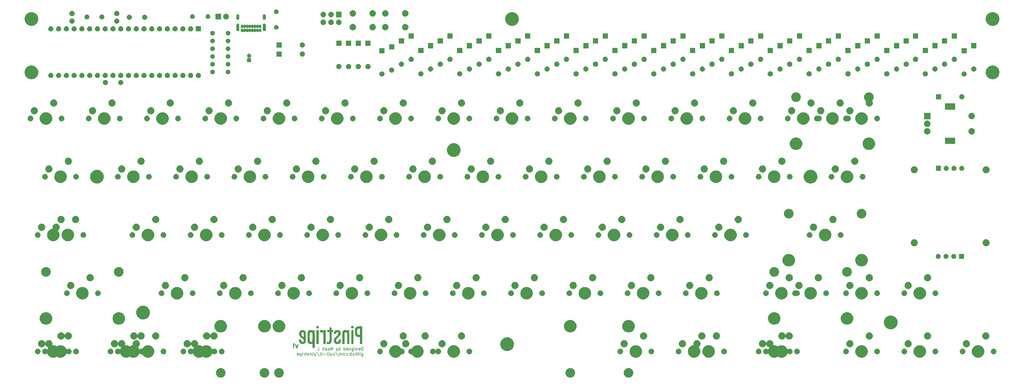
<source format=gbr>
G04 #@! TF.GenerationSoftware,KiCad,Pcbnew,(5.1.6)-1*
G04 #@! TF.CreationDate,2022-07-12T00:57:42-05:00*
G04 #@! TF.ProjectId,pinstripe,70696e73-7472-4697-9065-2e6b69636164,rev?*
G04 #@! TF.SameCoordinates,Original*
G04 #@! TF.FileFunction,Soldermask,Bot*
G04 #@! TF.FilePolarity,Negative*
%FSLAX46Y46*%
G04 Gerber Fmt 4.6, Leading zero omitted, Abs format (unit mm)*
G04 Created by KiCad (PCBNEW (5.1.6)-1) date 2022-07-12 00:57:42*
%MOMM*%
%LPD*%
G01*
G04 APERTURE LIST*
%ADD10C,0.150000*%
%ADD11C,0.010000*%
%ADD12C,0.100000*%
G04 APERTURE END LIST*
D10*
X148095654Y-236958630D02*
X148095654Y-235958630D01*
X147857559Y-235958630D01*
X147714702Y-236006250D01*
X147619464Y-236101488D01*
X147571845Y-236196726D01*
X147524226Y-236387202D01*
X147524226Y-236530059D01*
X147571845Y-236720535D01*
X147619464Y-236815773D01*
X147714702Y-236911011D01*
X147857559Y-236958630D01*
X148095654Y-236958630D01*
X146714702Y-236911011D02*
X146809940Y-236958630D01*
X147000416Y-236958630D01*
X147095654Y-236911011D01*
X147143273Y-236815773D01*
X147143273Y-236434821D01*
X147095654Y-236339583D01*
X147000416Y-236291964D01*
X146809940Y-236291964D01*
X146714702Y-236339583D01*
X146667083Y-236434821D01*
X146667083Y-236530059D01*
X147143273Y-236625297D01*
X146286130Y-236911011D02*
X146190892Y-236958630D01*
X146000416Y-236958630D01*
X145905178Y-236911011D01*
X145857559Y-236815773D01*
X145857559Y-236768154D01*
X145905178Y-236672916D01*
X146000416Y-236625297D01*
X146143273Y-236625297D01*
X146238511Y-236577678D01*
X146286130Y-236482440D01*
X146286130Y-236434821D01*
X146238511Y-236339583D01*
X146143273Y-236291964D01*
X146000416Y-236291964D01*
X145905178Y-236339583D01*
X145428988Y-236958630D02*
X145428988Y-236291964D01*
X145428988Y-235958630D02*
X145476607Y-236006250D01*
X145428988Y-236053869D01*
X145381369Y-236006250D01*
X145428988Y-235958630D01*
X145428988Y-236053869D01*
X144524226Y-236291964D02*
X144524226Y-237101488D01*
X144571845Y-237196726D01*
X144619464Y-237244345D01*
X144714702Y-237291964D01*
X144857559Y-237291964D01*
X144952797Y-237244345D01*
X144524226Y-236911011D02*
X144619464Y-236958630D01*
X144809940Y-236958630D01*
X144905178Y-236911011D01*
X144952797Y-236863392D01*
X145000416Y-236768154D01*
X145000416Y-236482440D01*
X144952797Y-236387202D01*
X144905178Y-236339583D01*
X144809940Y-236291964D01*
X144619464Y-236291964D01*
X144524226Y-236339583D01*
X144048035Y-236291964D02*
X144048035Y-236958630D01*
X144048035Y-236387202D02*
X144000416Y-236339583D01*
X143905178Y-236291964D01*
X143762321Y-236291964D01*
X143667083Y-236339583D01*
X143619464Y-236434821D01*
X143619464Y-236958630D01*
X142762321Y-236911011D02*
X142857559Y-236958630D01*
X143048035Y-236958630D01*
X143143273Y-236911011D01*
X143190892Y-236815773D01*
X143190892Y-236434821D01*
X143143273Y-236339583D01*
X143048035Y-236291964D01*
X142857559Y-236291964D01*
X142762321Y-236339583D01*
X142714702Y-236434821D01*
X142714702Y-236530059D01*
X143190892Y-236625297D01*
X141857559Y-236958630D02*
X141857559Y-235958630D01*
X141857559Y-236911011D02*
X141952797Y-236958630D01*
X142143273Y-236958630D01*
X142238511Y-236911011D01*
X142286130Y-236863392D01*
X142333750Y-236768154D01*
X142333750Y-236482440D01*
X142286130Y-236387202D01*
X142238511Y-236339583D01*
X142143273Y-236291964D01*
X141952797Y-236291964D01*
X141857559Y-236339583D01*
X140619464Y-236958630D02*
X140619464Y-235958630D01*
X140619464Y-236339583D02*
X140524226Y-236291964D01*
X140333750Y-236291964D01*
X140238511Y-236339583D01*
X140190892Y-236387202D01*
X140143273Y-236482440D01*
X140143273Y-236768154D01*
X140190892Y-236863392D01*
X140238511Y-236911011D01*
X140333750Y-236958630D01*
X140524226Y-236958630D01*
X140619464Y-236911011D01*
X139809940Y-236291964D02*
X139571845Y-236958630D01*
X139333750Y-236291964D02*
X139571845Y-236958630D01*
X139667083Y-237196726D01*
X139714702Y-237244345D01*
X139809940Y-237291964D01*
X138190892Y-236958630D02*
X138190892Y-235958630D01*
X137619464Y-236958630D01*
X137619464Y-235958630D01*
X137000416Y-236958630D02*
X137095654Y-236911011D01*
X137143273Y-236863392D01*
X137190892Y-236768154D01*
X137190892Y-236482440D01*
X137143273Y-236387202D01*
X137095654Y-236339583D01*
X137000416Y-236291964D01*
X136857559Y-236291964D01*
X136762321Y-236339583D01*
X136714702Y-236387202D01*
X136667083Y-236482440D01*
X136667083Y-236768154D01*
X136714702Y-236863392D01*
X136762321Y-236911011D01*
X136857559Y-236958630D01*
X137000416Y-236958630D01*
X135809940Y-236958630D02*
X135809940Y-236434821D01*
X135857559Y-236339583D01*
X135952797Y-236291964D01*
X136143273Y-236291964D01*
X136238511Y-236339583D01*
X135809940Y-236911011D02*
X135905178Y-236958630D01*
X136143273Y-236958630D01*
X136238511Y-236911011D01*
X136286130Y-236815773D01*
X136286130Y-236720535D01*
X136238511Y-236625297D01*
X136143273Y-236577678D01*
X135905178Y-236577678D01*
X135809940Y-236530059D01*
X135333750Y-236958630D02*
X135333750Y-235958630D01*
X134905178Y-236958630D02*
X134905178Y-236434821D01*
X134952797Y-236339583D01*
X135048035Y-236291964D01*
X135190892Y-236291964D01*
X135286130Y-236339583D01*
X135333750Y-236387202D01*
X133190892Y-236958630D02*
X133667083Y-236958630D01*
X133667083Y-235958630D01*
X147667083Y-237941964D02*
X147667083Y-238751488D01*
X147714702Y-238846726D01*
X147762321Y-238894345D01*
X147857559Y-238941964D01*
X148000416Y-238941964D01*
X148095654Y-238894345D01*
X147667083Y-238561011D02*
X147762321Y-238608630D01*
X147952797Y-238608630D01*
X148048035Y-238561011D01*
X148095654Y-238513392D01*
X148143273Y-238418154D01*
X148143273Y-238132440D01*
X148095654Y-238037202D01*
X148048035Y-237989583D01*
X147952797Y-237941964D01*
X147762321Y-237941964D01*
X147667083Y-237989583D01*
X147190892Y-238608630D02*
X147190892Y-237941964D01*
X147190892Y-237608630D02*
X147238511Y-237656250D01*
X147190892Y-237703869D01*
X147143273Y-237656250D01*
X147190892Y-237608630D01*
X147190892Y-237703869D01*
X146857559Y-237941964D02*
X146476607Y-237941964D01*
X146714702Y-237608630D02*
X146714702Y-238465773D01*
X146667083Y-238561011D01*
X146571845Y-238608630D01*
X146476607Y-238608630D01*
X146143273Y-238608630D02*
X146143273Y-237608630D01*
X145714702Y-238608630D02*
X145714702Y-238084821D01*
X145762321Y-237989583D01*
X145857559Y-237941964D01*
X146000416Y-237941964D01*
X146095654Y-237989583D01*
X146143273Y-238037202D01*
X144809940Y-237941964D02*
X144809940Y-238608630D01*
X145238511Y-237941964D02*
X145238511Y-238465773D01*
X145190892Y-238561011D01*
X145095654Y-238608630D01*
X144952797Y-238608630D01*
X144857559Y-238561011D01*
X144809940Y-238513392D01*
X144333750Y-238608630D02*
X144333750Y-237608630D01*
X144333750Y-237989583D02*
X144238511Y-237941964D01*
X144048035Y-237941964D01*
X143952797Y-237989583D01*
X143905178Y-238037202D01*
X143857559Y-238132440D01*
X143857559Y-238418154D01*
X143905178Y-238513392D01*
X143952797Y-238561011D01*
X144048035Y-238608630D01*
X144238511Y-238608630D01*
X144333750Y-238561011D01*
X143428988Y-238513392D02*
X143381369Y-238561011D01*
X143428988Y-238608630D01*
X143476607Y-238561011D01*
X143428988Y-238513392D01*
X143428988Y-238608630D01*
X142524226Y-238561011D02*
X142619464Y-238608630D01*
X142809940Y-238608630D01*
X142905178Y-238561011D01*
X142952797Y-238513392D01*
X143000416Y-238418154D01*
X143000416Y-238132440D01*
X142952797Y-238037202D01*
X142905178Y-237989583D01*
X142809940Y-237941964D01*
X142619464Y-237941964D01*
X142524226Y-237989583D01*
X141952797Y-238608630D02*
X142048035Y-238561011D01*
X142095654Y-238513392D01*
X142143273Y-238418154D01*
X142143273Y-238132440D01*
X142095654Y-238037202D01*
X142048035Y-237989583D01*
X141952797Y-237941964D01*
X141809940Y-237941964D01*
X141714702Y-237989583D01*
X141667083Y-238037202D01*
X141619464Y-238132440D01*
X141619464Y-238418154D01*
X141667083Y-238513392D01*
X141714702Y-238561011D01*
X141809940Y-238608630D01*
X141952797Y-238608630D01*
X141190892Y-238608630D02*
X141190892Y-237941964D01*
X141190892Y-238037202D02*
X141143273Y-237989583D01*
X141048035Y-237941964D01*
X140905178Y-237941964D01*
X140809940Y-237989583D01*
X140762321Y-238084821D01*
X140762321Y-238608630D01*
X140762321Y-238084821D02*
X140714702Y-237989583D01*
X140619464Y-237941964D01*
X140476607Y-237941964D01*
X140381369Y-237989583D01*
X140333750Y-238084821D01*
X140333750Y-238608630D01*
X139143273Y-237561011D02*
X140000416Y-238846726D01*
X138809940Y-237941964D02*
X138809940Y-238608630D01*
X138809940Y-238037202D02*
X138762321Y-237989583D01*
X138667083Y-237941964D01*
X138524226Y-237941964D01*
X138428988Y-237989583D01*
X138381369Y-238084821D01*
X138381369Y-238608630D01*
X137476607Y-237941964D02*
X137476607Y-238608630D01*
X137905178Y-237941964D02*
X137905178Y-238465773D01*
X137857559Y-238561011D01*
X137762321Y-238608630D01*
X137619464Y-238608630D01*
X137524226Y-238561011D01*
X137476607Y-238513392D01*
X136857559Y-238608630D02*
X136952797Y-238561011D01*
X137000416Y-238465773D01*
X137000416Y-237608630D01*
X136333750Y-238608630D02*
X136428988Y-238561011D01*
X136476607Y-238465773D01*
X136476607Y-237608630D01*
X135952797Y-238227678D02*
X135190892Y-238227678D01*
X134571845Y-238608630D02*
X134667083Y-238561011D01*
X134714702Y-238465773D01*
X134714702Y-237608630D01*
X134048035Y-238608630D02*
X134143273Y-238561011D01*
X134190892Y-238465773D01*
X134190892Y-237608630D01*
X132952797Y-237561011D02*
X133809940Y-238846726D01*
X132619464Y-237941964D02*
X132619464Y-238941964D01*
X132619464Y-237989583D02*
X132524226Y-237941964D01*
X132333750Y-237941964D01*
X132238511Y-237989583D01*
X132190892Y-238037202D01*
X132143273Y-238132440D01*
X132143273Y-238418154D01*
X132190892Y-238513392D01*
X132238511Y-238561011D01*
X132333750Y-238608630D01*
X132524226Y-238608630D01*
X132619464Y-238561011D01*
X131714702Y-238608630D02*
X131714702Y-237941964D01*
X131714702Y-237608630D02*
X131762321Y-237656250D01*
X131714702Y-237703869D01*
X131667083Y-237656250D01*
X131714702Y-237608630D01*
X131714702Y-237703869D01*
X131238511Y-237941964D02*
X131238511Y-238608630D01*
X131238511Y-238037202D02*
X131190892Y-237989583D01*
X131095654Y-237941964D01*
X130952797Y-237941964D01*
X130857559Y-237989583D01*
X130809940Y-238084821D01*
X130809940Y-238608630D01*
X130381369Y-238561011D02*
X130286130Y-238608630D01*
X130095654Y-238608630D01*
X130000416Y-238561011D01*
X129952797Y-238465773D01*
X129952797Y-238418154D01*
X130000416Y-238322916D01*
X130095654Y-238275297D01*
X130238511Y-238275297D01*
X130333750Y-238227678D01*
X130381369Y-238132440D01*
X130381369Y-238084821D01*
X130333750Y-237989583D01*
X130238511Y-237941964D01*
X130095654Y-237941964D01*
X130000416Y-237989583D01*
X129667083Y-237941964D02*
X129286130Y-237941964D01*
X129524226Y-237608630D02*
X129524226Y-238465773D01*
X129476607Y-238561011D01*
X129381369Y-238608630D01*
X129286130Y-238608630D01*
X128952797Y-238608630D02*
X128952797Y-237941964D01*
X128952797Y-238132440D02*
X128905178Y-238037202D01*
X128857559Y-237989583D01*
X128762321Y-237941964D01*
X128667083Y-237941964D01*
X128333750Y-238608630D02*
X128333750Y-237941964D01*
X128333750Y-237608630D02*
X128381369Y-237656250D01*
X128333750Y-237703869D01*
X128286130Y-237656250D01*
X128333750Y-237608630D01*
X128333750Y-237703869D01*
X127857559Y-237941964D02*
X127857559Y-238941964D01*
X127857559Y-237989583D02*
X127762321Y-237941964D01*
X127571845Y-237941964D01*
X127476607Y-237989583D01*
X127428988Y-238037202D01*
X127381369Y-238132440D01*
X127381369Y-238418154D01*
X127428988Y-238513392D01*
X127476607Y-238561011D01*
X127571845Y-238608630D01*
X127762321Y-238608630D01*
X127857559Y-238561011D01*
X126571845Y-238561011D02*
X126667083Y-238608630D01*
X126857559Y-238608630D01*
X126952797Y-238561011D01*
X127000416Y-238465773D01*
X127000416Y-238084821D01*
X126952797Y-237989583D01*
X126857559Y-237941964D01*
X126667083Y-237941964D01*
X126571845Y-237989583D01*
X126524226Y-238084821D01*
X126524226Y-238180059D01*
X127000416Y-238275297D01*
D11*
G36*
X133114874Y-228967673D02*
G01*
X132954333Y-229066104D01*
X132856633Y-229238121D01*
X132842000Y-229351125D01*
X132892425Y-229534859D01*
X133017974Y-229689012D01*
X133180061Y-229770682D01*
X133223000Y-229774750D01*
X133361236Y-229731652D01*
X133477000Y-229647750D01*
X133579790Y-229470814D01*
X133594557Y-229267351D01*
X133520358Y-229088923D01*
X133487875Y-229054341D01*
X133304105Y-228958521D01*
X133114874Y-228967673D01*
G37*
X133114874Y-228967673D02*
X132954333Y-229066104D01*
X132856633Y-229238121D01*
X132842000Y-229351125D01*
X132892425Y-229534859D01*
X133017974Y-229689012D01*
X133180061Y-229770682D01*
X133223000Y-229774750D01*
X133361236Y-229731652D01*
X133477000Y-229647750D01*
X133579790Y-229470814D01*
X133594557Y-229267351D01*
X133520358Y-229088923D01*
X133487875Y-229054341D01*
X133304105Y-228958521D01*
X133114874Y-228967673D01*
G36*
X144481374Y-228967673D02*
G01*
X144320833Y-229066104D01*
X144223133Y-229238121D01*
X144208500Y-229351125D01*
X144258925Y-229534859D01*
X144384474Y-229689012D01*
X144546561Y-229770682D01*
X144589500Y-229774750D01*
X144727736Y-229731652D01*
X144843500Y-229647750D01*
X144946290Y-229470814D01*
X144961057Y-229267351D01*
X144886858Y-229088923D01*
X144854375Y-229054341D01*
X144670605Y-228958521D01*
X144481374Y-228967673D01*
G37*
X144481374Y-228967673D02*
X144320833Y-229066104D01*
X144223133Y-229238121D01*
X144208500Y-229351125D01*
X144258925Y-229534859D01*
X144384474Y-229689012D01*
X144546561Y-229770682D01*
X144589500Y-229774750D01*
X144727736Y-229731652D01*
X144843500Y-229647750D01*
X144946290Y-229470814D01*
X144961057Y-229267351D01*
X144886858Y-229088923D01*
X144854375Y-229054341D01*
X144670605Y-228958521D01*
X144481374Y-228967673D01*
G36*
X132905500Y-234791250D02*
G01*
X133540500Y-234791250D01*
X133540500Y-230346250D01*
X132905500Y-230346250D01*
X132905500Y-234791250D01*
G37*
X132905500Y-234791250D02*
X133540500Y-234791250D01*
X133540500Y-230346250D01*
X132905500Y-230346250D01*
X132905500Y-234791250D01*
G36*
X134306888Y-230313536D02*
G01*
X134104124Y-230389840D01*
X134012055Y-230516422D01*
X134019815Y-230712246D01*
X134038426Y-230782166D01*
X134110748Y-231023552D01*
X134444749Y-230996159D01*
X134668732Y-230989956D01*
X134822472Y-231024491D01*
X134953375Y-231106617D01*
X135128000Y-231244467D01*
X135128000Y-234791250D01*
X135826500Y-234791250D01*
X135826500Y-230346250D01*
X135602679Y-230346250D01*
X135437983Y-230365473D01*
X135348425Y-230441660D01*
X135316494Y-230510278D01*
X135254130Y-230674307D01*
X135065586Y-230515658D01*
X134778127Y-230347680D01*
X134464333Y-230294720D01*
X134306888Y-230313536D01*
G37*
X134306888Y-230313536D02*
X134104124Y-230389840D01*
X134012055Y-230516422D01*
X134019815Y-230712246D01*
X134038426Y-230782166D01*
X134110748Y-231023552D01*
X134444749Y-230996159D01*
X134668732Y-230989956D01*
X134822472Y-231024491D01*
X134953375Y-231106617D01*
X135128000Y-231244467D01*
X135128000Y-234791250D01*
X135826500Y-234791250D01*
X135826500Y-230346250D01*
X135602679Y-230346250D01*
X135437983Y-230365473D01*
X135348425Y-230441660D01*
X135316494Y-230510278D01*
X135254130Y-230674307D01*
X135065586Y-230515658D01*
X134778127Y-230347680D01*
X134464333Y-230294720D01*
X134306888Y-230313536D01*
G36*
X141990392Y-230339504D02*
G01*
X141715950Y-230491420D01*
X141501126Y-230711936D01*
X141495141Y-230720765D01*
X141454371Y-230785015D01*
X141422118Y-230851851D01*
X141397384Y-230936104D01*
X141379172Y-231052607D01*
X141366484Y-231216194D01*
X141358322Y-231441697D01*
X141353690Y-231743948D01*
X141351589Y-232137780D01*
X141351021Y-232638026D01*
X141351000Y-232863890D01*
X141351000Y-234791250D01*
X141986000Y-234791250D01*
X141986000Y-233027379D01*
X141986749Y-232464259D01*
X141990820Y-232015231D01*
X142000950Y-231667385D01*
X142019878Y-231407815D01*
X142050341Y-231223612D01*
X142095077Y-231101868D01*
X142156823Y-231029676D01*
X142238318Y-230994127D01*
X142342298Y-230982315D01*
X142419972Y-230981250D01*
X142619125Y-231007936D01*
X142786472Y-231072904D01*
X142797371Y-231080100D01*
X142838430Y-231111569D01*
X142870637Y-231151426D01*
X142895065Y-231214181D01*
X142912792Y-231314340D01*
X142924890Y-231466411D01*
X142932435Y-231684903D01*
X142936501Y-231984322D01*
X142938164Y-232379177D01*
X142938499Y-232883976D01*
X142938500Y-232985100D01*
X142938500Y-234791250D01*
X143573500Y-234791250D01*
X143573500Y-230346250D01*
X143355530Y-230346250D01*
X143183459Y-230371539D01*
X143103082Y-230455545D01*
X143100205Y-230463942D01*
X143070611Y-230528636D01*
X143017176Y-230542143D01*
X142907919Y-230501410D01*
X142767664Y-230432192D01*
X142555292Y-230343944D01*
X142352897Y-230290344D01*
X142276864Y-230282848D01*
X141990392Y-230339504D01*
G37*
X141990392Y-230339504D02*
X141715950Y-230491420D01*
X141501126Y-230711936D01*
X141495141Y-230720765D01*
X141454371Y-230785015D01*
X141422118Y-230851851D01*
X141397384Y-230936104D01*
X141379172Y-231052607D01*
X141366484Y-231216194D01*
X141358322Y-231441697D01*
X141353690Y-231743948D01*
X141351589Y-232137780D01*
X141351021Y-232638026D01*
X141351000Y-232863890D01*
X141351000Y-234791250D01*
X141986000Y-234791250D01*
X141986000Y-233027379D01*
X141986749Y-232464259D01*
X141990820Y-232015231D01*
X142000950Y-231667385D01*
X142019878Y-231407815D01*
X142050341Y-231223612D01*
X142095077Y-231101868D01*
X142156823Y-231029676D01*
X142238318Y-230994127D01*
X142342298Y-230982315D01*
X142419972Y-230981250D01*
X142619125Y-231007936D01*
X142786472Y-231072904D01*
X142797371Y-231080100D01*
X142838430Y-231111569D01*
X142870637Y-231151426D01*
X142895065Y-231214181D01*
X142912792Y-231314340D01*
X142924890Y-231466411D01*
X142932435Y-231684903D01*
X142936501Y-231984322D01*
X142938164Y-232379177D01*
X142938499Y-232883976D01*
X142938500Y-232985100D01*
X142938500Y-234791250D01*
X143573500Y-234791250D01*
X143573500Y-230346250D01*
X143355530Y-230346250D01*
X143183459Y-230371539D01*
X143103082Y-230455545D01*
X143100205Y-230463942D01*
X143070611Y-230528636D01*
X143017176Y-230542143D01*
X142907919Y-230501410D01*
X142767664Y-230432192D01*
X142555292Y-230343944D01*
X142352897Y-230290344D01*
X142276864Y-230282848D01*
X141990392Y-230339504D01*
G36*
X144272000Y-234791250D02*
G01*
X144907000Y-234791250D01*
X144907000Y-230346250D01*
X144272000Y-230346250D01*
X144272000Y-234791250D01*
G37*
X144272000Y-234791250D02*
X144907000Y-234791250D01*
X144907000Y-230346250D01*
X144272000Y-230346250D01*
X144272000Y-234791250D01*
G36*
X147018160Y-229089554D02*
G01*
X146621684Y-229113356D01*
X146325729Y-229152464D01*
X146104036Y-229214713D01*
X145930346Y-229307936D01*
X145778402Y-229439966D01*
X145752605Y-229467091D01*
X145648081Y-229598293D01*
X145573227Y-229747592D01*
X145523457Y-229938034D01*
X145494188Y-230192665D01*
X145480834Y-230534530D01*
X145478501Y-230844928D01*
X145480563Y-231205892D01*
X145489007Y-231467238D01*
X145507216Y-231656314D01*
X145538574Y-231800466D01*
X145586464Y-231927042D01*
X145621375Y-231999670D01*
X145828839Y-232277590D01*
X146122471Y-232464675D01*
X146496832Y-232558051D01*
X146698455Y-232568750D01*
X147066000Y-232568750D01*
X147066000Y-234791250D01*
X147764500Y-234791250D01*
X147764500Y-229774750D01*
X147066000Y-229774750D01*
X147066000Y-231870250D01*
X146726592Y-231870250D01*
X146498056Y-231856821D01*
X146351842Y-231808289D01*
X146266217Y-231736674D01*
X146203041Y-231639007D01*
X146161520Y-231494514D01*
X146135754Y-231274296D01*
X146122933Y-231034845D01*
X146117181Y-230595768D01*
X146143766Y-230267079D01*
X146209668Y-230034723D01*
X146321862Y-229884644D01*
X146487326Y-229802790D01*
X146713039Y-229775103D01*
X146748500Y-229774750D01*
X147066000Y-229774750D01*
X147764500Y-229774750D01*
X147764500Y-229058816D01*
X147018160Y-229089554D01*
G37*
X147018160Y-229089554D02*
X146621684Y-229113356D01*
X146325729Y-229152464D01*
X146104036Y-229214713D01*
X145930346Y-229307936D01*
X145778402Y-229439966D01*
X145752605Y-229467091D01*
X145648081Y-229598293D01*
X145573227Y-229747592D01*
X145523457Y-229938034D01*
X145494188Y-230192665D01*
X145480834Y-230534530D01*
X145478501Y-230844928D01*
X145480563Y-231205892D01*
X145489007Y-231467238D01*
X145507216Y-231656314D01*
X145538574Y-231800466D01*
X145586464Y-231927042D01*
X145621375Y-231999670D01*
X145828839Y-232277590D01*
X146122471Y-232464675D01*
X146496832Y-232558051D01*
X146698455Y-232568750D01*
X147066000Y-232568750D01*
X147066000Y-234791250D01*
X147764500Y-234791250D01*
X147764500Y-229774750D01*
X147066000Y-229774750D01*
X147066000Y-231870250D01*
X146726592Y-231870250D01*
X146498056Y-231856821D01*
X146351842Y-231808289D01*
X146266217Y-231736674D01*
X146203041Y-231639007D01*
X146161520Y-231494514D01*
X146135754Y-231274296D01*
X146122933Y-231034845D01*
X146117181Y-230595768D01*
X146143766Y-230267079D01*
X146209668Y-230034723D01*
X146321862Y-229884644D01*
X146487326Y-229802790D01*
X146713039Y-229775103D01*
X146748500Y-229774750D01*
X147066000Y-229774750D01*
X147764500Y-229774750D01*
X147764500Y-229058816D01*
X147018160Y-229089554D01*
G36*
X128093123Y-230313899D02*
G01*
X127782398Y-230420502D01*
X127525232Y-230625881D01*
X127335651Y-230908122D01*
X127227682Y-231245309D01*
X127215349Y-231615529D01*
X127222792Y-231673744D01*
X127291176Y-231966217D01*
X127412408Y-232231706D01*
X127601104Y-232489222D01*
X127871881Y-232757774D01*
X128239356Y-233056372D01*
X128349375Y-233138928D01*
X128539199Y-233283774D01*
X128648312Y-233389645D01*
X128699041Y-233491811D01*
X128713711Y-233625545D01*
X128714500Y-233715778D01*
X128701011Y-233923062D01*
X128650322Y-234049249D01*
X128573371Y-234120899D01*
X128346657Y-234217404D01*
X128133073Y-234201689D01*
X127958629Y-234087879D01*
X127849335Y-233890101D01*
X127825500Y-233714734D01*
X127815401Y-233549323D01*
X127761372Y-233463233D01*
X127627822Y-233409060D01*
X127587375Y-233397588D01*
X127367399Y-233341911D01*
X127245443Y-233342076D01*
X127197666Y-233418158D01*
X127200231Y-233590232D01*
X127212397Y-233713342D01*
X127276629Y-234075534D01*
X127391854Y-234350460D01*
X127572713Y-234572539D01*
X127581342Y-234580645D01*
X127863350Y-234761599D01*
X128196204Y-234846958D01*
X128540515Y-234830496D01*
X128746250Y-234764747D01*
X128914672Y-234661648D01*
X129091607Y-234513529D01*
X129127250Y-234477432D01*
X129317750Y-234275148D01*
X129336796Y-232680755D01*
X129340929Y-232081328D01*
X129339690Y-231911841D01*
X128714500Y-231911841D01*
X128709529Y-232254400D01*
X128695349Y-232507747D01*
X128673061Y-232658336D01*
X128650790Y-232695750D01*
X128576045Y-232654427D01*
X128441322Y-232546093D01*
X128275781Y-232394196D01*
X128275707Y-232394125D01*
X128008671Y-232068135D01*
X127867910Y-231729933D01*
X127853508Y-231379734D01*
X127861908Y-231328005D01*
X127952784Y-231113850D01*
X128111772Y-230972071D01*
X128306812Y-230915954D01*
X128505843Y-230958784D01*
X128598375Y-231022841D01*
X128647904Y-231083033D01*
X128681215Y-231173064D01*
X128701371Y-231316378D01*
X128711433Y-231536415D01*
X128714463Y-231856617D01*
X128714500Y-231911841D01*
X129339690Y-231911841D01*
X129337457Y-231606413D01*
X129326312Y-231253750D01*
X129307428Y-231021076D01*
X129284558Y-230914266D01*
X129107453Y-230643655D01*
X128843532Y-230442887D01*
X128519863Y-230325602D01*
X128163517Y-230305440D01*
X128093123Y-230313899D01*
G37*
X128093123Y-230313899D02*
X127782398Y-230420502D01*
X127525232Y-230625881D01*
X127335651Y-230908122D01*
X127227682Y-231245309D01*
X127215349Y-231615529D01*
X127222792Y-231673744D01*
X127291176Y-231966217D01*
X127412408Y-232231706D01*
X127601104Y-232489222D01*
X127871881Y-232757774D01*
X128239356Y-233056372D01*
X128349375Y-233138928D01*
X128539199Y-233283774D01*
X128648312Y-233389645D01*
X128699041Y-233491811D01*
X128713711Y-233625545D01*
X128714500Y-233715778D01*
X128701011Y-233923062D01*
X128650322Y-234049249D01*
X128573371Y-234120899D01*
X128346657Y-234217404D01*
X128133073Y-234201689D01*
X127958629Y-234087879D01*
X127849335Y-233890101D01*
X127825500Y-233714734D01*
X127815401Y-233549323D01*
X127761372Y-233463233D01*
X127627822Y-233409060D01*
X127587375Y-233397588D01*
X127367399Y-233341911D01*
X127245443Y-233342076D01*
X127197666Y-233418158D01*
X127200231Y-233590232D01*
X127212397Y-233713342D01*
X127276629Y-234075534D01*
X127391854Y-234350460D01*
X127572713Y-234572539D01*
X127581342Y-234580645D01*
X127863350Y-234761599D01*
X128196204Y-234846958D01*
X128540515Y-234830496D01*
X128746250Y-234764747D01*
X128914672Y-234661648D01*
X129091607Y-234513529D01*
X129127250Y-234477432D01*
X129317750Y-234275148D01*
X129336796Y-232680755D01*
X129340929Y-232081328D01*
X129339690Y-231911841D01*
X128714500Y-231911841D01*
X128709529Y-232254400D01*
X128695349Y-232507747D01*
X128673061Y-232658336D01*
X128650790Y-232695750D01*
X128576045Y-232654427D01*
X128441322Y-232546093D01*
X128275781Y-232394196D01*
X128275707Y-232394125D01*
X128008671Y-232068135D01*
X127867910Y-231729933D01*
X127853508Y-231379734D01*
X127861908Y-231328005D01*
X127952784Y-231113850D01*
X128111772Y-230972071D01*
X128306812Y-230915954D01*
X128505843Y-230958784D01*
X128598375Y-231022841D01*
X128647904Y-231083033D01*
X128681215Y-231173064D01*
X128701371Y-231316378D01*
X128711433Y-231536415D01*
X128714463Y-231856617D01*
X128714500Y-231911841D01*
X129339690Y-231911841D01*
X129337457Y-231606413D01*
X129326312Y-231253750D01*
X129307428Y-231021076D01*
X129284558Y-230914266D01*
X129107453Y-230643655D01*
X128843532Y-230442887D01*
X128519863Y-230325602D01*
X128163517Y-230305440D01*
X128093123Y-230313899D01*
G36*
X137194599Y-229393840D02*
G01*
X137165553Y-229531156D01*
X137160023Y-229778581D01*
X137160000Y-229833970D01*
X137160000Y-230346250D01*
X136461500Y-230346250D01*
X136461500Y-230917750D01*
X137160000Y-230917750D01*
X137160000Y-232441750D01*
X137159556Y-232921126D01*
X137157340Y-233289841D01*
X137152025Y-233564230D01*
X137142287Y-233760632D01*
X137126800Y-233895382D01*
X137104237Y-233984818D01*
X137073274Y-234045278D01*
X137032584Y-234093097D01*
X137025410Y-234100340D01*
X136909580Y-234186635D01*
X136768429Y-234211049D01*
X136619826Y-234197787D01*
X136348833Y-234160644D01*
X136285374Y-234410653D01*
X136258059Y-234599283D01*
X136302708Y-234721755D01*
X136436295Y-234794174D01*
X136675793Y-234832644D01*
X136735225Y-234837486D01*
X137043594Y-234828284D01*
X137286044Y-234747141D01*
X137461634Y-234614280D01*
X137619844Y-234427619D01*
X137650124Y-234378500D01*
X137694066Y-234295326D01*
X137727947Y-234210246D01*
X137753086Y-234106235D01*
X137770802Y-233966268D01*
X137782413Y-233773317D01*
X137789237Y-233510358D01*
X137792592Y-233160365D01*
X137793799Y-232706313D01*
X137793956Y-232521125D01*
X137795000Y-230917750D01*
X138303000Y-230917750D01*
X138303000Y-230346250D01*
X137795000Y-230346250D01*
X137795000Y-229966880D01*
X137789920Y-229751433D01*
X137765293Y-229625128D01*
X137707046Y-229550224D01*
X137620375Y-229498675D01*
X137402257Y-229391986D01*
X137266916Y-229352245D01*
X137194599Y-229393840D01*
G37*
X137194599Y-229393840D02*
X137165553Y-229531156D01*
X137160023Y-229778581D01*
X137160000Y-229833970D01*
X137160000Y-230346250D01*
X136461500Y-230346250D01*
X136461500Y-230917750D01*
X137160000Y-230917750D01*
X137160000Y-232441750D01*
X137159556Y-232921126D01*
X137157340Y-233289841D01*
X137152025Y-233564230D01*
X137142287Y-233760632D01*
X137126800Y-233895382D01*
X137104237Y-233984818D01*
X137073274Y-234045278D01*
X137032584Y-234093097D01*
X137025410Y-234100340D01*
X136909580Y-234186635D01*
X136768429Y-234211049D01*
X136619826Y-234197787D01*
X136348833Y-234160644D01*
X136285374Y-234410653D01*
X136258059Y-234599283D01*
X136302708Y-234721755D01*
X136436295Y-234794174D01*
X136675793Y-234832644D01*
X136735225Y-234837486D01*
X137043594Y-234828284D01*
X137286044Y-234747141D01*
X137461634Y-234614280D01*
X137619844Y-234427619D01*
X137650124Y-234378500D01*
X137694066Y-234295326D01*
X137727947Y-234210246D01*
X137753086Y-234106235D01*
X137770802Y-233966268D01*
X137782413Y-233773317D01*
X137789237Y-233510358D01*
X137792592Y-233160365D01*
X137793799Y-232706313D01*
X137793956Y-232521125D01*
X137795000Y-230917750D01*
X138303000Y-230917750D01*
X138303000Y-230346250D01*
X137795000Y-230346250D01*
X137795000Y-229966880D01*
X137789920Y-229751433D01*
X137765293Y-229625128D01*
X137707046Y-229550224D01*
X137620375Y-229498675D01*
X137402257Y-229391986D01*
X137266916Y-229352245D01*
X137194599Y-229393840D01*
G36*
X139232573Y-230371255D02*
G01*
X138943908Y-230515526D01*
X138760614Y-230700933D01*
X138661746Y-230955460D01*
X138632732Y-231172619D01*
X138605236Y-231552749D01*
X138898618Y-231552750D01*
X139077325Y-231547601D01*
X139163101Y-231517422D01*
X139189982Y-231440113D01*
X139192000Y-231362250D01*
X139247800Y-231142366D01*
X139399966Y-230987587D01*
X139625647Y-230919240D01*
X139668250Y-230917749D01*
X139904736Y-230967582D01*
X140063950Y-231100610D01*
X140135607Y-231292133D01*
X140109418Y-231517448D01*
X140001625Y-231718310D01*
X139895136Y-231842174D01*
X139722400Y-232023851D01*
X139510681Y-232235219D01*
X139361139Y-232378931D01*
X139048497Y-232693810D01*
X138828437Y-232967091D01*
X138685621Y-233224129D01*
X138604713Y-233490277D01*
X138578795Y-233672227D01*
X138602158Y-234017780D01*
X138725200Y-234345961D01*
X138930388Y-234616173D01*
X139018059Y-234689316D01*
X139200749Y-234769885D01*
X139461086Y-234821953D01*
X139752063Y-234841325D01*
X140026675Y-234823806D01*
X140169626Y-234792095D01*
X140457222Y-234638221D01*
X140668377Y-234387627D01*
X140798412Y-234048377D01*
X140842646Y-233632375D01*
X140835627Y-233448911D01*
X140795906Y-233357580D01*
X140696314Y-233342461D01*
X140509683Y-233387629D01*
X140453493Y-233404301D01*
X140295398Y-233462139D01*
X140225541Y-233538097D01*
X140208279Y-233678272D01*
X140208000Y-233721801D01*
X140161400Y-233974262D01*
X140022916Y-234139232D01*
X139794525Y-234214775D01*
X139700000Y-234219750D01*
X139446120Y-234172203D01*
X139273021Y-234037958D01*
X139194996Y-233829610D01*
X139192000Y-233772096D01*
X139206818Y-233619628D01*
X139259759Y-233469077D01*
X139363552Y-233301986D01*
X139530928Y-233099902D01*
X139774617Y-232844368D01*
X139956342Y-232664000D01*
X140191195Y-232422975D01*
X140401472Y-232187462D01*
X140564410Y-231984241D01*
X140657245Y-231840093D01*
X140657996Y-231838500D01*
X140755895Y-231512188D01*
X140767722Y-231168785D01*
X140693262Y-230857414D01*
X140662557Y-230792965D01*
X140473867Y-230566844D01*
X140201837Y-230403200D01*
X139878531Y-230311487D01*
X139536012Y-230301160D01*
X139232573Y-230371255D01*
G37*
X139232573Y-230371255D02*
X138943908Y-230515526D01*
X138760614Y-230700933D01*
X138661746Y-230955460D01*
X138632732Y-231172619D01*
X138605236Y-231552749D01*
X138898618Y-231552750D01*
X139077325Y-231547601D01*
X139163101Y-231517422D01*
X139189982Y-231440113D01*
X139192000Y-231362250D01*
X139247800Y-231142366D01*
X139399966Y-230987587D01*
X139625647Y-230919240D01*
X139668250Y-230917749D01*
X139904736Y-230967582D01*
X140063950Y-231100610D01*
X140135607Y-231292133D01*
X140109418Y-231517448D01*
X140001625Y-231718310D01*
X139895136Y-231842174D01*
X139722400Y-232023851D01*
X139510681Y-232235219D01*
X139361139Y-232378931D01*
X139048497Y-232693810D01*
X138828437Y-232967091D01*
X138685621Y-233224129D01*
X138604713Y-233490277D01*
X138578795Y-233672227D01*
X138602158Y-234017780D01*
X138725200Y-234345961D01*
X138930388Y-234616173D01*
X139018059Y-234689316D01*
X139200749Y-234769885D01*
X139461086Y-234821953D01*
X139752063Y-234841325D01*
X140026675Y-234823806D01*
X140169626Y-234792095D01*
X140457222Y-234638221D01*
X140668377Y-234387627D01*
X140798412Y-234048377D01*
X140842646Y-233632375D01*
X140835627Y-233448911D01*
X140795906Y-233357580D01*
X140696314Y-233342461D01*
X140509683Y-233387629D01*
X140453493Y-233404301D01*
X140295398Y-233462139D01*
X140225541Y-233538097D01*
X140208279Y-233678272D01*
X140208000Y-233721801D01*
X140161400Y-233974262D01*
X140022916Y-234139232D01*
X139794525Y-234214775D01*
X139700000Y-234219750D01*
X139446120Y-234172203D01*
X139273021Y-234037958D01*
X139194996Y-233829610D01*
X139192000Y-233772096D01*
X139206818Y-233619628D01*
X139259759Y-233469077D01*
X139363552Y-233301986D01*
X139530928Y-233099902D01*
X139774617Y-232844368D01*
X139956342Y-232664000D01*
X140191195Y-232422975D01*
X140401472Y-232187462D01*
X140564410Y-231984241D01*
X140657245Y-231840093D01*
X140657996Y-231838500D01*
X140755895Y-231512188D01*
X140767722Y-231168785D01*
X140693262Y-230857414D01*
X140662557Y-230792965D01*
X140473867Y-230566844D01*
X140201837Y-230403200D01*
X139878531Y-230311487D01*
X139536012Y-230301160D01*
X139232573Y-230371255D01*
G36*
X130599638Y-230348546D02*
G01*
X130386201Y-230446013D01*
X130270090Y-230537871D01*
X130178745Y-230634222D01*
X130109215Y-230750906D01*
X130058549Y-230903763D01*
X130023797Y-231108632D01*
X130002008Y-231381352D01*
X129990231Y-231737762D01*
X129985516Y-232193702D01*
X129984837Y-232600500D01*
X129985509Y-233094479D01*
X129988212Y-233478143D01*
X129994120Y-233768174D01*
X130004408Y-233981254D01*
X130020250Y-234134065D01*
X130042819Y-234243290D01*
X130073291Y-234325610D01*
X130111157Y-234394955D01*
X130335682Y-234654069D01*
X130617982Y-234805793D01*
X130939909Y-234844543D01*
X131283315Y-234764736D01*
X131296045Y-234759500D01*
X131447282Y-234698637D01*
X131539236Y-234666001D01*
X131548005Y-234664250D01*
X131557648Y-234723476D01*
X131565440Y-234884067D01*
X131570502Y-235120390D01*
X131572000Y-235362750D01*
X131572000Y-236061250D01*
X131891493Y-236061250D01*
X132104844Y-236045632D01*
X132225571Y-236002450D01*
X132241437Y-235981875D01*
X132247464Y-235903463D01*
X132252345Y-235711444D01*
X132256016Y-235419204D01*
X132258411Y-235040131D01*
X132259465Y-234587614D01*
X132259111Y-234075039D01*
X132257286Y-233515793D01*
X132255319Y-233140250D01*
X132251854Y-232562508D01*
X131572000Y-232562508D01*
X131571109Y-233021134D01*
X131567604Y-233369394D01*
X131560236Y-233623916D01*
X131547757Y-233801327D01*
X131528919Y-233918256D01*
X131502474Y-233991329D01*
X131467174Y-234037174D01*
X131460875Y-234042872D01*
X131230141Y-234185808D01*
X131011810Y-234203095D01*
X130808186Y-234094661D01*
X130775364Y-234063886D01*
X130723366Y-234009062D01*
X130684448Y-233950949D01*
X130656715Y-233871577D01*
X130638272Y-233752977D01*
X130627223Y-233577178D01*
X130621675Y-233326212D01*
X130619733Y-232982108D01*
X130619500Y-232585765D01*
X130621208Y-232093086D01*
X130628944Y-231712885D01*
X130646634Y-231430657D01*
X130678199Y-231231898D01*
X130727563Y-231102103D01*
X130798648Y-231026768D01*
X130895379Y-230991388D01*
X131021677Y-230981459D01*
X131053472Y-230981250D01*
X131252625Y-231007936D01*
X131419972Y-231072904D01*
X131430871Y-231080100D01*
X131477066Y-231116311D01*
X131511893Y-231162756D01*
X131536957Y-231236292D01*
X131553863Y-231353775D01*
X131564216Y-231532062D01*
X131569620Y-231788009D01*
X131571679Y-232138472D01*
X131572000Y-232562508D01*
X132251854Y-232562508D01*
X132238750Y-230378000D01*
X132006019Y-230358613D01*
X131842013Y-230359531D01*
X131759264Y-230410085D01*
X131731193Y-230471857D01*
X131689097Y-230604487D01*
X131459551Y-230462620D01*
X131190201Y-230351851D01*
X130888091Y-230313587D01*
X130599638Y-230348546D01*
G37*
X130599638Y-230348546D02*
X130386201Y-230446013D01*
X130270090Y-230537871D01*
X130178745Y-230634222D01*
X130109215Y-230750906D01*
X130058549Y-230903763D01*
X130023797Y-231108632D01*
X130002008Y-231381352D01*
X129990231Y-231737762D01*
X129985516Y-232193702D01*
X129984837Y-232600500D01*
X129985509Y-233094479D01*
X129988212Y-233478143D01*
X129994120Y-233768174D01*
X130004408Y-233981254D01*
X130020250Y-234134065D01*
X130042819Y-234243290D01*
X130073291Y-234325610D01*
X130111157Y-234394955D01*
X130335682Y-234654069D01*
X130617982Y-234805793D01*
X130939909Y-234844543D01*
X131283315Y-234764736D01*
X131296045Y-234759500D01*
X131447282Y-234698637D01*
X131539236Y-234666001D01*
X131548005Y-234664250D01*
X131557648Y-234723476D01*
X131565440Y-234884067D01*
X131570502Y-235120390D01*
X131572000Y-235362750D01*
X131572000Y-236061250D01*
X131891493Y-236061250D01*
X132104844Y-236045632D01*
X132225571Y-236002450D01*
X132241437Y-235981875D01*
X132247464Y-235903463D01*
X132252345Y-235711444D01*
X132256016Y-235419204D01*
X132258411Y-235040131D01*
X132259465Y-234587614D01*
X132259111Y-234075039D01*
X132257286Y-233515793D01*
X132255319Y-233140250D01*
X132251854Y-232562508D01*
X131572000Y-232562508D01*
X131571109Y-233021134D01*
X131567604Y-233369394D01*
X131560236Y-233623916D01*
X131547757Y-233801327D01*
X131528919Y-233918256D01*
X131502474Y-233991329D01*
X131467174Y-234037174D01*
X131460875Y-234042872D01*
X131230141Y-234185808D01*
X131011810Y-234203095D01*
X130808186Y-234094661D01*
X130775364Y-234063886D01*
X130723366Y-234009062D01*
X130684448Y-233950949D01*
X130656715Y-233871577D01*
X130638272Y-233752977D01*
X130627223Y-233577178D01*
X130621675Y-233326212D01*
X130619733Y-232982108D01*
X130619500Y-232585765D01*
X130621208Y-232093086D01*
X130628944Y-231712885D01*
X130646634Y-231430657D01*
X130678199Y-231231898D01*
X130727563Y-231102103D01*
X130798648Y-231026768D01*
X130895379Y-230991388D01*
X131021677Y-230981459D01*
X131053472Y-230981250D01*
X131252625Y-231007936D01*
X131419972Y-231072904D01*
X131430871Y-231080100D01*
X131477066Y-231116311D01*
X131511893Y-231162756D01*
X131536957Y-231236292D01*
X131553863Y-231353775D01*
X131564216Y-231532062D01*
X131569620Y-231788009D01*
X131571679Y-232138472D01*
X131572000Y-232562508D01*
X132251854Y-232562508D01*
X132238750Y-230378000D01*
X132006019Y-230358613D01*
X131842013Y-230359531D01*
X131759264Y-230410085D01*
X131731193Y-230471857D01*
X131689097Y-230604487D01*
X131459551Y-230462620D01*
X131190201Y-230351851D01*
X130888091Y-230313587D01*
X130599638Y-230348546D01*
G36*
X125285500Y-235458000D02*
G01*
X125286657Y-235787407D01*
X125292328Y-236010451D01*
X125305814Y-236147763D01*
X125330415Y-236219973D01*
X125369434Y-236247712D01*
X125412500Y-236251750D01*
X125470303Y-236243034D01*
X125507306Y-236201564D01*
X125528106Y-236104353D01*
X125537302Y-235928413D01*
X125539490Y-235650758D01*
X125539500Y-235616750D01*
X125541244Y-235327737D01*
X125549538Y-235142723D01*
X125568980Y-235038720D01*
X125604168Y-234992742D01*
X125659699Y-234981801D01*
X125666500Y-234981750D01*
X125769929Y-234942045D01*
X125793500Y-234886500D01*
X125742671Y-234802313D01*
X125698250Y-234791250D01*
X125613747Y-234756961D01*
X125603000Y-234727750D01*
X125548658Y-234680015D01*
X125444250Y-234664250D01*
X125285500Y-234664250D01*
X125285500Y-235458000D01*
G37*
X125285500Y-235458000D02*
X125286657Y-235787407D01*
X125292328Y-236010451D01*
X125305814Y-236147763D01*
X125330415Y-236219973D01*
X125369434Y-236247712D01*
X125412500Y-236251750D01*
X125470303Y-236243034D01*
X125507306Y-236201564D01*
X125528106Y-236104353D01*
X125537302Y-235928413D01*
X125539490Y-235650758D01*
X125539500Y-235616750D01*
X125541244Y-235327737D01*
X125549538Y-235142723D01*
X125568980Y-235038720D01*
X125604168Y-234992742D01*
X125659699Y-234981801D01*
X125666500Y-234981750D01*
X125769929Y-234942045D01*
X125793500Y-234886500D01*
X125742671Y-234802313D01*
X125698250Y-234791250D01*
X125613747Y-234756961D01*
X125603000Y-234727750D01*
X125548658Y-234680015D01*
X125444250Y-234664250D01*
X125285500Y-234664250D01*
X125285500Y-235458000D01*
G36*
X125979308Y-234983723D02*
G01*
X125942062Y-235003725D01*
X125935114Y-235062876D01*
X125960280Y-235182300D01*
X126019374Y-235383117D01*
X126102314Y-235648500D01*
X126194038Y-235925508D01*
X126266965Y-236101300D01*
X126332886Y-236197922D01*
X126403590Y-236237421D01*
X126418809Y-236240328D01*
X126540272Y-236223334D01*
X126587157Y-236176828D01*
X126620267Y-236076083D01*
X126675287Y-235897751D01*
X126742429Y-235674860D01*
X126811908Y-235440438D01*
X126873935Y-235227515D01*
X126918724Y-235069119D01*
X126936487Y-234998279D01*
X126936500Y-234997893D01*
X126883280Y-234986041D01*
X126794665Y-234993208D01*
X126710269Y-235025852D01*
X126647919Y-235113797D01*
X126591825Y-235285276D01*
X126561373Y-235410375D01*
X126506889Y-235614256D01*
X126454294Y-235757459D01*
X126417459Y-235807250D01*
X126369270Y-235756519D01*
X126365000Y-235723525D01*
X126347814Y-235618373D01*
X126303772Y-235439709D01*
X126267290Y-235310775D01*
X126194733Y-235107530D01*
X126121895Y-235006064D01*
X126045040Y-234981750D01*
X125979308Y-234983723D01*
G37*
X125979308Y-234983723D02*
X125942062Y-235003725D01*
X125935114Y-235062876D01*
X125960280Y-235182300D01*
X126019374Y-235383117D01*
X126102314Y-235648500D01*
X126194038Y-235925508D01*
X126266965Y-236101300D01*
X126332886Y-236197922D01*
X126403590Y-236237421D01*
X126418809Y-236240328D01*
X126540272Y-236223334D01*
X126587157Y-236176828D01*
X126620267Y-236076083D01*
X126675287Y-235897751D01*
X126742429Y-235674860D01*
X126811908Y-235440438D01*
X126873935Y-235227515D01*
X126918724Y-235069119D01*
X126936487Y-234998279D01*
X126936500Y-234997893D01*
X126883280Y-234986041D01*
X126794665Y-234993208D01*
X126710269Y-235025852D01*
X126647919Y-235113797D01*
X126591825Y-235285276D01*
X126561373Y-235410375D01*
X126506889Y-235614256D01*
X126454294Y-235757459D01*
X126417459Y-235807250D01*
X126369270Y-235756519D01*
X126365000Y-235723525D01*
X126347814Y-235618373D01*
X126303772Y-235439709D01*
X126267290Y-235310775D01*
X126194733Y-235107530D01*
X126121895Y-235006064D01*
X126045040Y-234981750D01*
X125979308Y-234983723D01*
D12*
G36*
X235257267Y-242771513D02*
G01*
X235409411Y-242801776D01*
X235528137Y-242850954D01*
X235696041Y-242920502D01*
X235696042Y-242920503D01*
X235954004Y-243092867D01*
X236173383Y-243312246D01*
X236288553Y-243484611D01*
X236345748Y-243570209D01*
X236464474Y-243856840D01*
X236525000Y-244161125D01*
X236525000Y-244471375D01*
X236464474Y-244775660D01*
X236345748Y-245062291D01*
X236345747Y-245062292D01*
X236173383Y-245320254D01*
X235954004Y-245539633D01*
X235781639Y-245654803D01*
X235696041Y-245711998D01*
X235528137Y-245781546D01*
X235409411Y-245830724D01*
X235257267Y-245860987D01*
X235105125Y-245891250D01*
X234794875Y-245891250D01*
X234642733Y-245860987D01*
X234490589Y-245830724D01*
X234371863Y-245781546D01*
X234203959Y-245711998D01*
X234118361Y-245654803D01*
X233945996Y-245539633D01*
X233726617Y-245320254D01*
X233554253Y-245062292D01*
X233554252Y-245062291D01*
X233435526Y-244775660D01*
X233375000Y-244471375D01*
X233375000Y-244161125D01*
X233435526Y-243856840D01*
X233554252Y-243570209D01*
X233611447Y-243484611D01*
X233726617Y-243312246D01*
X233945996Y-243092867D01*
X234203958Y-242920503D01*
X234203959Y-242920502D01*
X234371863Y-242850954D01*
X234490589Y-242801776D01*
X234642733Y-242771513D01*
X234794875Y-242741250D01*
X235105125Y-242741250D01*
X235257267Y-242771513D01*
G37*
G36*
X101907267Y-242771513D02*
G01*
X102059411Y-242801776D01*
X102178137Y-242850954D01*
X102346041Y-242920502D01*
X102346042Y-242920503D01*
X102604004Y-243092867D01*
X102823383Y-243312246D01*
X102938553Y-243484611D01*
X102995748Y-243570209D01*
X103114474Y-243856840D01*
X103175000Y-244161125D01*
X103175000Y-244471375D01*
X103114474Y-244775660D01*
X102995748Y-245062291D01*
X102995747Y-245062292D01*
X102823383Y-245320254D01*
X102604004Y-245539633D01*
X102431639Y-245654803D01*
X102346041Y-245711998D01*
X102178137Y-245781546D01*
X102059411Y-245830724D01*
X101907267Y-245860987D01*
X101755125Y-245891250D01*
X101444875Y-245891250D01*
X101292733Y-245860987D01*
X101140589Y-245830724D01*
X101021863Y-245781546D01*
X100853959Y-245711998D01*
X100768361Y-245654803D01*
X100595996Y-245539633D01*
X100376617Y-245320254D01*
X100204253Y-245062292D01*
X100204252Y-245062291D01*
X100085526Y-244775660D01*
X100025000Y-244471375D01*
X100025000Y-244161125D01*
X100085526Y-243856840D01*
X100204252Y-243570209D01*
X100261447Y-243484611D01*
X100376617Y-243312246D01*
X100595996Y-243092867D01*
X100853958Y-242920503D01*
X100853959Y-242920502D01*
X101021863Y-242850954D01*
X101140589Y-242801776D01*
X101292733Y-242771513D01*
X101444875Y-242741250D01*
X101755125Y-242741250D01*
X101907267Y-242771513D01*
G37*
G36*
X120957267Y-242771513D02*
G01*
X121109411Y-242801776D01*
X121228137Y-242850954D01*
X121396041Y-242920502D01*
X121396042Y-242920503D01*
X121654004Y-243092867D01*
X121873383Y-243312246D01*
X121988553Y-243484611D01*
X122045748Y-243570209D01*
X122164474Y-243856840D01*
X122225000Y-244161125D01*
X122225000Y-244471375D01*
X122164474Y-244775660D01*
X122045748Y-245062291D01*
X122045747Y-245062292D01*
X121873383Y-245320254D01*
X121654004Y-245539633D01*
X121481639Y-245654803D01*
X121396041Y-245711998D01*
X121228137Y-245781546D01*
X121109411Y-245830724D01*
X120957267Y-245860987D01*
X120805125Y-245891250D01*
X120494875Y-245891250D01*
X120342733Y-245860987D01*
X120190589Y-245830724D01*
X120071863Y-245781546D01*
X119903959Y-245711998D01*
X119818361Y-245654803D01*
X119645996Y-245539633D01*
X119426617Y-245320254D01*
X119254253Y-245062292D01*
X119254252Y-245062291D01*
X119135526Y-244775660D01*
X119075000Y-244471375D01*
X119075000Y-244161125D01*
X119135526Y-243856840D01*
X119254252Y-243570209D01*
X119311447Y-243484611D01*
X119426617Y-243312246D01*
X119645996Y-243092867D01*
X119903958Y-242920503D01*
X119903959Y-242920502D01*
X120071863Y-242850954D01*
X120190589Y-242801776D01*
X120342733Y-242771513D01*
X120494875Y-242741250D01*
X120805125Y-242741250D01*
X120957267Y-242771513D01*
G37*
G36*
X116201117Y-242771513D02*
G01*
X116353261Y-242801776D01*
X116471987Y-242850954D01*
X116639891Y-242920502D01*
X116639892Y-242920503D01*
X116897854Y-243092867D01*
X117117233Y-243312246D01*
X117232403Y-243484611D01*
X117289598Y-243570209D01*
X117408324Y-243856840D01*
X117468850Y-244161125D01*
X117468850Y-244471375D01*
X117408324Y-244775660D01*
X117289598Y-245062291D01*
X117289597Y-245062292D01*
X117117233Y-245320254D01*
X116897854Y-245539633D01*
X116725489Y-245654803D01*
X116639891Y-245711998D01*
X116471987Y-245781546D01*
X116353261Y-245830724D01*
X116201117Y-245860987D01*
X116048975Y-245891250D01*
X115738725Y-245891250D01*
X115586583Y-245860987D01*
X115434439Y-245830724D01*
X115315713Y-245781546D01*
X115147809Y-245711998D01*
X115062211Y-245654803D01*
X114889846Y-245539633D01*
X114670467Y-245320254D01*
X114498103Y-245062292D01*
X114498102Y-245062291D01*
X114379376Y-244775660D01*
X114318850Y-244471375D01*
X114318850Y-244161125D01*
X114379376Y-243856840D01*
X114498102Y-243570209D01*
X114555297Y-243484611D01*
X114670467Y-243312246D01*
X114889846Y-243092867D01*
X115147808Y-242920503D01*
X115147809Y-242920502D01*
X115315713Y-242850954D01*
X115434439Y-242801776D01*
X115586583Y-242771513D01*
X115738725Y-242741250D01*
X116048975Y-242741250D01*
X116201117Y-242771513D01*
G37*
G36*
X216207267Y-242771513D02*
G01*
X216359411Y-242801776D01*
X216478137Y-242850954D01*
X216646041Y-242920502D01*
X216646042Y-242920503D01*
X216904004Y-243092867D01*
X217123383Y-243312246D01*
X217238553Y-243484611D01*
X217295748Y-243570209D01*
X217414474Y-243856840D01*
X217475000Y-244161125D01*
X217475000Y-244471375D01*
X217414474Y-244775660D01*
X217295748Y-245062291D01*
X217295747Y-245062292D01*
X217123383Y-245320254D01*
X216904004Y-245539633D01*
X216731639Y-245654803D01*
X216646041Y-245711998D01*
X216478137Y-245781546D01*
X216359411Y-245830724D01*
X216207267Y-245860987D01*
X216055125Y-245891250D01*
X215738525Y-245891250D01*
X215586383Y-245860987D01*
X215434239Y-245830724D01*
X215315513Y-245781546D01*
X215147609Y-245711998D01*
X215062011Y-245654803D01*
X214889646Y-245539633D01*
X214670267Y-245320254D01*
X214497903Y-245062292D01*
X214497902Y-245062291D01*
X214379176Y-244775660D01*
X214318650Y-244471375D01*
X214318650Y-244161125D01*
X214379176Y-243856840D01*
X214497902Y-243570209D01*
X214555097Y-243484611D01*
X214670267Y-243312246D01*
X214889646Y-243092867D01*
X215147608Y-242920503D01*
X215147609Y-242920502D01*
X215315513Y-242850954D01*
X215434239Y-242801776D01*
X215586383Y-242771513D01*
X215738525Y-242741250D01*
X216055125Y-242741250D01*
X216207267Y-242771513D01*
G37*
G36*
X90837810Y-233630314D02*
G01*
X90989277Y-233660443D01*
X91203295Y-233749092D01*
X91203296Y-233749093D01*
X91395904Y-233877789D01*
X91559711Y-234041596D01*
X91645508Y-234170001D01*
X91688408Y-234234205D01*
X91721394Y-234313841D01*
X91732942Y-234335446D01*
X91748487Y-234354388D01*
X91767429Y-234369933D01*
X91789040Y-234381484D01*
X91812489Y-234388597D01*
X91836875Y-234390999D01*
X91861261Y-234388597D01*
X91884710Y-234381484D01*
X91906321Y-234369933D01*
X91925263Y-234354388D01*
X91940808Y-234335446D01*
X91952356Y-234313841D01*
X91985342Y-234234205D01*
X92028242Y-234170001D01*
X92114039Y-234041596D01*
X92277846Y-233877789D01*
X92470454Y-233749093D01*
X92470455Y-233749092D01*
X92684473Y-233660443D01*
X92835940Y-233630314D01*
X92911673Y-233615250D01*
X93143327Y-233615250D01*
X93219060Y-233630314D01*
X93370527Y-233660443D01*
X93584545Y-233749092D01*
X93584546Y-233749093D01*
X93777154Y-233877789D01*
X93940961Y-234041596D01*
X94026758Y-234170001D01*
X94069658Y-234234205D01*
X94158307Y-234448223D01*
X94158307Y-234448225D01*
X94203500Y-234675423D01*
X94203500Y-234907077D01*
X94157772Y-235136965D01*
X94155370Y-235161351D01*
X94157772Y-235185737D01*
X94164885Y-235209186D01*
X94176436Y-235230797D01*
X94191981Y-235249739D01*
X94210923Y-235265284D01*
X94232534Y-235276835D01*
X94255983Y-235283948D01*
X94280369Y-235286350D01*
X94657656Y-235286350D01*
X95052724Y-235364934D01*
X95270724Y-235455233D01*
X95424873Y-235519083D01*
X95577429Y-235621018D01*
X95599040Y-235632569D01*
X95622489Y-235639682D01*
X95646875Y-235642084D01*
X95671261Y-235639682D01*
X95694710Y-235632569D01*
X95716321Y-235621018D01*
X95868877Y-235519083D01*
X96023026Y-235455233D01*
X96241026Y-235364934D01*
X96636094Y-235286350D01*
X97038906Y-235286350D01*
X97433974Y-235364934D01*
X97651974Y-235455233D01*
X97806123Y-235519083D01*
X98141048Y-235742873D01*
X98425877Y-236027702D01*
X98649667Y-236362627D01*
X98682062Y-236440836D01*
X98737892Y-236575622D01*
X98749443Y-236597233D01*
X98764988Y-236616175D01*
X98783930Y-236631720D01*
X98805541Y-236643271D01*
X98828990Y-236650384D01*
X98853376Y-236652786D01*
X98877762Y-236650384D01*
X98901211Y-236643271D01*
X98922822Y-236631720D01*
X98941753Y-236616184D01*
X98945959Y-236611978D01*
X99097624Y-236510639D01*
X99266146Y-236440835D01*
X99445047Y-236405250D01*
X99627453Y-236405250D01*
X99806354Y-236440835D01*
X99974876Y-236510639D01*
X100126541Y-236611978D01*
X100255522Y-236740959D01*
X100356861Y-236892624D01*
X100426665Y-237061146D01*
X100462250Y-237240047D01*
X100462250Y-237422453D01*
X100426665Y-237601354D01*
X100356861Y-237769876D01*
X100255522Y-237921541D01*
X100126541Y-238050522D01*
X99974876Y-238151861D01*
X99806354Y-238221665D01*
X99627453Y-238257250D01*
X99445047Y-238257250D01*
X99266146Y-238221665D01*
X99097624Y-238151861D01*
X98945959Y-238050522D01*
X98941753Y-238046316D01*
X98922822Y-238030780D01*
X98901211Y-238019229D01*
X98877762Y-238012116D01*
X98853376Y-238009714D01*
X98828990Y-238012116D01*
X98805541Y-238019229D01*
X98783930Y-238030780D01*
X98764988Y-238046325D01*
X98749443Y-238065267D01*
X98737892Y-238086878D01*
X98649667Y-238299873D01*
X98425877Y-238634798D01*
X98141048Y-238919627D01*
X97806123Y-239143417D01*
X97651974Y-239207267D01*
X97433974Y-239297566D01*
X97038906Y-239376150D01*
X96636094Y-239376150D01*
X96241026Y-239297566D01*
X96023026Y-239207267D01*
X95868877Y-239143417D01*
X95716319Y-239041481D01*
X95694710Y-239029931D01*
X95671261Y-239022818D01*
X95646875Y-239020416D01*
X95622489Y-239022818D01*
X95599040Y-239029931D01*
X95577431Y-239041481D01*
X95424873Y-239143417D01*
X95270724Y-239207267D01*
X95052724Y-239297566D01*
X94657656Y-239376150D01*
X94254844Y-239376150D01*
X93859776Y-239297566D01*
X93641776Y-239207267D01*
X93487627Y-239143417D01*
X93152702Y-238919627D01*
X92867873Y-238634798D01*
X92644083Y-238299873D01*
X92555858Y-238086878D01*
X92544307Y-238065267D01*
X92528762Y-238046325D01*
X92509820Y-238030780D01*
X92488209Y-238019229D01*
X92464760Y-238012116D01*
X92440374Y-238009714D01*
X92415988Y-238012116D01*
X92392539Y-238019229D01*
X92370928Y-238030780D01*
X92351997Y-238046316D01*
X92347791Y-238050522D01*
X92196126Y-238151861D01*
X92027604Y-238221665D01*
X91848703Y-238257250D01*
X91666297Y-238257250D01*
X91487396Y-238221665D01*
X91318874Y-238151861D01*
X91167209Y-238050522D01*
X91038228Y-237921541D01*
X90936889Y-237769876D01*
X90867085Y-237601354D01*
X90831500Y-237422453D01*
X90831500Y-237240047D01*
X90867085Y-237061146D01*
X90936889Y-236892624D01*
X91038228Y-236740959D01*
X91167209Y-236611978D01*
X91318874Y-236510639D01*
X91487396Y-236440835D01*
X91666297Y-236405250D01*
X91848703Y-236405250D01*
X92027604Y-236440835D01*
X92196126Y-236510639D01*
X92347791Y-236611978D01*
X92351997Y-236616184D01*
X92370928Y-236631720D01*
X92392539Y-236643271D01*
X92415988Y-236650384D01*
X92440374Y-236652786D01*
X92464760Y-236650384D01*
X92488209Y-236643271D01*
X92509820Y-236631720D01*
X92528762Y-236616175D01*
X92544307Y-236597233D01*
X92555858Y-236575622D01*
X92611688Y-236440836D01*
X92644083Y-236362627D01*
X92804734Y-236122196D01*
X92816284Y-236100587D01*
X92823397Y-236077138D01*
X92825799Y-236052752D01*
X92823397Y-236028366D01*
X92816284Y-236004917D01*
X92804733Y-235983306D01*
X92789188Y-235964364D01*
X92770246Y-235948819D01*
X92748635Y-235937268D01*
X92725189Y-235930156D01*
X92684473Y-235922057D01*
X92470455Y-235833408D01*
X92334960Y-235742873D01*
X92277846Y-235704711D01*
X92114039Y-235540904D01*
X91985343Y-235348296D01*
X91985342Y-235348295D01*
X91952356Y-235268659D01*
X91940808Y-235247054D01*
X91925263Y-235228112D01*
X91906321Y-235212567D01*
X91884710Y-235201016D01*
X91861261Y-235193903D01*
X91836875Y-235191501D01*
X91812489Y-235193903D01*
X91789040Y-235201016D01*
X91767429Y-235212567D01*
X91748487Y-235228112D01*
X91732942Y-235247054D01*
X91721394Y-235268659D01*
X91688408Y-235348295D01*
X91688407Y-235348296D01*
X91559711Y-235540904D01*
X91395904Y-235704711D01*
X91338790Y-235742873D01*
X91203295Y-235833408D01*
X90989277Y-235922057D01*
X90864875Y-235946802D01*
X90762077Y-235967250D01*
X90530423Y-235967250D01*
X90427625Y-235946802D01*
X90303223Y-235922057D01*
X90089205Y-235833408D01*
X89953710Y-235742873D01*
X89896596Y-235704711D01*
X89732789Y-235540904D01*
X89604093Y-235348296D01*
X89604092Y-235348295D01*
X89515443Y-235134277D01*
X89470250Y-234907076D01*
X89470250Y-234675424D01*
X89515443Y-234448223D01*
X89604092Y-234234205D01*
X89646992Y-234170001D01*
X89732789Y-234041596D01*
X89896596Y-233877789D01*
X90089204Y-233749093D01*
X90089205Y-233749092D01*
X90303223Y-233660443D01*
X90454690Y-233630314D01*
X90530423Y-233615250D01*
X90762077Y-233615250D01*
X90837810Y-233630314D01*
G37*
G36*
X311746474Y-235364934D02*
G01*
X311964474Y-235455233D01*
X312118623Y-235519083D01*
X312453548Y-235742873D01*
X312738377Y-236027702D01*
X312962167Y-236362627D01*
X312994562Y-236440836D01*
X313116316Y-236734776D01*
X313194900Y-237129844D01*
X313194900Y-237532656D01*
X313116316Y-237927724D01*
X313065451Y-238050522D01*
X312962167Y-238299873D01*
X312738377Y-238634798D01*
X312453548Y-238919627D01*
X312118623Y-239143417D01*
X311964474Y-239207267D01*
X311746474Y-239297566D01*
X311351406Y-239376150D01*
X310948594Y-239376150D01*
X310553526Y-239297566D01*
X310335526Y-239207267D01*
X310181377Y-239143417D01*
X309846452Y-238919627D01*
X309561623Y-238634798D01*
X309337833Y-238299873D01*
X309234549Y-238050522D01*
X309183684Y-237927724D01*
X309105100Y-237532656D01*
X309105100Y-237129844D01*
X309183684Y-236734776D01*
X309305438Y-236440836D01*
X309337833Y-236362627D01*
X309561623Y-236027702D01*
X309846452Y-235742873D01*
X310181377Y-235519083D01*
X310335526Y-235455233D01*
X310553526Y-235364934D01*
X310948594Y-235286350D01*
X311351406Y-235286350D01*
X311746474Y-235364934D01*
G37*
G36*
X330796474Y-235364934D02*
G01*
X331014474Y-235455233D01*
X331168623Y-235519083D01*
X331503548Y-235742873D01*
X331788377Y-236027702D01*
X332012167Y-236362627D01*
X332044562Y-236440836D01*
X332166316Y-236734776D01*
X332244900Y-237129844D01*
X332244900Y-237532656D01*
X332166316Y-237927724D01*
X332115451Y-238050522D01*
X332012167Y-238299873D01*
X331788377Y-238634798D01*
X331503548Y-238919627D01*
X331168623Y-239143417D01*
X331014474Y-239207267D01*
X330796474Y-239297566D01*
X330401406Y-239376150D01*
X329998594Y-239376150D01*
X329603526Y-239297566D01*
X329385526Y-239207267D01*
X329231377Y-239143417D01*
X328896452Y-238919627D01*
X328611623Y-238634798D01*
X328387833Y-238299873D01*
X328284549Y-238050522D01*
X328233684Y-237927724D01*
X328155100Y-237532656D01*
X328155100Y-237129844D01*
X328233684Y-236734776D01*
X328355438Y-236440836D01*
X328387833Y-236362627D01*
X328611623Y-236027702D01*
X328896452Y-235742873D01*
X329231377Y-235519083D01*
X329385526Y-235455233D01*
X329603526Y-235364934D01*
X329998594Y-235286350D01*
X330401406Y-235286350D01*
X330796474Y-235364934D01*
G37*
G36*
X349846474Y-235364934D02*
G01*
X350064474Y-235455233D01*
X350218623Y-235519083D01*
X350553548Y-235742873D01*
X350838377Y-236027702D01*
X351062167Y-236362627D01*
X351094562Y-236440836D01*
X351216316Y-236734776D01*
X351294900Y-237129844D01*
X351294900Y-237532656D01*
X351216316Y-237927724D01*
X351165451Y-238050522D01*
X351062167Y-238299873D01*
X350838377Y-238634798D01*
X350553548Y-238919627D01*
X350218623Y-239143417D01*
X350064474Y-239207267D01*
X349846474Y-239297566D01*
X349451406Y-239376150D01*
X349048594Y-239376150D01*
X348653526Y-239297566D01*
X348435526Y-239207267D01*
X348281377Y-239143417D01*
X347946452Y-238919627D01*
X347661623Y-238634798D01*
X347437833Y-238299873D01*
X347334549Y-238050522D01*
X347283684Y-237927724D01*
X347205100Y-237532656D01*
X347205100Y-237129844D01*
X347283684Y-236734776D01*
X347405438Y-236440836D01*
X347437833Y-236362627D01*
X347661623Y-236027702D01*
X347946452Y-235742873D01*
X348281377Y-235519083D01*
X348435526Y-235455233D01*
X348653526Y-235364934D01*
X349048594Y-235286350D01*
X349451406Y-235286350D01*
X349846474Y-235364934D01*
G37*
G36*
X178396474Y-235364934D02*
G01*
X178614474Y-235455233D01*
X178768623Y-235519083D01*
X179103548Y-235742873D01*
X179388377Y-236027702D01*
X179612167Y-236362627D01*
X179644562Y-236440836D01*
X179766316Y-236734776D01*
X179844900Y-237129844D01*
X179844900Y-237532656D01*
X179766316Y-237927724D01*
X179715451Y-238050522D01*
X179612167Y-238299873D01*
X179388377Y-238634798D01*
X179103548Y-238919627D01*
X178768623Y-239143417D01*
X178614474Y-239207267D01*
X178396474Y-239297566D01*
X178001406Y-239376150D01*
X177598594Y-239376150D01*
X177203526Y-239297566D01*
X176985526Y-239207267D01*
X176831377Y-239143417D01*
X176496452Y-238919627D01*
X176211623Y-238634798D01*
X175987833Y-238299873D01*
X175884549Y-238050522D01*
X175833684Y-237927724D01*
X175755100Y-237532656D01*
X175755100Y-237129844D01*
X175833684Y-236734776D01*
X175955438Y-236440836D01*
X175987833Y-236362627D01*
X176211623Y-236027702D01*
X176496452Y-235742873D01*
X176831377Y-235519083D01*
X176985526Y-235455233D01*
X177203526Y-235364934D01*
X177598594Y-235286350D01*
X178001406Y-235286350D01*
X178396474Y-235364934D01*
G37*
G36*
X278956560Y-233630314D02*
G01*
X279108027Y-233660443D01*
X279322045Y-233749092D01*
X279322046Y-233749093D01*
X279514654Y-233877789D01*
X279678461Y-234041596D01*
X279764258Y-234170001D01*
X279807158Y-234234205D01*
X279840144Y-234313841D01*
X279851692Y-234335446D01*
X279867237Y-234354388D01*
X279886179Y-234369933D01*
X279907790Y-234381484D01*
X279931239Y-234388597D01*
X279955625Y-234390999D01*
X279980011Y-234388597D01*
X280003460Y-234381484D01*
X280025071Y-234369933D01*
X280044013Y-234354388D01*
X280059558Y-234335446D01*
X280071106Y-234313841D01*
X280104092Y-234234205D01*
X280146992Y-234170001D01*
X280232789Y-234041596D01*
X280396596Y-233877789D01*
X280589204Y-233749093D01*
X280589205Y-233749092D01*
X280803223Y-233660443D01*
X280954690Y-233630314D01*
X281030423Y-233615250D01*
X281262077Y-233615250D01*
X281337810Y-233630314D01*
X281489277Y-233660443D01*
X281703295Y-233749092D01*
X281703296Y-233749093D01*
X281895904Y-233877789D01*
X282059711Y-234041596D01*
X282145508Y-234170001D01*
X282188408Y-234234205D01*
X282277057Y-234448223D01*
X282277057Y-234448225D01*
X282322250Y-234675423D01*
X282322250Y-234907077D01*
X282276522Y-235136965D01*
X282274120Y-235161351D01*
X282276522Y-235185737D01*
X282283635Y-235209186D01*
X282295186Y-235230797D01*
X282310731Y-235249739D01*
X282329673Y-235265284D01*
X282351284Y-235276835D01*
X282374733Y-235283948D01*
X282399119Y-235286350D01*
X282776406Y-235286350D01*
X283171474Y-235364934D01*
X283389474Y-235455233D01*
X283543623Y-235519083D01*
X283696179Y-235621018D01*
X283717790Y-235632569D01*
X283741239Y-235639682D01*
X283765625Y-235642084D01*
X283790011Y-235639682D01*
X283813460Y-235632569D01*
X283835071Y-235621018D01*
X283987627Y-235519083D01*
X284141776Y-235455233D01*
X284359776Y-235364934D01*
X284754844Y-235286350D01*
X285157656Y-235286350D01*
X285552724Y-235364934D01*
X285770724Y-235455233D01*
X285924873Y-235519083D01*
X286259798Y-235742873D01*
X286544627Y-236027702D01*
X286768417Y-236362627D01*
X286800812Y-236440836D01*
X286856642Y-236575622D01*
X286868193Y-236597233D01*
X286883738Y-236616175D01*
X286902680Y-236631720D01*
X286924291Y-236643271D01*
X286947740Y-236650384D01*
X286972126Y-236652786D01*
X286996512Y-236650384D01*
X287019961Y-236643271D01*
X287041572Y-236631720D01*
X287060503Y-236616184D01*
X287064709Y-236611978D01*
X287216374Y-236510639D01*
X287384896Y-236440835D01*
X287563797Y-236405250D01*
X287746203Y-236405250D01*
X287925104Y-236440835D01*
X288093626Y-236510639D01*
X288245291Y-236611978D01*
X288374272Y-236740959D01*
X288475611Y-236892624D01*
X288545415Y-237061146D01*
X288581000Y-237240047D01*
X288581000Y-237422453D01*
X288545415Y-237601354D01*
X288475611Y-237769876D01*
X288374272Y-237921541D01*
X288245291Y-238050522D01*
X288093626Y-238151861D01*
X287925104Y-238221665D01*
X287746203Y-238257250D01*
X287563797Y-238257250D01*
X287384896Y-238221665D01*
X287216374Y-238151861D01*
X287064709Y-238050522D01*
X287060503Y-238046316D01*
X287041572Y-238030780D01*
X287019961Y-238019229D01*
X286996512Y-238012116D01*
X286972126Y-238009714D01*
X286947740Y-238012116D01*
X286924291Y-238019229D01*
X286902680Y-238030780D01*
X286883738Y-238046325D01*
X286868193Y-238065267D01*
X286856642Y-238086878D01*
X286768417Y-238299873D01*
X286544627Y-238634798D01*
X286259798Y-238919627D01*
X285924873Y-239143417D01*
X285770724Y-239207267D01*
X285552724Y-239297566D01*
X285157656Y-239376150D01*
X284754844Y-239376150D01*
X284359776Y-239297566D01*
X284141776Y-239207267D01*
X283987627Y-239143417D01*
X283835069Y-239041481D01*
X283813460Y-239029931D01*
X283790011Y-239022818D01*
X283765625Y-239020416D01*
X283741239Y-239022818D01*
X283717790Y-239029931D01*
X283696181Y-239041481D01*
X283543623Y-239143417D01*
X283389474Y-239207267D01*
X283171474Y-239297566D01*
X282776406Y-239376150D01*
X282373594Y-239376150D01*
X281978526Y-239297566D01*
X281760526Y-239207267D01*
X281606377Y-239143417D01*
X281271452Y-238919627D01*
X280986623Y-238634798D01*
X280762833Y-238299873D01*
X280674608Y-238086878D01*
X280663057Y-238065267D01*
X280647512Y-238046325D01*
X280628570Y-238030780D01*
X280606959Y-238019229D01*
X280583510Y-238012116D01*
X280559124Y-238009714D01*
X280534738Y-238012116D01*
X280511289Y-238019229D01*
X280489678Y-238030780D01*
X280470747Y-238046316D01*
X280466541Y-238050522D01*
X280314876Y-238151861D01*
X280146354Y-238221665D01*
X279967453Y-238257250D01*
X279785047Y-238257250D01*
X279606146Y-238221665D01*
X279437624Y-238151861D01*
X279285959Y-238050522D01*
X279156978Y-237921541D01*
X279055639Y-237769876D01*
X278985835Y-237601354D01*
X278950250Y-237422453D01*
X278950250Y-237240047D01*
X278985835Y-237061146D01*
X279055639Y-236892624D01*
X279156978Y-236740959D01*
X279285959Y-236611978D01*
X279437624Y-236510639D01*
X279606146Y-236440835D01*
X279785047Y-236405250D01*
X279967453Y-236405250D01*
X280146354Y-236440835D01*
X280314876Y-236510639D01*
X280466541Y-236611978D01*
X280470747Y-236616184D01*
X280489678Y-236631720D01*
X280511289Y-236643271D01*
X280534738Y-236650384D01*
X280559124Y-236652786D01*
X280583510Y-236650384D01*
X280606959Y-236643271D01*
X280628570Y-236631720D01*
X280647512Y-236616175D01*
X280663057Y-236597233D01*
X280674608Y-236575622D01*
X280730438Y-236440836D01*
X280762833Y-236362627D01*
X280923484Y-236122196D01*
X280935034Y-236100587D01*
X280942147Y-236077138D01*
X280944549Y-236052752D01*
X280942147Y-236028366D01*
X280935034Y-236004917D01*
X280923483Y-235983306D01*
X280907938Y-235964364D01*
X280888996Y-235948819D01*
X280867385Y-235937268D01*
X280843939Y-235930156D01*
X280803223Y-235922057D01*
X280589205Y-235833408D01*
X280453710Y-235742873D01*
X280396596Y-235704711D01*
X280232789Y-235540904D01*
X280104093Y-235348296D01*
X280104092Y-235348295D01*
X280071106Y-235268659D01*
X280059558Y-235247054D01*
X280044013Y-235228112D01*
X280025071Y-235212567D01*
X280003460Y-235201016D01*
X279980011Y-235193903D01*
X279955625Y-235191501D01*
X279931239Y-235193903D01*
X279907790Y-235201016D01*
X279886179Y-235212567D01*
X279867237Y-235228112D01*
X279851692Y-235247054D01*
X279840144Y-235268659D01*
X279807158Y-235348295D01*
X279807157Y-235348296D01*
X279678461Y-235540904D01*
X279514654Y-235704711D01*
X279457540Y-235742873D01*
X279322045Y-235833408D01*
X279108027Y-235922057D01*
X278983625Y-235946802D01*
X278880827Y-235967250D01*
X278649173Y-235967250D01*
X278546375Y-235946802D01*
X278421973Y-235922057D01*
X278207955Y-235833408D01*
X278072460Y-235742873D01*
X278015346Y-235704711D01*
X277851539Y-235540904D01*
X277722843Y-235348296D01*
X277722842Y-235348295D01*
X277634193Y-235134277D01*
X277589000Y-234907076D01*
X277589000Y-234675424D01*
X277634193Y-234448223D01*
X277722842Y-234234205D01*
X277765742Y-234170001D01*
X277851539Y-234041596D01*
X278015346Y-233877789D01*
X278207954Y-233749093D01*
X278207955Y-233749092D01*
X278421973Y-233660443D01*
X278573440Y-233630314D01*
X278649173Y-233615250D01*
X278880827Y-233615250D01*
X278956560Y-233630314D01*
G37*
G36*
X261740224Y-235364934D02*
G01*
X261958224Y-235455233D01*
X262112373Y-235519083D01*
X262447298Y-235742873D01*
X262732127Y-236027702D01*
X262955917Y-236362627D01*
X262988312Y-236440836D01*
X263110066Y-236734776D01*
X263188650Y-237129844D01*
X263188650Y-237532656D01*
X263110066Y-237927724D01*
X263059201Y-238050522D01*
X262955917Y-238299873D01*
X262732127Y-238634798D01*
X262447298Y-238919627D01*
X262112373Y-239143417D01*
X261958224Y-239207267D01*
X261740224Y-239297566D01*
X261345156Y-239376150D01*
X260942344Y-239376150D01*
X260547276Y-239297566D01*
X260329276Y-239207267D01*
X260175127Y-239143417D01*
X259840202Y-238919627D01*
X259555373Y-238634798D01*
X259331583Y-238299873D01*
X259228299Y-238050522D01*
X259177434Y-237927724D01*
X259098850Y-237532656D01*
X259098850Y-237129844D01*
X259177434Y-236734776D01*
X259299188Y-236440836D01*
X259331583Y-236362627D01*
X259555373Y-236027702D01*
X259840202Y-235742873D01*
X260175127Y-235519083D01*
X260329276Y-235455233D01*
X260547276Y-235364934D01*
X260942344Y-235286350D01*
X261345156Y-235286350D01*
X261740224Y-235364934D01*
G37*
G36*
X43212810Y-233630314D02*
G01*
X43364277Y-233660443D01*
X43578295Y-233749092D01*
X43578296Y-233749093D01*
X43770904Y-233877789D01*
X43934711Y-234041596D01*
X44020508Y-234170001D01*
X44063408Y-234234205D01*
X44096394Y-234313841D01*
X44107942Y-234335446D01*
X44123487Y-234354388D01*
X44142429Y-234369933D01*
X44164040Y-234381484D01*
X44187489Y-234388597D01*
X44211875Y-234390999D01*
X44236261Y-234388597D01*
X44259710Y-234381484D01*
X44281321Y-234369933D01*
X44300263Y-234354388D01*
X44315808Y-234335446D01*
X44327356Y-234313841D01*
X44360342Y-234234205D01*
X44403242Y-234170001D01*
X44489039Y-234041596D01*
X44652846Y-233877789D01*
X44845454Y-233749093D01*
X44845455Y-233749092D01*
X45059473Y-233660443D01*
X45210940Y-233630314D01*
X45286673Y-233615250D01*
X45518327Y-233615250D01*
X45594060Y-233630314D01*
X45745527Y-233660443D01*
X45959545Y-233749092D01*
X45959546Y-233749093D01*
X46152154Y-233877789D01*
X46315961Y-234041596D01*
X46401758Y-234170001D01*
X46444658Y-234234205D01*
X46533307Y-234448223D01*
X46533307Y-234448225D01*
X46578500Y-234675423D01*
X46578500Y-234907077D01*
X46532772Y-235136965D01*
X46530370Y-235161351D01*
X46532772Y-235185737D01*
X46539885Y-235209186D01*
X46551436Y-235230797D01*
X46566981Y-235249739D01*
X46585923Y-235265284D01*
X46607534Y-235276835D01*
X46630983Y-235283948D01*
X46655369Y-235286350D01*
X47032656Y-235286350D01*
X47427724Y-235364934D01*
X47645724Y-235455233D01*
X47799873Y-235519083D01*
X47952429Y-235621018D01*
X47974040Y-235632569D01*
X47997489Y-235639682D01*
X48021875Y-235642084D01*
X48046261Y-235639682D01*
X48069710Y-235632569D01*
X48091321Y-235621018D01*
X48243877Y-235519083D01*
X48398026Y-235455233D01*
X48616026Y-235364934D01*
X49011094Y-235286350D01*
X49413906Y-235286350D01*
X49808974Y-235364934D01*
X50026974Y-235455233D01*
X50181123Y-235519083D01*
X50516048Y-235742873D01*
X50800877Y-236027702D01*
X51024667Y-236362627D01*
X51057062Y-236440836D01*
X51112892Y-236575622D01*
X51124443Y-236597233D01*
X51139988Y-236616175D01*
X51158930Y-236631720D01*
X51180541Y-236643271D01*
X51203990Y-236650384D01*
X51228376Y-236652786D01*
X51252762Y-236650384D01*
X51276211Y-236643271D01*
X51297822Y-236631720D01*
X51316753Y-236616184D01*
X51320959Y-236611978D01*
X51472624Y-236510639D01*
X51641146Y-236440835D01*
X51820047Y-236405250D01*
X52002453Y-236405250D01*
X52181354Y-236440835D01*
X52349876Y-236510639D01*
X52501541Y-236611978D01*
X52630522Y-236740959D01*
X52731861Y-236892624D01*
X52801665Y-237061146D01*
X52837250Y-237240047D01*
X52837250Y-237422453D01*
X52801665Y-237601354D01*
X52731861Y-237769876D01*
X52630522Y-237921541D01*
X52501541Y-238050522D01*
X52349876Y-238151861D01*
X52181354Y-238221665D01*
X52002453Y-238257250D01*
X51820047Y-238257250D01*
X51641146Y-238221665D01*
X51472624Y-238151861D01*
X51320959Y-238050522D01*
X51316753Y-238046316D01*
X51297822Y-238030780D01*
X51276211Y-238019229D01*
X51252762Y-238012116D01*
X51228376Y-238009714D01*
X51203990Y-238012116D01*
X51180541Y-238019229D01*
X51158930Y-238030780D01*
X51139988Y-238046325D01*
X51124443Y-238065267D01*
X51112892Y-238086878D01*
X51024667Y-238299873D01*
X50800877Y-238634798D01*
X50516048Y-238919627D01*
X50181123Y-239143417D01*
X50026974Y-239207267D01*
X49808974Y-239297566D01*
X49413906Y-239376150D01*
X49011094Y-239376150D01*
X48616026Y-239297566D01*
X48398026Y-239207267D01*
X48243877Y-239143417D01*
X48091319Y-239041481D01*
X48069710Y-239029931D01*
X48046261Y-239022818D01*
X48021875Y-239020416D01*
X47997489Y-239022818D01*
X47974040Y-239029931D01*
X47952431Y-239041481D01*
X47799873Y-239143417D01*
X47645724Y-239207267D01*
X47427724Y-239297566D01*
X47032656Y-239376150D01*
X46629844Y-239376150D01*
X46234776Y-239297566D01*
X46016776Y-239207267D01*
X45862627Y-239143417D01*
X45527702Y-238919627D01*
X45242873Y-238634798D01*
X45019083Y-238299873D01*
X44930858Y-238086878D01*
X44919307Y-238065267D01*
X44903762Y-238046325D01*
X44884820Y-238030780D01*
X44863209Y-238019229D01*
X44839760Y-238012116D01*
X44815374Y-238009714D01*
X44790988Y-238012116D01*
X44767539Y-238019229D01*
X44745928Y-238030780D01*
X44726997Y-238046316D01*
X44722791Y-238050522D01*
X44571126Y-238151861D01*
X44402604Y-238221665D01*
X44223703Y-238257250D01*
X44041297Y-238257250D01*
X43862396Y-238221665D01*
X43693874Y-238151861D01*
X43542209Y-238050522D01*
X43413228Y-237921541D01*
X43311889Y-237769876D01*
X43242085Y-237601354D01*
X43206500Y-237422453D01*
X43206500Y-237240047D01*
X43242085Y-237061146D01*
X43311889Y-236892624D01*
X43413228Y-236740959D01*
X43542209Y-236611978D01*
X43693874Y-236510639D01*
X43862396Y-236440835D01*
X44041297Y-236405250D01*
X44223703Y-236405250D01*
X44402604Y-236440835D01*
X44571126Y-236510639D01*
X44722791Y-236611978D01*
X44726997Y-236616184D01*
X44745928Y-236631720D01*
X44767539Y-236643271D01*
X44790988Y-236650384D01*
X44815374Y-236652786D01*
X44839760Y-236650384D01*
X44863209Y-236643271D01*
X44884820Y-236631720D01*
X44903762Y-236616175D01*
X44919307Y-236597233D01*
X44930858Y-236575622D01*
X44986688Y-236440836D01*
X45019083Y-236362627D01*
X45179734Y-236122196D01*
X45191284Y-236100587D01*
X45198397Y-236077138D01*
X45200799Y-236052752D01*
X45198397Y-236028366D01*
X45191284Y-236004917D01*
X45179733Y-235983306D01*
X45164188Y-235964364D01*
X45145246Y-235948819D01*
X45123635Y-235937268D01*
X45100189Y-235930156D01*
X45059473Y-235922057D01*
X44845455Y-235833408D01*
X44709960Y-235742873D01*
X44652846Y-235704711D01*
X44489039Y-235540904D01*
X44360343Y-235348296D01*
X44360342Y-235348295D01*
X44327356Y-235268659D01*
X44315808Y-235247054D01*
X44300263Y-235228112D01*
X44281321Y-235212567D01*
X44259710Y-235201016D01*
X44236261Y-235193903D01*
X44211875Y-235191501D01*
X44187489Y-235193903D01*
X44164040Y-235201016D01*
X44142429Y-235212567D01*
X44123487Y-235228112D01*
X44107942Y-235247054D01*
X44096394Y-235268659D01*
X44063408Y-235348295D01*
X44063407Y-235348296D01*
X43934711Y-235540904D01*
X43770904Y-235704711D01*
X43713790Y-235742873D01*
X43578295Y-235833408D01*
X43364277Y-235922057D01*
X43239875Y-235946802D01*
X43137077Y-235967250D01*
X42905423Y-235967250D01*
X42802625Y-235946802D01*
X42678223Y-235922057D01*
X42464205Y-235833408D01*
X42328710Y-235742873D01*
X42271596Y-235704711D01*
X42107789Y-235540904D01*
X41979093Y-235348296D01*
X41979092Y-235348295D01*
X41890443Y-235134277D01*
X41845250Y-234907076D01*
X41845250Y-234675424D01*
X41890443Y-234448223D01*
X41979092Y-234234205D01*
X42021992Y-234170001D01*
X42107789Y-234041596D01*
X42271596Y-233877789D01*
X42464204Y-233749093D01*
X42464205Y-233749092D01*
X42678223Y-233660443D01*
X42829690Y-233630314D01*
X42905423Y-233615250D01*
X43137077Y-233615250D01*
X43212810Y-233630314D01*
G37*
G36*
X257525310Y-233630314D02*
G01*
X257676777Y-233660443D01*
X257890795Y-233749092D01*
X257890796Y-233749093D01*
X258083404Y-233877789D01*
X258247211Y-234041596D01*
X258333008Y-234170001D01*
X258375908Y-234234205D01*
X258464557Y-234448223D01*
X258509750Y-234675424D01*
X258509750Y-234907076D01*
X258464557Y-235134277D01*
X258375908Y-235348295D01*
X258375907Y-235348296D01*
X258247211Y-235540904D01*
X258083404Y-235704711D01*
X258026290Y-235742873D01*
X257948218Y-235795039D01*
X257929281Y-235810580D01*
X257913736Y-235829522D01*
X257902184Y-235851132D01*
X257895071Y-235874581D01*
X257892669Y-235898967D01*
X257895071Y-235923353D01*
X257902184Y-235946802D01*
X257913735Y-235968413D01*
X257929275Y-235987350D01*
X257969627Y-236027702D01*
X258193417Y-236362627D01*
X258225812Y-236440836D01*
X258347566Y-236734776D01*
X258426150Y-237129844D01*
X258426150Y-237532656D01*
X258347566Y-237927724D01*
X258296701Y-238050522D01*
X258193417Y-238299873D01*
X257969627Y-238634798D01*
X257684798Y-238919627D01*
X257349873Y-239143417D01*
X257195724Y-239207267D01*
X256977724Y-239297566D01*
X256582656Y-239376150D01*
X256179844Y-239376150D01*
X255784776Y-239297566D01*
X255566776Y-239207267D01*
X255412627Y-239143417D01*
X255077702Y-238919627D01*
X254792873Y-238634798D01*
X254569083Y-238299873D01*
X254465799Y-238050522D01*
X254414934Y-237927724D01*
X254336350Y-237532656D01*
X254336350Y-237129844D01*
X254414934Y-236734776D01*
X254536688Y-236440836D01*
X254569083Y-236362627D01*
X254792873Y-236027702D01*
X255077702Y-235742873D01*
X255412627Y-235519083D01*
X255566776Y-235455233D01*
X255784776Y-235364934D01*
X256109996Y-235300244D01*
X256133445Y-235293131D01*
X256155056Y-235281580D01*
X256173998Y-235266035D01*
X256189543Y-235247093D01*
X256201094Y-235225482D01*
X256208207Y-235202033D01*
X256210609Y-235177647D01*
X256208207Y-235153261D01*
X256203886Y-235139016D01*
X256157750Y-234907077D01*
X256157750Y-234675423D01*
X256202943Y-234448225D01*
X256202943Y-234448223D01*
X256291592Y-234234205D01*
X256334492Y-234170001D01*
X256420289Y-234041596D01*
X256584096Y-233877789D01*
X256776704Y-233749093D01*
X256776705Y-233749092D01*
X256990723Y-233660443D01*
X257142190Y-233630314D01*
X257217923Y-233615250D01*
X257449577Y-233615250D01*
X257525310Y-233630314D01*
G37*
G36*
X237927724Y-235364934D02*
G01*
X238145724Y-235455233D01*
X238299873Y-235519083D01*
X238634798Y-235742873D01*
X238919627Y-236027702D01*
X239143417Y-236362627D01*
X239175812Y-236440836D01*
X239297566Y-236734776D01*
X239376150Y-237129844D01*
X239376150Y-237532656D01*
X239297566Y-237927724D01*
X239246701Y-238050522D01*
X239143417Y-238299873D01*
X238919627Y-238634798D01*
X238634798Y-238919627D01*
X238299873Y-239143417D01*
X238145724Y-239207267D01*
X237927724Y-239297566D01*
X237532656Y-239376150D01*
X237129844Y-239376150D01*
X236734776Y-239297566D01*
X236516776Y-239207267D01*
X236362627Y-239143417D01*
X236027702Y-238919627D01*
X235742873Y-238634798D01*
X235519083Y-238299873D01*
X235415799Y-238050522D01*
X235364934Y-237927724D01*
X235286350Y-237532656D01*
X235286350Y-237129844D01*
X235364934Y-236734776D01*
X235486688Y-236440836D01*
X235519083Y-236362627D01*
X235742873Y-236027702D01*
X236027702Y-235742873D01*
X236362627Y-235519083D01*
X236516776Y-235455233D01*
X236734776Y-235364934D01*
X237129844Y-235286350D01*
X237532656Y-235286350D01*
X237927724Y-235364934D01*
G37*
G36*
X166490224Y-235364934D02*
G01*
X166708224Y-235455233D01*
X166862373Y-235519083D01*
X167197298Y-235742873D01*
X167482127Y-236027702D01*
X167705917Y-236362627D01*
X167738312Y-236440836D01*
X167860066Y-236734776D01*
X167938650Y-237129844D01*
X167938650Y-237532656D01*
X167860066Y-237927724D01*
X167809201Y-238050522D01*
X167705917Y-238299873D01*
X167482127Y-238634798D01*
X167197298Y-238919627D01*
X166862373Y-239143417D01*
X166708224Y-239207267D01*
X166490224Y-239297566D01*
X166095156Y-239376150D01*
X165692344Y-239376150D01*
X165297276Y-239297566D01*
X165079276Y-239207267D01*
X164925127Y-239143417D01*
X164590202Y-238919627D01*
X164305373Y-238634798D01*
X164084031Y-238303537D01*
X164068485Y-238284595D01*
X164049544Y-238269050D01*
X164027933Y-238257499D01*
X164004484Y-238250386D01*
X163980098Y-238247984D01*
X163955712Y-238250386D01*
X163921204Y-238257250D01*
X163738797Y-238257250D01*
X163559896Y-238221665D01*
X163391374Y-238151861D01*
X163239709Y-238050522D01*
X163110728Y-237921541D01*
X163009389Y-237769876D01*
X162939585Y-237601354D01*
X162904000Y-237422453D01*
X162904000Y-237240047D01*
X162939585Y-237061146D01*
X163009389Y-236892624D01*
X163110728Y-236740959D01*
X163239709Y-236611978D01*
X163391374Y-236510639D01*
X163559896Y-236440835D01*
X163738797Y-236405250D01*
X163921204Y-236405250D01*
X163955712Y-236412114D01*
X163980098Y-236414516D01*
X164004484Y-236412114D01*
X164027933Y-236405001D01*
X164049544Y-236393450D01*
X164068486Y-236377904D01*
X164084031Y-236358963D01*
X164288635Y-236052752D01*
X164305373Y-236027702D01*
X164590202Y-235742873D01*
X164925127Y-235519083D01*
X165079276Y-235455233D01*
X165297276Y-235364934D01*
X165692344Y-235286350D01*
X166095156Y-235286350D01*
X166490224Y-235364934D01*
G37*
G36*
X159346474Y-235364934D02*
G01*
X159564474Y-235455233D01*
X159718623Y-235519083D01*
X160053548Y-235742873D01*
X160338377Y-236027702D01*
X160355115Y-236052752D01*
X160559719Y-236358963D01*
X160575265Y-236377905D01*
X160594206Y-236393450D01*
X160615817Y-236405001D01*
X160639266Y-236412114D01*
X160663652Y-236414516D01*
X160688038Y-236412114D01*
X160722546Y-236405250D01*
X160904953Y-236405250D01*
X161083854Y-236440835D01*
X161252376Y-236510639D01*
X161404041Y-236611978D01*
X161533022Y-236740959D01*
X161634361Y-236892624D01*
X161704165Y-237061146D01*
X161739750Y-237240047D01*
X161739750Y-237422453D01*
X161704165Y-237601354D01*
X161634361Y-237769876D01*
X161533022Y-237921541D01*
X161404041Y-238050522D01*
X161252376Y-238151861D01*
X161083854Y-238221665D01*
X160904953Y-238257250D01*
X160722546Y-238257250D01*
X160688038Y-238250386D01*
X160663652Y-238247984D01*
X160639266Y-238250386D01*
X160615817Y-238257499D01*
X160594206Y-238269050D01*
X160575264Y-238284596D01*
X160559719Y-238303537D01*
X160338377Y-238634798D01*
X160053548Y-238919627D01*
X159718623Y-239143417D01*
X159564474Y-239207267D01*
X159346474Y-239297566D01*
X158951406Y-239376150D01*
X158548594Y-239376150D01*
X158153526Y-239297566D01*
X157935526Y-239207267D01*
X157781377Y-239143417D01*
X157446452Y-238919627D01*
X157161623Y-238634798D01*
X156937833Y-238299873D01*
X156834549Y-238050522D01*
X156783684Y-237927724D01*
X156705100Y-237532656D01*
X156705100Y-237129844D01*
X156783684Y-236734776D01*
X156905438Y-236440836D01*
X156937833Y-236362627D01*
X157161623Y-236027702D01*
X157446452Y-235742873D01*
X157781377Y-235519083D01*
X157935526Y-235455233D01*
X158153526Y-235364934D01*
X158548594Y-235286350D01*
X158951406Y-235286350D01*
X159346474Y-235364934D01*
G37*
G36*
X67025310Y-233630314D02*
G01*
X67176777Y-233660443D01*
X67390795Y-233749092D01*
X67390796Y-233749093D01*
X67583404Y-233877789D01*
X67747211Y-234041596D01*
X67833008Y-234170001D01*
X67875908Y-234234205D01*
X67908894Y-234313841D01*
X67920442Y-234335446D01*
X67935987Y-234354388D01*
X67954929Y-234369933D01*
X67976540Y-234381484D01*
X67999989Y-234388597D01*
X68024375Y-234390999D01*
X68048761Y-234388597D01*
X68072210Y-234381484D01*
X68093821Y-234369933D01*
X68112763Y-234354388D01*
X68128308Y-234335446D01*
X68139856Y-234313841D01*
X68172842Y-234234205D01*
X68215742Y-234170001D01*
X68301539Y-234041596D01*
X68465346Y-233877789D01*
X68657954Y-233749093D01*
X68657955Y-233749092D01*
X68871973Y-233660443D01*
X69023440Y-233630314D01*
X69099173Y-233615250D01*
X69330827Y-233615250D01*
X69406560Y-233630314D01*
X69558027Y-233660443D01*
X69772045Y-233749092D01*
X69772046Y-233749093D01*
X69964654Y-233877789D01*
X70128461Y-234041596D01*
X70214258Y-234170001D01*
X70257158Y-234234205D01*
X70345807Y-234448223D01*
X70345807Y-234448225D01*
X70391000Y-234675423D01*
X70391000Y-234907077D01*
X70345272Y-235136965D01*
X70342870Y-235161351D01*
X70345272Y-235185737D01*
X70352385Y-235209186D01*
X70363936Y-235230797D01*
X70379481Y-235249739D01*
X70398423Y-235265284D01*
X70420034Y-235276835D01*
X70443483Y-235283948D01*
X70467869Y-235286350D01*
X70845156Y-235286350D01*
X71240224Y-235364934D01*
X71458224Y-235455233D01*
X71612373Y-235519083D01*
X71764929Y-235621018D01*
X71786540Y-235632569D01*
X71809989Y-235639682D01*
X71834375Y-235642084D01*
X71858761Y-235639682D01*
X71882210Y-235632569D01*
X71903821Y-235621018D01*
X72056377Y-235519083D01*
X72210526Y-235455233D01*
X72428526Y-235364934D01*
X72753746Y-235300244D01*
X72777195Y-235293131D01*
X72798806Y-235281580D01*
X72817748Y-235266035D01*
X72833293Y-235247093D01*
X72844844Y-235225482D01*
X72851957Y-235202033D01*
X72854359Y-235177647D01*
X72851957Y-235153261D01*
X72847636Y-235139016D01*
X72801500Y-234907077D01*
X72801500Y-234675423D01*
X72846693Y-234448225D01*
X72846693Y-234448223D01*
X72935342Y-234234205D01*
X72978242Y-234170001D01*
X73064039Y-234041596D01*
X73227846Y-233877789D01*
X73420454Y-233749093D01*
X73420455Y-233749092D01*
X73634473Y-233660443D01*
X73785940Y-233630314D01*
X73861673Y-233615250D01*
X74093327Y-233615250D01*
X74169060Y-233630314D01*
X74320527Y-233660443D01*
X74534545Y-233749092D01*
X74534546Y-233749093D01*
X74727154Y-233877789D01*
X74890961Y-234041596D01*
X74976758Y-234170001D01*
X75019658Y-234234205D01*
X75108307Y-234448223D01*
X75153500Y-234675424D01*
X75153500Y-234907076D01*
X75108307Y-235134277D01*
X75019658Y-235348295D01*
X75019657Y-235348296D01*
X74890961Y-235540904D01*
X74727154Y-235704711D01*
X74670040Y-235742873D01*
X74591968Y-235795039D01*
X74573031Y-235810580D01*
X74557486Y-235829522D01*
X74545934Y-235851132D01*
X74538821Y-235874581D01*
X74536419Y-235898967D01*
X74538821Y-235923353D01*
X74545934Y-235946802D01*
X74557485Y-235968413D01*
X74573025Y-235987350D01*
X74613377Y-236027702D01*
X74837167Y-236362627D01*
X74869562Y-236440836D01*
X74925392Y-236575622D01*
X74936943Y-236597233D01*
X74952488Y-236616175D01*
X74971430Y-236631720D01*
X74993041Y-236643271D01*
X75016490Y-236650384D01*
X75040876Y-236652786D01*
X75065262Y-236650384D01*
X75088711Y-236643271D01*
X75110322Y-236631720D01*
X75129253Y-236616184D01*
X75133459Y-236611978D01*
X75285124Y-236510639D01*
X75453646Y-236440835D01*
X75632547Y-236405250D01*
X75814954Y-236405250D01*
X75849462Y-236412114D01*
X75873848Y-236414516D01*
X75898234Y-236412114D01*
X75921683Y-236405001D01*
X75943294Y-236393450D01*
X75962236Y-236377904D01*
X75977781Y-236358963D01*
X76182385Y-236052752D01*
X76199123Y-236027702D01*
X76483952Y-235742873D01*
X76818877Y-235519083D01*
X76973026Y-235455233D01*
X77191026Y-235364934D01*
X77586094Y-235286350D01*
X77988906Y-235286350D01*
X78383974Y-235364934D01*
X78601974Y-235455233D01*
X78756123Y-235519083D01*
X79091048Y-235742873D01*
X79375877Y-236027702D01*
X79599667Y-236362627D01*
X79632062Y-236440836D01*
X79753816Y-236734776D01*
X79832400Y-237129844D01*
X79832400Y-237532656D01*
X79753816Y-237927724D01*
X79702951Y-238050522D01*
X79599667Y-238299873D01*
X79375877Y-238634798D01*
X79091048Y-238919627D01*
X78756123Y-239143417D01*
X78601974Y-239207267D01*
X78383974Y-239297566D01*
X77988906Y-239376150D01*
X77586094Y-239376150D01*
X77191026Y-239297566D01*
X76973026Y-239207267D01*
X76818877Y-239143417D01*
X76483952Y-238919627D01*
X76199123Y-238634798D01*
X75977781Y-238303537D01*
X75962235Y-238284595D01*
X75943294Y-238269050D01*
X75921683Y-238257499D01*
X75898234Y-238250386D01*
X75873848Y-238247984D01*
X75849462Y-238250386D01*
X75814954Y-238257250D01*
X75632547Y-238257250D01*
X75453646Y-238221665D01*
X75285124Y-238151861D01*
X75133459Y-238050522D01*
X75129253Y-238046316D01*
X75110322Y-238030780D01*
X75088711Y-238019229D01*
X75065262Y-238012116D01*
X75040876Y-238009714D01*
X75016490Y-238012116D01*
X74993041Y-238019229D01*
X74971430Y-238030780D01*
X74952488Y-238046325D01*
X74936943Y-238065267D01*
X74925392Y-238086878D01*
X74837167Y-238299873D01*
X74613377Y-238634798D01*
X74328548Y-238919627D01*
X73993623Y-239143417D01*
X73839474Y-239207267D01*
X73621474Y-239297566D01*
X73226406Y-239376150D01*
X72823594Y-239376150D01*
X72428526Y-239297566D01*
X72210526Y-239207267D01*
X72056377Y-239143417D01*
X71903819Y-239041481D01*
X71882210Y-239029931D01*
X71858761Y-239022818D01*
X71834375Y-239020416D01*
X71809989Y-239022818D01*
X71786540Y-239029931D01*
X71764931Y-239041481D01*
X71612373Y-239143417D01*
X71458224Y-239207267D01*
X71240224Y-239297566D01*
X70845156Y-239376150D01*
X70442344Y-239376150D01*
X70047276Y-239297566D01*
X69829276Y-239207267D01*
X69675127Y-239143417D01*
X69340202Y-238919627D01*
X69055373Y-238634798D01*
X68831583Y-238299873D01*
X68743358Y-238086878D01*
X68731807Y-238065267D01*
X68716262Y-238046325D01*
X68697320Y-238030780D01*
X68675709Y-238019229D01*
X68652260Y-238012116D01*
X68627874Y-238009714D01*
X68603488Y-238012116D01*
X68580039Y-238019229D01*
X68558428Y-238030780D01*
X68539497Y-238046316D01*
X68535291Y-238050522D01*
X68383626Y-238151861D01*
X68215104Y-238221665D01*
X68036203Y-238257250D01*
X67853797Y-238257250D01*
X67674896Y-238221665D01*
X67506374Y-238151861D01*
X67354709Y-238050522D01*
X67225728Y-237921541D01*
X67124389Y-237769876D01*
X67054585Y-237601354D01*
X67019000Y-237422453D01*
X67019000Y-237240047D01*
X67054585Y-237061146D01*
X67124389Y-236892624D01*
X67225728Y-236740959D01*
X67354709Y-236611978D01*
X67506374Y-236510639D01*
X67674896Y-236440835D01*
X67853797Y-236405250D01*
X68036203Y-236405250D01*
X68215104Y-236440835D01*
X68383626Y-236510639D01*
X68535291Y-236611978D01*
X68539497Y-236616184D01*
X68558428Y-236631720D01*
X68580039Y-236643271D01*
X68603488Y-236650384D01*
X68627874Y-236652786D01*
X68652260Y-236650384D01*
X68675709Y-236643271D01*
X68697320Y-236631720D01*
X68716262Y-236616175D01*
X68731807Y-236597233D01*
X68743358Y-236575622D01*
X68799188Y-236440836D01*
X68831583Y-236362627D01*
X68992234Y-236122196D01*
X69003784Y-236100587D01*
X69010897Y-236077138D01*
X69013299Y-236052752D01*
X69010897Y-236028366D01*
X69003784Y-236004917D01*
X68992233Y-235983306D01*
X68976688Y-235964364D01*
X68957746Y-235948819D01*
X68936135Y-235937268D01*
X68912689Y-235930156D01*
X68871973Y-235922057D01*
X68657955Y-235833408D01*
X68522460Y-235742873D01*
X68465346Y-235704711D01*
X68301539Y-235540904D01*
X68172843Y-235348296D01*
X68172842Y-235348295D01*
X68139856Y-235268659D01*
X68128308Y-235247054D01*
X68112763Y-235228112D01*
X68093821Y-235212567D01*
X68072210Y-235201016D01*
X68048761Y-235193903D01*
X68024375Y-235191501D01*
X67999989Y-235193903D01*
X67976540Y-235201016D01*
X67954929Y-235212567D01*
X67935987Y-235228112D01*
X67920442Y-235247054D01*
X67908894Y-235268659D01*
X67875908Y-235348295D01*
X67875907Y-235348296D01*
X67747211Y-235540904D01*
X67583404Y-235704711D01*
X67526290Y-235742873D01*
X67390795Y-235833408D01*
X67176777Y-235922057D01*
X67052375Y-235946802D01*
X66949577Y-235967250D01*
X66717923Y-235967250D01*
X66615125Y-235946802D01*
X66490723Y-235922057D01*
X66276705Y-235833408D01*
X66141210Y-235742873D01*
X66084096Y-235704711D01*
X65920289Y-235540904D01*
X65791593Y-235348296D01*
X65791592Y-235348295D01*
X65702943Y-235134277D01*
X65657750Y-234907076D01*
X65657750Y-234675424D01*
X65702943Y-234448223D01*
X65791592Y-234234205D01*
X65834492Y-234170001D01*
X65920289Y-234041596D01*
X66084096Y-233877789D01*
X66276704Y-233749093D01*
X66276705Y-233749092D01*
X66490723Y-233660443D01*
X66642190Y-233630314D01*
X66717923Y-233615250D01*
X66949577Y-233615250D01*
X67025310Y-233630314D01*
G37*
G36*
X242681354Y-236440835D02*
G01*
X242849876Y-236510639D01*
X243001541Y-236611978D01*
X243130522Y-236740959D01*
X243231861Y-236892624D01*
X243301665Y-237061146D01*
X243337250Y-237240047D01*
X243337250Y-237422453D01*
X243301665Y-237601354D01*
X243231861Y-237769876D01*
X243130522Y-237921541D01*
X243001541Y-238050522D01*
X242849876Y-238151861D01*
X242681354Y-238221665D01*
X242502453Y-238257250D01*
X242320047Y-238257250D01*
X242141146Y-238221665D01*
X241972624Y-238151861D01*
X241820959Y-238050522D01*
X241691978Y-237921541D01*
X241590639Y-237769876D01*
X241520835Y-237601354D01*
X241485250Y-237422453D01*
X241485250Y-237240047D01*
X241520835Y-237061146D01*
X241590639Y-236892624D01*
X241691978Y-236740959D01*
X241820959Y-236611978D01*
X241972624Y-236510639D01*
X242141146Y-236440835D01*
X242320047Y-236405250D01*
X242502453Y-236405250D01*
X242681354Y-236440835D01*
G37*
G36*
X89646354Y-236440835D02*
G01*
X89814876Y-236510639D01*
X89966541Y-236611978D01*
X90095522Y-236740959D01*
X90196861Y-236892624D01*
X90266665Y-237061146D01*
X90302250Y-237240047D01*
X90302250Y-237422453D01*
X90266665Y-237601354D01*
X90196861Y-237769876D01*
X90095522Y-237921541D01*
X89966541Y-238050522D01*
X89814876Y-238151861D01*
X89646354Y-238221665D01*
X89467453Y-238257250D01*
X89285047Y-238257250D01*
X89106146Y-238221665D01*
X88937624Y-238151861D01*
X88785959Y-238050522D01*
X88656978Y-237921541D01*
X88555639Y-237769876D01*
X88485835Y-237601354D01*
X88450250Y-237422453D01*
X88450250Y-237240047D01*
X88485835Y-237061146D01*
X88555639Y-236892624D01*
X88656978Y-236740959D01*
X88785959Y-236611978D01*
X88937624Y-236510639D01*
X89106146Y-236440835D01*
X89285047Y-236405250D01*
X89467453Y-236405250D01*
X89646354Y-236440835D01*
G37*
G36*
X251571354Y-236440835D02*
G01*
X251739876Y-236510639D01*
X251891541Y-236611978D01*
X252020522Y-236740959D01*
X252121861Y-236892624D01*
X252191665Y-237061146D01*
X252227250Y-237240047D01*
X252227250Y-237422453D01*
X252191665Y-237601354D01*
X252121861Y-237769876D01*
X252020522Y-237921541D01*
X251891541Y-238050522D01*
X251739876Y-238151861D01*
X251571354Y-238221665D01*
X251392453Y-238257250D01*
X251210047Y-238257250D01*
X251031146Y-238221665D01*
X250862624Y-238151861D01*
X250710959Y-238050522D01*
X250581978Y-237921541D01*
X250480639Y-237769876D01*
X250410835Y-237601354D01*
X250375250Y-237422453D01*
X250375250Y-237240047D01*
X250410835Y-237061146D01*
X250480639Y-236892624D01*
X250581978Y-236740959D01*
X250710959Y-236611978D01*
X250862624Y-236510639D01*
X251031146Y-236440835D01*
X251210047Y-236405250D01*
X251392453Y-236405250D01*
X251571354Y-236440835D01*
G37*
G36*
X325390104Y-236440835D02*
G01*
X325558626Y-236510639D01*
X325710291Y-236611978D01*
X325839272Y-236740959D01*
X325940611Y-236892624D01*
X326010415Y-237061146D01*
X326046000Y-237240047D01*
X326046000Y-237422453D01*
X326010415Y-237601354D01*
X325940611Y-237769876D01*
X325839272Y-237921541D01*
X325710291Y-238050522D01*
X325558626Y-238151861D01*
X325390104Y-238221665D01*
X325211203Y-238257250D01*
X325028797Y-238257250D01*
X324849896Y-238221665D01*
X324681374Y-238151861D01*
X324529709Y-238050522D01*
X324400728Y-237921541D01*
X324299389Y-237769876D01*
X324229585Y-237601354D01*
X324194000Y-237422453D01*
X324194000Y-237240047D01*
X324229585Y-237061146D01*
X324299389Y-236892624D01*
X324400728Y-236740959D01*
X324529709Y-236611978D01*
X324681374Y-236510639D01*
X324849896Y-236440835D01*
X325028797Y-236405250D01*
X325211203Y-236405250D01*
X325390104Y-236440835D01*
G37*
G36*
X335550104Y-236440835D02*
G01*
X335718626Y-236510639D01*
X335870291Y-236611978D01*
X335999272Y-236740959D01*
X336100611Y-236892624D01*
X336170415Y-237061146D01*
X336206000Y-237240047D01*
X336206000Y-237422453D01*
X336170415Y-237601354D01*
X336100611Y-237769876D01*
X335999272Y-237921541D01*
X335870291Y-238050522D01*
X335718626Y-238151861D01*
X335550104Y-238221665D01*
X335371203Y-238257250D01*
X335188797Y-238257250D01*
X335009896Y-238221665D01*
X334841374Y-238151861D01*
X334689709Y-238050522D01*
X334560728Y-237921541D01*
X334459389Y-237769876D01*
X334389585Y-237601354D01*
X334354000Y-237422453D01*
X334354000Y-237240047D01*
X334389585Y-237061146D01*
X334459389Y-236892624D01*
X334560728Y-236740959D01*
X334689709Y-236611978D01*
X334841374Y-236510639D01*
X335009896Y-236440835D01*
X335188797Y-236405250D01*
X335371203Y-236405250D01*
X335550104Y-236440835D01*
G37*
G36*
X290306354Y-236440835D02*
G01*
X290474876Y-236510639D01*
X290626541Y-236611978D01*
X290755522Y-236740959D01*
X290856861Y-236892624D01*
X290926665Y-237061146D01*
X290962250Y-237240047D01*
X290962250Y-237422453D01*
X290926665Y-237601354D01*
X290856861Y-237769876D01*
X290755522Y-237921541D01*
X290626541Y-238050522D01*
X290474876Y-238151861D01*
X290306354Y-238221665D01*
X290127453Y-238257250D01*
X289945047Y-238257250D01*
X289766146Y-238221665D01*
X289597624Y-238151861D01*
X289445959Y-238050522D01*
X289316978Y-237921541D01*
X289215639Y-237769876D01*
X289145835Y-237601354D01*
X289110250Y-237422453D01*
X289110250Y-237240047D01*
X289145835Y-237061146D01*
X289215639Y-236892624D01*
X289316978Y-236740959D01*
X289445959Y-236611978D01*
X289597624Y-236510639D01*
X289766146Y-236440835D01*
X289945047Y-236405250D01*
X290127453Y-236405250D01*
X290306354Y-236440835D01*
G37*
G36*
X277765104Y-236440835D02*
G01*
X277933626Y-236510639D01*
X278085291Y-236611978D01*
X278214272Y-236740959D01*
X278315611Y-236892624D01*
X278385415Y-237061146D01*
X278421000Y-237240047D01*
X278421000Y-237422453D01*
X278385415Y-237601354D01*
X278315611Y-237769876D01*
X278214272Y-237921541D01*
X278085291Y-238050522D01*
X277933626Y-238151861D01*
X277765104Y-238221665D01*
X277586203Y-238257250D01*
X277403797Y-238257250D01*
X277224896Y-238221665D01*
X277056374Y-238151861D01*
X276904709Y-238050522D01*
X276775728Y-237921541D01*
X276674389Y-237769876D01*
X276604585Y-237601354D01*
X276569000Y-237422453D01*
X276569000Y-237240047D01*
X276604585Y-237061146D01*
X276674389Y-236892624D01*
X276775728Y-236740959D01*
X276904709Y-236611978D01*
X277056374Y-236510639D01*
X277224896Y-236440835D01*
X277403797Y-236405250D01*
X277586203Y-236405250D01*
X277765104Y-236440835D01*
G37*
G36*
X266493854Y-236440835D02*
G01*
X266662376Y-236510639D01*
X266814041Y-236611978D01*
X266943022Y-236740959D01*
X267044361Y-236892624D01*
X267114165Y-237061146D01*
X267149750Y-237240047D01*
X267149750Y-237422453D01*
X267114165Y-237601354D01*
X267044361Y-237769876D01*
X266943022Y-237921541D01*
X266814041Y-238050522D01*
X266662376Y-238151861D01*
X266493854Y-238221665D01*
X266314953Y-238257250D01*
X266132547Y-238257250D01*
X265953646Y-238221665D01*
X265785124Y-238151861D01*
X265633459Y-238050522D01*
X265504478Y-237921541D01*
X265403139Y-237769876D01*
X265333335Y-237601354D01*
X265297750Y-237422453D01*
X265297750Y-237240047D01*
X265333335Y-237061146D01*
X265403139Y-236892624D01*
X265504478Y-236740959D01*
X265633459Y-236611978D01*
X265785124Y-236510639D01*
X265953646Y-236440835D01*
X266132547Y-236405250D01*
X266314953Y-236405250D01*
X266493854Y-236440835D01*
G37*
G36*
X232521354Y-236440835D02*
G01*
X232689876Y-236510639D01*
X232841541Y-236611978D01*
X232970522Y-236740959D01*
X233071861Y-236892624D01*
X233141665Y-237061146D01*
X233177250Y-237240047D01*
X233177250Y-237422453D01*
X233141665Y-237601354D01*
X233071861Y-237769876D01*
X232970522Y-237921541D01*
X232841541Y-238050522D01*
X232689876Y-238151861D01*
X232521354Y-238221665D01*
X232342453Y-238257250D01*
X232160047Y-238257250D01*
X231981146Y-238221665D01*
X231812624Y-238151861D01*
X231660959Y-238050522D01*
X231531978Y-237921541D01*
X231430639Y-237769876D01*
X231360835Y-237601354D01*
X231325250Y-237422453D01*
X231325250Y-237240047D01*
X231360835Y-237061146D01*
X231430639Y-236892624D01*
X231531978Y-236740959D01*
X231660959Y-236611978D01*
X231812624Y-236510639D01*
X231981146Y-236440835D01*
X232160047Y-236405250D01*
X232342453Y-236405250D01*
X232521354Y-236440835D01*
G37*
G36*
X153940104Y-236440835D02*
G01*
X154108626Y-236510639D01*
X154260291Y-236611978D01*
X154389272Y-236740959D01*
X154490611Y-236892624D01*
X154560415Y-237061146D01*
X154596000Y-237240047D01*
X154596000Y-237422453D01*
X154560415Y-237601354D01*
X154490611Y-237769876D01*
X154389272Y-237921541D01*
X154260291Y-238050522D01*
X154108626Y-238151861D01*
X153940104Y-238221665D01*
X153761203Y-238257250D01*
X153578797Y-238257250D01*
X153399896Y-238221665D01*
X153231374Y-238151861D01*
X153079709Y-238050522D01*
X152950728Y-237921541D01*
X152849389Y-237769876D01*
X152779585Y-237601354D01*
X152744000Y-237422453D01*
X152744000Y-237240047D01*
X152779585Y-237061146D01*
X152849389Y-236892624D01*
X152950728Y-236740959D01*
X153079709Y-236611978D01*
X153231374Y-236510639D01*
X153399896Y-236440835D01*
X153578797Y-236405250D01*
X153761203Y-236405250D01*
X153940104Y-236440835D01*
G37*
G36*
X171243854Y-236440835D02*
G01*
X171412376Y-236510639D01*
X171564041Y-236611978D01*
X171693022Y-236740959D01*
X171742950Y-236815682D01*
X171758487Y-236834614D01*
X171777429Y-236850159D01*
X171799040Y-236861710D01*
X171822489Y-236868823D01*
X171846875Y-236871225D01*
X171871261Y-236868823D01*
X171894710Y-236861710D01*
X171916321Y-236850159D01*
X171935263Y-236834614D01*
X171950800Y-236815682D01*
X172000728Y-236740959D01*
X172129709Y-236611978D01*
X172281374Y-236510639D01*
X172449896Y-236440835D01*
X172628797Y-236405250D01*
X172811203Y-236405250D01*
X172990104Y-236440835D01*
X173158626Y-236510639D01*
X173310291Y-236611978D01*
X173439272Y-236740959D01*
X173540611Y-236892624D01*
X173610415Y-237061146D01*
X173646000Y-237240047D01*
X173646000Y-237422453D01*
X173610415Y-237601354D01*
X173540611Y-237769876D01*
X173439272Y-237921541D01*
X173310291Y-238050522D01*
X173158626Y-238151861D01*
X172990104Y-238221665D01*
X172811203Y-238257250D01*
X172628797Y-238257250D01*
X172449896Y-238221665D01*
X172281374Y-238151861D01*
X172129709Y-238050522D01*
X172000728Y-237921541D01*
X171950800Y-237846818D01*
X171935263Y-237827886D01*
X171916321Y-237812341D01*
X171894710Y-237800790D01*
X171871261Y-237793677D01*
X171846875Y-237791275D01*
X171822489Y-237793677D01*
X171799040Y-237800790D01*
X171777429Y-237812341D01*
X171758487Y-237827886D01*
X171742950Y-237846818D01*
X171693022Y-237921541D01*
X171564041Y-238050522D01*
X171412376Y-238151861D01*
X171243854Y-238221665D01*
X171064953Y-238257250D01*
X170882547Y-238257250D01*
X170703646Y-238221665D01*
X170535124Y-238151861D01*
X170383459Y-238050522D01*
X170254478Y-237921541D01*
X170153139Y-237769876D01*
X170083335Y-237601354D01*
X170047750Y-237422453D01*
X170047750Y-237240047D01*
X170083335Y-237061146D01*
X170153139Y-236892624D01*
X170254478Y-236740959D01*
X170383459Y-236611978D01*
X170535124Y-236510639D01*
X170703646Y-236440835D01*
X170882547Y-236405250D01*
X171064953Y-236405250D01*
X171243854Y-236440835D01*
G37*
G36*
X102187604Y-236440835D02*
G01*
X102356126Y-236510639D01*
X102507791Y-236611978D01*
X102636772Y-236740959D01*
X102738111Y-236892624D01*
X102807915Y-237061146D01*
X102843500Y-237240047D01*
X102843500Y-237422453D01*
X102807915Y-237601354D01*
X102738111Y-237769876D01*
X102636772Y-237921541D01*
X102507791Y-238050522D01*
X102356126Y-238151861D01*
X102187604Y-238221665D01*
X102008703Y-238257250D01*
X101826297Y-238257250D01*
X101647396Y-238221665D01*
X101478874Y-238151861D01*
X101327209Y-238050522D01*
X101198228Y-237921541D01*
X101096889Y-237769876D01*
X101027085Y-237601354D01*
X100991500Y-237422453D01*
X100991500Y-237240047D01*
X101027085Y-237061146D01*
X101096889Y-236892624D01*
X101198228Y-236740959D01*
X101327209Y-236611978D01*
X101478874Y-236510639D01*
X101647396Y-236440835D01*
X101826297Y-236405250D01*
X102008703Y-236405250D01*
X102187604Y-236440835D01*
G37*
G36*
X83137604Y-236440835D02*
G01*
X83306126Y-236510639D01*
X83457791Y-236611978D01*
X83586772Y-236740959D01*
X83688111Y-236892624D01*
X83757915Y-237061146D01*
X83793500Y-237240047D01*
X83793500Y-237422453D01*
X83757915Y-237601354D01*
X83688111Y-237769876D01*
X83586772Y-237921541D01*
X83457791Y-238050522D01*
X83306126Y-238151861D01*
X83137604Y-238221665D01*
X82958703Y-238257250D01*
X82776297Y-238257250D01*
X82597396Y-238221665D01*
X82428874Y-238151861D01*
X82277209Y-238050522D01*
X82148228Y-237921541D01*
X82046889Y-237769876D01*
X81977085Y-237601354D01*
X81941500Y-237422453D01*
X81941500Y-237240047D01*
X81977085Y-237061146D01*
X82046889Y-236892624D01*
X82148228Y-236740959D01*
X82277209Y-236611978D01*
X82428874Y-236510639D01*
X82597396Y-236440835D01*
X82776297Y-236405250D01*
X82958703Y-236405250D01*
X83137604Y-236440835D01*
G37*
G36*
X354600104Y-236440835D02*
G01*
X354768626Y-236510639D01*
X354920291Y-236611978D01*
X355049272Y-236740959D01*
X355150611Y-236892624D01*
X355220415Y-237061146D01*
X355256000Y-237240047D01*
X355256000Y-237422453D01*
X355220415Y-237601354D01*
X355150611Y-237769876D01*
X355049272Y-237921541D01*
X354920291Y-238050522D01*
X354768626Y-238151861D01*
X354600104Y-238221665D01*
X354421203Y-238257250D01*
X354238797Y-238257250D01*
X354059896Y-238221665D01*
X353891374Y-238151861D01*
X353739709Y-238050522D01*
X353610728Y-237921541D01*
X353509389Y-237769876D01*
X353439585Y-237601354D01*
X353404000Y-237422453D01*
X353404000Y-237240047D01*
X353439585Y-237061146D01*
X353509389Y-236892624D01*
X353610728Y-236740959D01*
X353739709Y-236611978D01*
X353891374Y-236510639D01*
X354059896Y-236440835D01*
X354238797Y-236405250D01*
X354421203Y-236405250D01*
X354600104Y-236440835D01*
G37*
G36*
X344440104Y-236440835D02*
G01*
X344608626Y-236510639D01*
X344760291Y-236611978D01*
X344889272Y-236740959D01*
X344990611Y-236892624D01*
X345060415Y-237061146D01*
X345096000Y-237240047D01*
X345096000Y-237422453D01*
X345060415Y-237601354D01*
X344990611Y-237769876D01*
X344889272Y-237921541D01*
X344760291Y-238050522D01*
X344608626Y-238151861D01*
X344440104Y-238221665D01*
X344261203Y-238257250D01*
X344078797Y-238257250D01*
X343899896Y-238221665D01*
X343731374Y-238151861D01*
X343579709Y-238050522D01*
X343450728Y-237921541D01*
X343349389Y-237769876D01*
X343279585Y-237601354D01*
X343244000Y-237422453D01*
X343244000Y-237240047D01*
X343279585Y-237061146D01*
X343349389Y-236892624D01*
X343450728Y-236740959D01*
X343579709Y-236611978D01*
X343731374Y-236510639D01*
X343899896Y-236440835D01*
X344078797Y-236405250D01*
X344261203Y-236405250D01*
X344440104Y-236440835D01*
G37*
G36*
X54562604Y-236440835D02*
G01*
X54731126Y-236510639D01*
X54882791Y-236611978D01*
X55011772Y-236740959D01*
X55113111Y-236892624D01*
X55182915Y-237061146D01*
X55218500Y-237240047D01*
X55218500Y-237422453D01*
X55182915Y-237601354D01*
X55113111Y-237769876D01*
X55011772Y-237921541D01*
X54882791Y-238050522D01*
X54731126Y-238151861D01*
X54562604Y-238221665D01*
X54383703Y-238257250D01*
X54201297Y-238257250D01*
X54022396Y-238221665D01*
X53853874Y-238151861D01*
X53702209Y-238050522D01*
X53573228Y-237921541D01*
X53471889Y-237769876D01*
X53402085Y-237601354D01*
X53366500Y-237422453D01*
X53366500Y-237240047D01*
X53402085Y-237061146D01*
X53471889Y-236892624D01*
X53573228Y-236740959D01*
X53702209Y-236611978D01*
X53853874Y-236510639D01*
X54022396Y-236440835D01*
X54201297Y-236405250D01*
X54383703Y-236405250D01*
X54562604Y-236440835D01*
G37*
G36*
X183150104Y-236440835D02*
G01*
X183318626Y-236510639D01*
X183470291Y-236611978D01*
X183599272Y-236740959D01*
X183700611Y-236892624D01*
X183770415Y-237061146D01*
X183806000Y-237240047D01*
X183806000Y-237422453D01*
X183770415Y-237601354D01*
X183700611Y-237769876D01*
X183599272Y-237921541D01*
X183470291Y-238050522D01*
X183318626Y-238151861D01*
X183150104Y-238221665D01*
X182971203Y-238257250D01*
X182788797Y-238257250D01*
X182609896Y-238221665D01*
X182441374Y-238151861D01*
X182289709Y-238050522D01*
X182160728Y-237921541D01*
X182059389Y-237769876D01*
X181989585Y-237601354D01*
X181954000Y-237422453D01*
X181954000Y-237240047D01*
X181989585Y-237061146D01*
X182059389Y-236892624D01*
X182160728Y-236740959D01*
X182289709Y-236611978D01*
X182441374Y-236510639D01*
X182609896Y-236440835D01*
X182788797Y-236405250D01*
X182971203Y-236405250D01*
X183150104Y-236440835D01*
G37*
G36*
X65833854Y-236440835D02*
G01*
X66002376Y-236510639D01*
X66154041Y-236611978D01*
X66283022Y-236740959D01*
X66384361Y-236892624D01*
X66454165Y-237061146D01*
X66489750Y-237240047D01*
X66489750Y-237422453D01*
X66454165Y-237601354D01*
X66384361Y-237769876D01*
X66283022Y-237921541D01*
X66154041Y-238050522D01*
X66002376Y-238151861D01*
X65833854Y-238221665D01*
X65654953Y-238257250D01*
X65472547Y-238257250D01*
X65293646Y-238221665D01*
X65125124Y-238151861D01*
X64973459Y-238050522D01*
X64844478Y-237921541D01*
X64743139Y-237769876D01*
X64673335Y-237601354D01*
X64637750Y-237422453D01*
X64637750Y-237240047D01*
X64673335Y-237061146D01*
X64743139Y-236892624D01*
X64844478Y-236740959D01*
X64973459Y-236611978D01*
X65125124Y-236510639D01*
X65293646Y-236440835D01*
X65472547Y-236405250D01*
X65654953Y-236405250D01*
X65833854Y-236440835D01*
G37*
G36*
X42021354Y-236440835D02*
G01*
X42189876Y-236510639D01*
X42341541Y-236611978D01*
X42470522Y-236740959D01*
X42571861Y-236892624D01*
X42641665Y-237061146D01*
X42677250Y-237240047D01*
X42677250Y-237422453D01*
X42641665Y-237601354D01*
X42571861Y-237769876D01*
X42470522Y-237921541D01*
X42341541Y-238050522D01*
X42189876Y-238151861D01*
X42021354Y-238221665D01*
X41842453Y-238257250D01*
X41660047Y-238257250D01*
X41481146Y-238221665D01*
X41312624Y-238151861D01*
X41160959Y-238050522D01*
X41031978Y-237921541D01*
X40930639Y-237769876D01*
X40860835Y-237601354D01*
X40825250Y-237422453D01*
X40825250Y-237240047D01*
X40860835Y-237061146D01*
X40930639Y-236892624D01*
X41031978Y-236740959D01*
X41160959Y-236611978D01*
X41312624Y-236510639D01*
X41481146Y-236440835D01*
X41660047Y-236405250D01*
X41842453Y-236405250D01*
X42021354Y-236440835D01*
G37*
G36*
X306340104Y-236440835D02*
G01*
X306508626Y-236510639D01*
X306660291Y-236611978D01*
X306789272Y-236740959D01*
X306890611Y-236892624D01*
X306960415Y-237061146D01*
X306996000Y-237240047D01*
X306996000Y-237422453D01*
X306960415Y-237601354D01*
X306890611Y-237769876D01*
X306789272Y-237921541D01*
X306660291Y-238050522D01*
X306508626Y-238151861D01*
X306340104Y-238221665D01*
X306161203Y-238257250D01*
X305978797Y-238257250D01*
X305799896Y-238221665D01*
X305631374Y-238151861D01*
X305479709Y-238050522D01*
X305350728Y-237921541D01*
X305249389Y-237769876D01*
X305179585Y-237601354D01*
X305144000Y-237422453D01*
X305144000Y-237240047D01*
X305179585Y-237061146D01*
X305249389Y-236892624D01*
X305350728Y-236740959D01*
X305479709Y-236611978D01*
X305631374Y-236510639D01*
X305799896Y-236440835D01*
X305978797Y-236405250D01*
X306161203Y-236405250D01*
X306340104Y-236440835D01*
G37*
G36*
X316500104Y-236440835D02*
G01*
X316668626Y-236510639D01*
X316820291Y-236611978D01*
X316949272Y-236740959D01*
X317050611Y-236892624D01*
X317120415Y-237061146D01*
X317156000Y-237240047D01*
X317156000Y-237422453D01*
X317120415Y-237601354D01*
X317050611Y-237769876D01*
X316949272Y-237921541D01*
X316820291Y-238050522D01*
X316668626Y-238151861D01*
X316500104Y-238221665D01*
X316321203Y-238257250D01*
X316138797Y-238257250D01*
X315959896Y-238221665D01*
X315791374Y-238151861D01*
X315639709Y-238050522D01*
X315510728Y-237921541D01*
X315409389Y-237769876D01*
X315339585Y-237601354D01*
X315304000Y-237422453D01*
X315304000Y-237240047D01*
X315339585Y-237061146D01*
X315409389Y-236892624D01*
X315510728Y-236740959D01*
X315639709Y-236611978D01*
X315791374Y-236510639D01*
X315959896Y-236440835D01*
X316138797Y-236405250D01*
X316321203Y-236405250D01*
X316500104Y-236440835D01*
G37*
G36*
X195524695Y-232707054D02*
G01*
X195919093Y-232785504D01*
X196328749Y-232955189D01*
X196697429Y-233201534D01*
X197010966Y-233515071D01*
X197257311Y-233883751D01*
X197426996Y-234293407D01*
X197502724Y-234674120D01*
X197513500Y-234728295D01*
X197513500Y-235171705D01*
X197507670Y-235201016D01*
X197426996Y-235606593D01*
X197257311Y-236016249D01*
X197010966Y-236384929D01*
X196697429Y-236698466D01*
X196328749Y-236944811D01*
X195919093Y-237114496D01*
X195538380Y-237190224D01*
X195484205Y-237201000D01*
X195040795Y-237201000D01*
X194986620Y-237190224D01*
X194605907Y-237114496D01*
X194196251Y-236944811D01*
X193827571Y-236698466D01*
X193514034Y-236384929D01*
X193267689Y-236016249D01*
X193098004Y-235606593D01*
X193017330Y-235201016D01*
X193011500Y-235171705D01*
X193011500Y-234728295D01*
X193022276Y-234674120D01*
X193098004Y-234293407D01*
X193267689Y-233883751D01*
X193514034Y-233515071D01*
X193827571Y-233201534D01*
X194196251Y-232955189D01*
X194605907Y-232785504D01*
X195000305Y-232707054D01*
X195040795Y-232699000D01*
X195484205Y-232699000D01*
X195524695Y-232707054D01*
G37*
G36*
X174181560Y-233630314D02*
G01*
X174333027Y-233660443D01*
X174547045Y-233749092D01*
X174547046Y-233749093D01*
X174739654Y-233877789D01*
X174903461Y-234041596D01*
X174989258Y-234170001D01*
X175032158Y-234234205D01*
X175120807Y-234448223D01*
X175166000Y-234675424D01*
X175166000Y-234907076D01*
X175120807Y-235134277D01*
X175032158Y-235348295D01*
X175032157Y-235348296D01*
X174903461Y-235540904D01*
X174739654Y-235704711D01*
X174682540Y-235742873D01*
X174547045Y-235833408D01*
X174333027Y-235922057D01*
X174208625Y-235946802D01*
X174105827Y-235967250D01*
X173874173Y-235967250D01*
X173771375Y-235946802D01*
X173646973Y-235922057D01*
X173432955Y-235833408D01*
X173297460Y-235742873D01*
X173240346Y-235704711D01*
X173076539Y-235540904D01*
X172947843Y-235348296D01*
X172947842Y-235348295D01*
X172859193Y-235134277D01*
X172814000Y-234907076D01*
X172814000Y-234675424D01*
X172859193Y-234448223D01*
X172947842Y-234234205D01*
X172990742Y-234170001D01*
X173076539Y-234041596D01*
X173240346Y-233877789D01*
X173432954Y-233749093D01*
X173432955Y-233749092D01*
X173646973Y-233660443D01*
X173798440Y-233630314D01*
X173874173Y-233615250D01*
X174105827Y-233615250D01*
X174181560Y-233630314D01*
G37*
G36*
X307531560Y-233630314D02*
G01*
X307683027Y-233660443D01*
X307897045Y-233749092D01*
X307897046Y-233749093D01*
X308089654Y-233877789D01*
X308253461Y-234041596D01*
X308339258Y-234170001D01*
X308382158Y-234234205D01*
X308470807Y-234448223D01*
X308516000Y-234675424D01*
X308516000Y-234907076D01*
X308470807Y-235134277D01*
X308382158Y-235348295D01*
X308382157Y-235348296D01*
X308253461Y-235540904D01*
X308089654Y-235704711D01*
X308032540Y-235742873D01*
X307897045Y-235833408D01*
X307683027Y-235922057D01*
X307558625Y-235946802D01*
X307455827Y-235967250D01*
X307224173Y-235967250D01*
X307121375Y-235946802D01*
X306996973Y-235922057D01*
X306782955Y-235833408D01*
X306647460Y-235742873D01*
X306590346Y-235704711D01*
X306426539Y-235540904D01*
X306297843Y-235348296D01*
X306297842Y-235348295D01*
X306209193Y-235134277D01*
X306164000Y-234907076D01*
X306164000Y-234675424D01*
X306209193Y-234448223D01*
X306297842Y-234234205D01*
X306340742Y-234170001D01*
X306426539Y-234041596D01*
X306590346Y-233877789D01*
X306782954Y-233749093D01*
X306782955Y-233749092D01*
X306996973Y-233660443D01*
X307148440Y-233630314D01*
X307224173Y-233615250D01*
X307455827Y-233615250D01*
X307531560Y-233630314D01*
G37*
G36*
X233712810Y-233630314D02*
G01*
X233864277Y-233660443D01*
X234078295Y-233749092D01*
X234078296Y-233749093D01*
X234270904Y-233877789D01*
X234434711Y-234041596D01*
X234520508Y-234170001D01*
X234563408Y-234234205D01*
X234652057Y-234448223D01*
X234697250Y-234675424D01*
X234697250Y-234907076D01*
X234652057Y-235134277D01*
X234563408Y-235348295D01*
X234563407Y-235348296D01*
X234434711Y-235540904D01*
X234270904Y-235704711D01*
X234213790Y-235742873D01*
X234078295Y-235833408D01*
X233864277Y-235922057D01*
X233739875Y-235946802D01*
X233637077Y-235967250D01*
X233405423Y-235967250D01*
X233302625Y-235946802D01*
X233178223Y-235922057D01*
X232964205Y-235833408D01*
X232828710Y-235742873D01*
X232771596Y-235704711D01*
X232607789Y-235540904D01*
X232479093Y-235348296D01*
X232479092Y-235348295D01*
X232390443Y-235134277D01*
X232345250Y-234907076D01*
X232345250Y-234675424D01*
X232390443Y-234448223D01*
X232479092Y-234234205D01*
X232521992Y-234170001D01*
X232607789Y-234041596D01*
X232771596Y-233877789D01*
X232964204Y-233749093D01*
X232964205Y-233749092D01*
X233178223Y-233660443D01*
X233329690Y-233630314D01*
X233405423Y-233615250D01*
X233637077Y-233615250D01*
X233712810Y-233630314D01*
G37*
G36*
X326581560Y-233630314D02*
G01*
X326733027Y-233660443D01*
X326947045Y-233749092D01*
X326947046Y-233749093D01*
X327139654Y-233877789D01*
X327303461Y-234041596D01*
X327389258Y-234170001D01*
X327432158Y-234234205D01*
X327520807Y-234448223D01*
X327566000Y-234675424D01*
X327566000Y-234907076D01*
X327520807Y-235134277D01*
X327432158Y-235348295D01*
X327432157Y-235348296D01*
X327303461Y-235540904D01*
X327139654Y-235704711D01*
X327082540Y-235742873D01*
X326947045Y-235833408D01*
X326733027Y-235922057D01*
X326608625Y-235946802D01*
X326505827Y-235967250D01*
X326274173Y-235967250D01*
X326171375Y-235946802D01*
X326046973Y-235922057D01*
X325832955Y-235833408D01*
X325697460Y-235742873D01*
X325640346Y-235704711D01*
X325476539Y-235540904D01*
X325347843Y-235348296D01*
X325347842Y-235348295D01*
X325259193Y-235134277D01*
X325214000Y-234907076D01*
X325214000Y-234675424D01*
X325259193Y-234448223D01*
X325347842Y-234234205D01*
X325390742Y-234170001D01*
X325476539Y-234041596D01*
X325640346Y-233877789D01*
X325832954Y-233749093D01*
X325832955Y-233749092D01*
X326046973Y-233660443D01*
X326198440Y-233630314D01*
X326274173Y-233615250D01*
X326505827Y-233615250D01*
X326581560Y-233630314D01*
G37*
G36*
X155131560Y-233630314D02*
G01*
X155283027Y-233660443D01*
X155497045Y-233749092D01*
X155497046Y-233749093D01*
X155689654Y-233877789D01*
X155853461Y-234041596D01*
X155939258Y-234170001D01*
X155982158Y-234234205D01*
X156070807Y-234448223D01*
X156116000Y-234675424D01*
X156116000Y-234907076D01*
X156070807Y-235134277D01*
X155982158Y-235348295D01*
X155982157Y-235348296D01*
X155853461Y-235540904D01*
X155689654Y-235704711D01*
X155632540Y-235742873D01*
X155497045Y-235833408D01*
X155283027Y-235922057D01*
X155158625Y-235946802D01*
X155055827Y-235967250D01*
X154824173Y-235967250D01*
X154721375Y-235946802D01*
X154596973Y-235922057D01*
X154382955Y-235833408D01*
X154247460Y-235742873D01*
X154190346Y-235704711D01*
X154026539Y-235540904D01*
X153897843Y-235348296D01*
X153897842Y-235348295D01*
X153809193Y-235134277D01*
X153764000Y-234907076D01*
X153764000Y-234675424D01*
X153809193Y-234448223D01*
X153897842Y-234234205D01*
X153940742Y-234170001D01*
X154026539Y-234041596D01*
X154190346Y-233877789D01*
X154382954Y-233749093D01*
X154382955Y-233749092D01*
X154596973Y-233660443D01*
X154748440Y-233630314D01*
X154824173Y-233615250D01*
X155055827Y-233615250D01*
X155131560Y-233630314D01*
G37*
G36*
X252762810Y-233630314D02*
G01*
X252914277Y-233660443D01*
X253128295Y-233749092D01*
X253128296Y-233749093D01*
X253320904Y-233877789D01*
X253484711Y-234041596D01*
X253570508Y-234170001D01*
X253613408Y-234234205D01*
X253702057Y-234448223D01*
X253747250Y-234675424D01*
X253747250Y-234907076D01*
X253702057Y-235134277D01*
X253613408Y-235348295D01*
X253613407Y-235348296D01*
X253484711Y-235540904D01*
X253320904Y-235704711D01*
X253263790Y-235742873D01*
X253128295Y-235833408D01*
X252914277Y-235922057D01*
X252789875Y-235946802D01*
X252687077Y-235967250D01*
X252455423Y-235967250D01*
X252352625Y-235946802D01*
X252228223Y-235922057D01*
X252014205Y-235833408D01*
X251878710Y-235742873D01*
X251821596Y-235704711D01*
X251657789Y-235540904D01*
X251529093Y-235348296D01*
X251529092Y-235348295D01*
X251440443Y-235134277D01*
X251395250Y-234907076D01*
X251395250Y-234675424D01*
X251440443Y-234448223D01*
X251529092Y-234234205D01*
X251571992Y-234170001D01*
X251657789Y-234041596D01*
X251821596Y-233877789D01*
X252014204Y-233749093D01*
X252014205Y-233749092D01*
X252228223Y-233660443D01*
X252379690Y-233630314D01*
X252455423Y-233615250D01*
X252687077Y-233615250D01*
X252762810Y-233630314D01*
G37*
G36*
X162275310Y-233630314D02*
G01*
X162426777Y-233660443D01*
X162640795Y-233749092D01*
X162640796Y-233749093D01*
X162833404Y-233877789D01*
X162997211Y-234041596D01*
X163083008Y-234170001D01*
X163125908Y-234234205D01*
X163214557Y-234448223D01*
X163259750Y-234675424D01*
X163259750Y-234907076D01*
X163214557Y-235134277D01*
X163125908Y-235348295D01*
X163125907Y-235348296D01*
X162997211Y-235540904D01*
X162833404Y-235704711D01*
X162776290Y-235742873D01*
X162640795Y-235833408D01*
X162426777Y-235922057D01*
X162302375Y-235946802D01*
X162199577Y-235967250D01*
X161967923Y-235967250D01*
X161865125Y-235946802D01*
X161740723Y-235922057D01*
X161526705Y-235833408D01*
X161391210Y-235742873D01*
X161334096Y-235704711D01*
X161170289Y-235540904D01*
X161041593Y-235348296D01*
X161041592Y-235348295D01*
X160952943Y-235134277D01*
X160907750Y-234907076D01*
X160907750Y-234675424D01*
X160952943Y-234448223D01*
X161041592Y-234234205D01*
X161084492Y-234170001D01*
X161170289Y-234041596D01*
X161334096Y-233877789D01*
X161526704Y-233749093D01*
X161526705Y-233749092D01*
X161740723Y-233660443D01*
X161892190Y-233630314D01*
X161967923Y-233615250D01*
X162199577Y-233615250D01*
X162275310Y-233630314D01*
G37*
G36*
X345631560Y-233630314D02*
G01*
X345783027Y-233660443D01*
X345997045Y-233749092D01*
X345997046Y-233749093D01*
X346189654Y-233877789D01*
X346353461Y-234041596D01*
X346439258Y-234170001D01*
X346482158Y-234234205D01*
X346570807Y-234448223D01*
X346616000Y-234675424D01*
X346616000Y-234907076D01*
X346570807Y-235134277D01*
X346482158Y-235348295D01*
X346482157Y-235348296D01*
X346353461Y-235540904D01*
X346189654Y-235704711D01*
X346132540Y-235742873D01*
X345997045Y-235833408D01*
X345783027Y-235922057D01*
X345658625Y-235946802D01*
X345555827Y-235967250D01*
X345324173Y-235967250D01*
X345221375Y-235946802D01*
X345096973Y-235922057D01*
X344882955Y-235833408D01*
X344747460Y-235742873D01*
X344690346Y-235704711D01*
X344526539Y-235540904D01*
X344397843Y-235348296D01*
X344397842Y-235348295D01*
X344309193Y-235134277D01*
X344264000Y-234907076D01*
X344264000Y-234675424D01*
X344309193Y-234448223D01*
X344397842Y-234234205D01*
X344440742Y-234170001D01*
X344526539Y-234041596D01*
X344690346Y-233877789D01*
X344882954Y-233749093D01*
X344882955Y-233749092D01*
X345096973Y-233660443D01*
X345248440Y-233630314D01*
X345324173Y-233615250D01*
X345555827Y-233615250D01*
X345631560Y-233630314D01*
G37*
G36*
X49562810Y-231090314D02*
G01*
X49714277Y-231120443D01*
X49928295Y-231209092D01*
X49928296Y-231209093D01*
X50120904Y-231337789D01*
X50284711Y-231501596D01*
X50370508Y-231630001D01*
X50413408Y-231694205D01*
X50446394Y-231773841D01*
X50457942Y-231795446D01*
X50473487Y-231814388D01*
X50492429Y-231829933D01*
X50514040Y-231841484D01*
X50537489Y-231848597D01*
X50561875Y-231850999D01*
X50586261Y-231848597D01*
X50609710Y-231841484D01*
X50631321Y-231829933D01*
X50650263Y-231814388D01*
X50665808Y-231795446D01*
X50677356Y-231773841D01*
X50710342Y-231694205D01*
X50753242Y-231630001D01*
X50839039Y-231501596D01*
X51002846Y-231337789D01*
X51195454Y-231209093D01*
X51195455Y-231209092D01*
X51409473Y-231120443D01*
X51560940Y-231090314D01*
X51636673Y-231075250D01*
X51868327Y-231075250D01*
X51944060Y-231090314D01*
X52095527Y-231120443D01*
X52309545Y-231209092D01*
X52309546Y-231209093D01*
X52502154Y-231337789D01*
X52665961Y-231501596D01*
X52751758Y-231630001D01*
X52794658Y-231694205D01*
X52883307Y-231908223D01*
X52928500Y-232135424D01*
X52928500Y-232367076D01*
X52883307Y-232594277D01*
X52794658Y-232808295D01*
X52794657Y-232808296D01*
X52665961Y-233000904D01*
X52502154Y-233164711D01*
X52447044Y-233201534D01*
X52309545Y-233293408D01*
X52095527Y-233382057D01*
X51944060Y-233412186D01*
X51868327Y-233427250D01*
X51636673Y-233427250D01*
X51560940Y-233412186D01*
X51409473Y-233382057D01*
X51195455Y-233293408D01*
X51057956Y-233201534D01*
X51002846Y-233164711D01*
X50839039Y-233000904D01*
X50710343Y-232808296D01*
X50710342Y-232808295D01*
X50677356Y-232728659D01*
X50665808Y-232707054D01*
X50650263Y-232688112D01*
X50631321Y-232672567D01*
X50609710Y-232661016D01*
X50586261Y-232653903D01*
X50561875Y-232651501D01*
X50537489Y-232653903D01*
X50514040Y-232661016D01*
X50492429Y-232672567D01*
X50473487Y-232688112D01*
X50457942Y-232707054D01*
X50446394Y-232728659D01*
X50413408Y-232808295D01*
X50413407Y-232808296D01*
X50284711Y-233000904D01*
X50120904Y-233164711D01*
X50065794Y-233201534D01*
X49928295Y-233293408D01*
X49714277Y-233382057D01*
X49562810Y-233412186D01*
X49487077Y-233427250D01*
X49255423Y-233427250D01*
X49179690Y-233412186D01*
X49028223Y-233382057D01*
X48814205Y-233293408D01*
X48676706Y-233201534D01*
X48621596Y-233164711D01*
X48457789Y-233000904D01*
X48329093Y-232808296D01*
X48329092Y-232808295D01*
X48240443Y-232594277D01*
X48195250Y-232367076D01*
X48195250Y-232135424D01*
X48240443Y-231908223D01*
X48329092Y-231694205D01*
X48371992Y-231630001D01*
X48457789Y-231501596D01*
X48621596Y-231337789D01*
X48814204Y-231209093D01*
X48814205Y-231209092D01*
X49028223Y-231120443D01*
X49179690Y-231090314D01*
X49255423Y-231075250D01*
X49487077Y-231075250D01*
X49562810Y-231090314D01*
G37*
G36*
X259112810Y-231090314D02*
G01*
X259264277Y-231120443D01*
X259478295Y-231209092D01*
X259478296Y-231209093D01*
X259670904Y-231337789D01*
X259834711Y-231501596D01*
X259920508Y-231630001D01*
X259963408Y-231694205D01*
X260052057Y-231908223D01*
X260097250Y-232135424D01*
X260097250Y-232367076D01*
X260052057Y-232594277D01*
X259963408Y-232808295D01*
X259963407Y-232808296D01*
X259834711Y-233000904D01*
X259670904Y-233164711D01*
X259615794Y-233201534D01*
X259478295Y-233293408D01*
X259264277Y-233382057D01*
X259112810Y-233412186D01*
X259037077Y-233427250D01*
X258805423Y-233427250D01*
X258729690Y-233412186D01*
X258578223Y-233382057D01*
X258364205Y-233293408D01*
X258226706Y-233201534D01*
X258171596Y-233164711D01*
X258007789Y-233000904D01*
X257879093Y-232808296D01*
X257879092Y-232808295D01*
X257790443Y-232594277D01*
X257745250Y-232367076D01*
X257745250Y-232135424D01*
X257790443Y-231908223D01*
X257879092Y-231694205D01*
X257921992Y-231630001D01*
X258007789Y-231501596D01*
X258171596Y-231337789D01*
X258364204Y-231209093D01*
X258364205Y-231209092D01*
X258578223Y-231120443D01*
X258729690Y-231090314D01*
X258805423Y-231075250D01*
X259037077Y-231075250D01*
X259112810Y-231090314D01*
G37*
G36*
X313881560Y-231090314D02*
G01*
X314033027Y-231120443D01*
X314247045Y-231209092D01*
X314247046Y-231209093D01*
X314439654Y-231337789D01*
X314603461Y-231501596D01*
X314689258Y-231630001D01*
X314732158Y-231694205D01*
X314820807Y-231908223D01*
X314866000Y-232135424D01*
X314866000Y-232367076D01*
X314820807Y-232594277D01*
X314732158Y-232808295D01*
X314732157Y-232808296D01*
X314603461Y-233000904D01*
X314439654Y-233164711D01*
X314384544Y-233201534D01*
X314247045Y-233293408D01*
X314033027Y-233382057D01*
X313881560Y-233412186D01*
X313805827Y-233427250D01*
X313574173Y-233427250D01*
X313498440Y-233412186D01*
X313346973Y-233382057D01*
X313132955Y-233293408D01*
X312995456Y-233201534D01*
X312940346Y-233164711D01*
X312776539Y-233000904D01*
X312647843Y-232808296D01*
X312647842Y-232808295D01*
X312559193Y-232594277D01*
X312514000Y-232367076D01*
X312514000Y-232135424D01*
X312559193Y-231908223D01*
X312647842Y-231694205D01*
X312690742Y-231630001D01*
X312776539Y-231501596D01*
X312940346Y-231337789D01*
X313132954Y-231209093D01*
X313132955Y-231209092D01*
X313346973Y-231120443D01*
X313498440Y-231090314D01*
X313574173Y-231075250D01*
X313805827Y-231075250D01*
X313881560Y-231090314D01*
G37*
G36*
X285306560Y-231090314D02*
G01*
X285458027Y-231120443D01*
X285672045Y-231209092D01*
X285672046Y-231209093D01*
X285864654Y-231337789D01*
X286028461Y-231501596D01*
X286114258Y-231630001D01*
X286157158Y-231694205D01*
X286190144Y-231773841D01*
X286201692Y-231795446D01*
X286217237Y-231814388D01*
X286236179Y-231829933D01*
X286257790Y-231841484D01*
X286281239Y-231848597D01*
X286305625Y-231850999D01*
X286330011Y-231848597D01*
X286353460Y-231841484D01*
X286375071Y-231829933D01*
X286394013Y-231814388D01*
X286409558Y-231795446D01*
X286421106Y-231773841D01*
X286454092Y-231694205D01*
X286496992Y-231630001D01*
X286582789Y-231501596D01*
X286746596Y-231337789D01*
X286939204Y-231209093D01*
X286939205Y-231209092D01*
X287153223Y-231120443D01*
X287304690Y-231090314D01*
X287380423Y-231075250D01*
X287612077Y-231075250D01*
X287687810Y-231090314D01*
X287839277Y-231120443D01*
X288053295Y-231209092D01*
X288053296Y-231209093D01*
X288245904Y-231337789D01*
X288409711Y-231501596D01*
X288495508Y-231630001D01*
X288538408Y-231694205D01*
X288627057Y-231908223D01*
X288672250Y-232135424D01*
X288672250Y-232367076D01*
X288627057Y-232594277D01*
X288538408Y-232808295D01*
X288538407Y-232808296D01*
X288409711Y-233000904D01*
X288245904Y-233164711D01*
X288190794Y-233201534D01*
X288053295Y-233293408D01*
X287839277Y-233382057D01*
X287687810Y-233412186D01*
X287612077Y-233427250D01*
X287380423Y-233427250D01*
X287304690Y-233412186D01*
X287153223Y-233382057D01*
X286939205Y-233293408D01*
X286801706Y-233201534D01*
X286746596Y-233164711D01*
X286582789Y-233000904D01*
X286454093Y-232808296D01*
X286454092Y-232808295D01*
X286421106Y-232728659D01*
X286409558Y-232707054D01*
X286394013Y-232688112D01*
X286375071Y-232672567D01*
X286353460Y-232661016D01*
X286330011Y-232653903D01*
X286305625Y-232651501D01*
X286281239Y-232653903D01*
X286257790Y-232661016D01*
X286236179Y-232672567D01*
X286217237Y-232688112D01*
X286201692Y-232707054D01*
X286190144Y-232728659D01*
X286157158Y-232808295D01*
X286157157Y-232808296D01*
X286028461Y-233000904D01*
X285864654Y-233164711D01*
X285809544Y-233201534D01*
X285672045Y-233293408D01*
X285458027Y-233382057D01*
X285306560Y-233412186D01*
X285230827Y-233427250D01*
X284999173Y-233427250D01*
X284923440Y-233412186D01*
X284771973Y-233382057D01*
X284557955Y-233293408D01*
X284420456Y-233201534D01*
X284365346Y-233164711D01*
X284201539Y-233000904D01*
X284072843Y-232808296D01*
X284072842Y-232808295D01*
X283984193Y-232594277D01*
X283939000Y-232367076D01*
X283939000Y-232135424D01*
X283984193Y-231908223D01*
X284072842Y-231694205D01*
X284115742Y-231630001D01*
X284201539Y-231501596D01*
X284365346Y-231337789D01*
X284557954Y-231209093D01*
X284557955Y-231209092D01*
X284771973Y-231120443D01*
X284923440Y-231090314D01*
X284999173Y-231075250D01*
X285230827Y-231075250D01*
X285306560Y-231090314D01*
G37*
G36*
X240062810Y-231090314D02*
G01*
X240214277Y-231120443D01*
X240428295Y-231209092D01*
X240428296Y-231209093D01*
X240620904Y-231337789D01*
X240784711Y-231501596D01*
X240870508Y-231630001D01*
X240913408Y-231694205D01*
X241002057Y-231908223D01*
X241047250Y-232135424D01*
X241047250Y-232367076D01*
X241002057Y-232594277D01*
X240913408Y-232808295D01*
X240913407Y-232808296D01*
X240784711Y-233000904D01*
X240620904Y-233164711D01*
X240565794Y-233201534D01*
X240428295Y-233293408D01*
X240214277Y-233382057D01*
X240062810Y-233412186D01*
X239987077Y-233427250D01*
X239755423Y-233427250D01*
X239679690Y-233412186D01*
X239528223Y-233382057D01*
X239314205Y-233293408D01*
X239176706Y-233201534D01*
X239121596Y-233164711D01*
X238957789Y-233000904D01*
X238829093Y-232808296D01*
X238829092Y-232808295D01*
X238740443Y-232594277D01*
X238695250Y-232367076D01*
X238695250Y-232135424D01*
X238740443Y-231908223D01*
X238829092Y-231694205D01*
X238871992Y-231630001D01*
X238957789Y-231501596D01*
X239121596Y-231337789D01*
X239314204Y-231209093D01*
X239314205Y-231209092D01*
X239528223Y-231120443D01*
X239679690Y-231090314D01*
X239755423Y-231075250D01*
X239987077Y-231075250D01*
X240062810Y-231090314D01*
G37*
G36*
X332931560Y-231090314D02*
G01*
X333083027Y-231120443D01*
X333297045Y-231209092D01*
X333297046Y-231209093D01*
X333489654Y-231337789D01*
X333653461Y-231501596D01*
X333739258Y-231630001D01*
X333782158Y-231694205D01*
X333870807Y-231908223D01*
X333916000Y-232135424D01*
X333916000Y-232367076D01*
X333870807Y-232594277D01*
X333782158Y-232808295D01*
X333782157Y-232808296D01*
X333653461Y-233000904D01*
X333489654Y-233164711D01*
X333434544Y-233201534D01*
X333297045Y-233293408D01*
X333083027Y-233382057D01*
X332931560Y-233412186D01*
X332855827Y-233427250D01*
X332624173Y-233427250D01*
X332548440Y-233412186D01*
X332396973Y-233382057D01*
X332182955Y-233293408D01*
X332045456Y-233201534D01*
X331990346Y-233164711D01*
X331826539Y-233000904D01*
X331697843Y-232808296D01*
X331697842Y-232808295D01*
X331609193Y-232594277D01*
X331564000Y-232367076D01*
X331564000Y-232135424D01*
X331609193Y-231908223D01*
X331697842Y-231694205D01*
X331740742Y-231630001D01*
X331826539Y-231501596D01*
X331990346Y-231337789D01*
X332182954Y-231209093D01*
X332182955Y-231209092D01*
X332396973Y-231120443D01*
X332548440Y-231090314D01*
X332624173Y-231075250D01*
X332855827Y-231075250D01*
X332931560Y-231090314D01*
G37*
G36*
X263875310Y-231090314D02*
G01*
X264026777Y-231120443D01*
X264240795Y-231209092D01*
X264240796Y-231209093D01*
X264433404Y-231337789D01*
X264597211Y-231501596D01*
X264683008Y-231630001D01*
X264725908Y-231694205D01*
X264814557Y-231908223D01*
X264859750Y-232135424D01*
X264859750Y-232367076D01*
X264814557Y-232594277D01*
X264725908Y-232808295D01*
X264725907Y-232808296D01*
X264597211Y-233000904D01*
X264433404Y-233164711D01*
X264378294Y-233201534D01*
X264240795Y-233293408D01*
X264026777Y-233382057D01*
X263875310Y-233412186D01*
X263799577Y-233427250D01*
X263567923Y-233427250D01*
X263492190Y-233412186D01*
X263340723Y-233382057D01*
X263126705Y-233293408D01*
X262989206Y-233201534D01*
X262934096Y-233164711D01*
X262770289Y-233000904D01*
X262641593Y-232808296D01*
X262641592Y-232808295D01*
X262552943Y-232594277D01*
X262507750Y-232367076D01*
X262507750Y-232135424D01*
X262552943Y-231908223D01*
X262641592Y-231694205D01*
X262684492Y-231630001D01*
X262770289Y-231501596D01*
X262934096Y-231337789D01*
X263126704Y-231209093D01*
X263126705Y-231209092D01*
X263340723Y-231120443D01*
X263492190Y-231090314D01*
X263567923Y-231075250D01*
X263799577Y-231075250D01*
X263875310Y-231090314D01*
G37*
G36*
X73375310Y-231090314D02*
G01*
X73526777Y-231120443D01*
X73740795Y-231209092D01*
X73740796Y-231209093D01*
X73933404Y-231337789D01*
X74097211Y-231501596D01*
X74183008Y-231630001D01*
X74225908Y-231694205D01*
X74258894Y-231773841D01*
X74270442Y-231795446D01*
X74285987Y-231814388D01*
X74304929Y-231829933D01*
X74326540Y-231841484D01*
X74349989Y-231848597D01*
X74374375Y-231850999D01*
X74398761Y-231848597D01*
X74422210Y-231841484D01*
X74443821Y-231829933D01*
X74462763Y-231814388D01*
X74478308Y-231795446D01*
X74489856Y-231773841D01*
X74522842Y-231694205D01*
X74565742Y-231630001D01*
X74651539Y-231501596D01*
X74815346Y-231337789D01*
X75007954Y-231209093D01*
X75007955Y-231209092D01*
X75221973Y-231120443D01*
X75373440Y-231090314D01*
X75449173Y-231075250D01*
X75680827Y-231075250D01*
X75756560Y-231090314D01*
X75908027Y-231120443D01*
X76122045Y-231209092D01*
X76122046Y-231209093D01*
X76314654Y-231337789D01*
X76478461Y-231501596D01*
X76564258Y-231630001D01*
X76607158Y-231694205D01*
X76695807Y-231908223D01*
X76741000Y-232135424D01*
X76741000Y-232367076D01*
X76695807Y-232594277D01*
X76607158Y-232808295D01*
X76607157Y-232808296D01*
X76478461Y-233000904D01*
X76314654Y-233164711D01*
X76259544Y-233201534D01*
X76122045Y-233293408D01*
X75908027Y-233382057D01*
X75756560Y-233412186D01*
X75680827Y-233427250D01*
X75449173Y-233427250D01*
X75373440Y-233412186D01*
X75221973Y-233382057D01*
X75007955Y-233293408D01*
X74870456Y-233201534D01*
X74815346Y-233164711D01*
X74651539Y-233000904D01*
X74522843Y-232808296D01*
X74522842Y-232808295D01*
X74489856Y-232728659D01*
X74478308Y-232707054D01*
X74462763Y-232688112D01*
X74443821Y-232672567D01*
X74422210Y-232661016D01*
X74398761Y-232653903D01*
X74374375Y-232651501D01*
X74349989Y-232653903D01*
X74326540Y-232661016D01*
X74304929Y-232672567D01*
X74285987Y-232688112D01*
X74270442Y-232707054D01*
X74258894Y-232728659D01*
X74225908Y-232808295D01*
X74225907Y-232808296D01*
X74097211Y-233000904D01*
X73933404Y-233164711D01*
X73878294Y-233201534D01*
X73740795Y-233293408D01*
X73526777Y-233382057D01*
X73375310Y-233412186D01*
X73299577Y-233427250D01*
X73067923Y-233427250D01*
X72992190Y-233412186D01*
X72840723Y-233382057D01*
X72626705Y-233293408D01*
X72489206Y-233201534D01*
X72434096Y-233164711D01*
X72270289Y-233000904D01*
X72141593Y-232808296D01*
X72141592Y-232808295D01*
X72052943Y-232594277D01*
X72007750Y-232367076D01*
X72007750Y-232135424D01*
X72052943Y-231908223D01*
X72141592Y-231694205D01*
X72184492Y-231630001D01*
X72270289Y-231501596D01*
X72434096Y-231337789D01*
X72626704Y-231209093D01*
X72626705Y-231209092D01*
X72840723Y-231120443D01*
X72992190Y-231090314D01*
X73067923Y-231075250D01*
X73299577Y-231075250D01*
X73375310Y-231090314D01*
G37*
G36*
X168625310Y-231090314D02*
G01*
X168776777Y-231120443D01*
X168990795Y-231209092D01*
X168990796Y-231209093D01*
X169183404Y-231337789D01*
X169347211Y-231501596D01*
X169433008Y-231630001D01*
X169475908Y-231694205D01*
X169564557Y-231908223D01*
X169609750Y-232135424D01*
X169609750Y-232367076D01*
X169564557Y-232594277D01*
X169475908Y-232808295D01*
X169475907Y-232808296D01*
X169347211Y-233000904D01*
X169183404Y-233164711D01*
X169128294Y-233201534D01*
X168990795Y-233293408D01*
X168776777Y-233382057D01*
X168625310Y-233412186D01*
X168549577Y-233427250D01*
X168317923Y-233427250D01*
X168242190Y-233412186D01*
X168090723Y-233382057D01*
X167876705Y-233293408D01*
X167739206Y-233201534D01*
X167684096Y-233164711D01*
X167520289Y-233000904D01*
X167391593Y-232808296D01*
X167391592Y-232808295D01*
X167302943Y-232594277D01*
X167257750Y-232367076D01*
X167257750Y-232135424D01*
X167302943Y-231908223D01*
X167391592Y-231694205D01*
X167434492Y-231630001D01*
X167520289Y-231501596D01*
X167684096Y-231337789D01*
X167876704Y-231209093D01*
X167876705Y-231209092D01*
X168090723Y-231120443D01*
X168242190Y-231090314D01*
X168317923Y-231075250D01*
X168549577Y-231075250D01*
X168625310Y-231090314D01*
G37*
G36*
X161481560Y-231090314D02*
G01*
X161633027Y-231120443D01*
X161847045Y-231209092D01*
X161847046Y-231209093D01*
X162039654Y-231337789D01*
X162203461Y-231501596D01*
X162289258Y-231630001D01*
X162332158Y-231694205D01*
X162420807Y-231908223D01*
X162466000Y-232135424D01*
X162466000Y-232367076D01*
X162420807Y-232594277D01*
X162332158Y-232808295D01*
X162332157Y-232808296D01*
X162203461Y-233000904D01*
X162039654Y-233164711D01*
X161984544Y-233201534D01*
X161847045Y-233293408D01*
X161633027Y-233382057D01*
X161481560Y-233412186D01*
X161405827Y-233427250D01*
X161174173Y-233427250D01*
X161098440Y-233412186D01*
X160946973Y-233382057D01*
X160732955Y-233293408D01*
X160595456Y-233201534D01*
X160540346Y-233164711D01*
X160376539Y-233000904D01*
X160247843Y-232808296D01*
X160247842Y-232808295D01*
X160159193Y-232594277D01*
X160114000Y-232367076D01*
X160114000Y-232135424D01*
X160159193Y-231908223D01*
X160247842Y-231694205D01*
X160290742Y-231630001D01*
X160376539Y-231501596D01*
X160540346Y-231337789D01*
X160732954Y-231209093D01*
X160732955Y-231209092D01*
X160946973Y-231120443D01*
X161098440Y-231090314D01*
X161174173Y-231075250D01*
X161405827Y-231075250D01*
X161481560Y-231090314D01*
G37*
G36*
X80519060Y-231090314D02*
G01*
X80670527Y-231120443D01*
X80884545Y-231209092D01*
X80884546Y-231209093D01*
X81077154Y-231337789D01*
X81240961Y-231501596D01*
X81326758Y-231630001D01*
X81369658Y-231694205D01*
X81458307Y-231908223D01*
X81503500Y-232135424D01*
X81503500Y-232367076D01*
X81458307Y-232594277D01*
X81369658Y-232808295D01*
X81369657Y-232808296D01*
X81240961Y-233000904D01*
X81077154Y-233164711D01*
X81022044Y-233201534D01*
X80884545Y-233293408D01*
X80670527Y-233382057D01*
X80519060Y-233412186D01*
X80443327Y-233427250D01*
X80211673Y-233427250D01*
X80135940Y-233412186D01*
X79984473Y-233382057D01*
X79770455Y-233293408D01*
X79632956Y-233201534D01*
X79577846Y-233164711D01*
X79414039Y-233000904D01*
X79285343Y-232808296D01*
X79285342Y-232808295D01*
X79196693Y-232594277D01*
X79151500Y-232367076D01*
X79151500Y-232135424D01*
X79196693Y-231908223D01*
X79285342Y-231694205D01*
X79328242Y-231630001D01*
X79414039Y-231501596D01*
X79577846Y-231337789D01*
X79770454Y-231209093D01*
X79770455Y-231209092D01*
X79984473Y-231120443D01*
X80135940Y-231090314D01*
X80211673Y-231075250D01*
X80443327Y-231075250D01*
X80519060Y-231090314D01*
G37*
G36*
X351981560Y-231090314D02*
G01*
X352133027Y-231120443D01*
X352347045Y-231209092D01*
X352347046Y-231209093D01*
X352539654Y-231337789D01*
X352703461Y-231501596D01*
X352789258Y-231630001D01*
X352832158Y-231694205D01*
X352920807Y-231908223D01*
X352966000Y-232135424D01*
X352966000Y-232367076D01*
X352920807Y-232594277D01*
X352832158Y-232808295D01*
X352832157Y-232808296D01*
X352703461Y-233000904D01*
X352539654Y-233164711D01*
X352484544Y-233201534D01*
X352347045Y-233293408D01*
X352133027Y-233382057D01*
X351981560Y-233412186D01*
X351905827Y-233427250D01*
X351674173Y-233427250D01*
X351598440Y-233412186D01*
X351446973Y-233382057D01*
X351232955Y-233293408D01*
X351095456Y-233201534D01*
X351040346Y-233164711D01*
X350876539Y-233000904D01*
X350747843Y-232808296D01*
X350747842Y-232808295D01*
X350659193Y-232594277D01*
X350614000Y-232367076D01*
X350614000Y-232135424D01*
X350659193Y-231908223D01*
X350747842Y-231694205D01*
X350790742Y-231630001D01*
X350876539Y-231501596D01*
X351040346Y-231337789D01*
X351232954Y-231209093D01*
X351232955Y-231209092D01*
X351446973Y-231120443D01*
X351598440Y-231090314D01*
X351674173Y-231075250D01*
X351905827Y-231075250D01*
X351981560Y-231090314D01*
G37*
G36*
X97187810Y-231090314D02*
G01*
X97339277Y-231120443D01*
X97553295Y-231209092D01*
X97553296Y-231209093D01*
X97745904Y-231337789D01*
X97909711Y-231501596D01*
X97995508Y-231630001D01*
X98038408Y-231694205D01*
X98071394Y-231773841D01*
X98082942Y-231795446D01*
X98098487Y-231814388D01*
X98117429Y-231829933D01*
X98139040Y-231841484D01*
X98162489Y-231848597D01*
X98186875Y-231850999D01*
X98211261Y-231848597D01*
X98234710Y-231841484D01*
X98256321Y-231829933D01*
X98275263Y-231814388D01*
X98290808Y-231795446D01*
X98302356Y-231773841D01*
X98335342Y-231694205D01*
X98378242Y-231630001D01*
X98464039Y-231501596D01*
X98627846Y-231337789D01*
X98820454Y-231209093D01*
X98820455Y-231209092D01*
X99034473Y-231120443D01*
X99185940Y-231090314D01*
X99261673Y-231075250D01*
X99493327Y-231075250D01*
X99569060Y-231090314D01*
X99720527Y-231120443D01*
X99934545Y-231209092D01*
X99934546Y-231209093D01*
X100127154Y-231337789D01*
X100290961Y-231501596D01*
X100376758Y-231630001D01*
X100419658Y-231694205D01*
X100508307Y-231908223D01*
X100553500Y-232135424D01*
X100553500Y-232367076D01*
X100508307Y-232594277D01*
X100419658Y-232808295D01*
X100419657Y-232808296D01*
X100290961Y-233000904D01*
X100127154Y-233164711D01*
X100072044Y-233201534D01*
X99934545Y-233293408D01*
X99720527Y-233382057D01*
X99569060Y-233412186D01*
X99493327Y-233427250D01*
X99261673Y-233427250D01*
X99185940Y-233412186D01*
X99034473Y-233382057D01*
X98820455Y-233293408D01*
X98682956Y-233201534D01*
X98627846Y-233164711D01*
X98464039Y-233000904D01*
X98335343Y-232808296D01*
X98335342Y-232808295D01*
X98302356Y-232728659D01*
X98290808Y-232707054D01*
X98275263Y-232688112D01*
X98256321Y-232672567D01*
X98234710Y-232661016D01*
X98211261Y-232653903D01*
X98186875Y-232651501D01*
X98162489Y-232653903D01*
X98139040Y-232661016D01*
X98117429Y-232672567D01*
X98098487Y-232688112D01*
X98082942Y-232707054D01*
X98071394Y-232728659D01*
X98038408Y-232808295D01*
X98038407Y-232808296D01*
X97909711Y-233000904D01*
X97745904Y-233164711D01*
X97690794Y-233201534D01*
X97553295Y-233293408D01*
X97339277Y-233382057D01*
X97187810Y-233412186D01*
X97112077Y-233427250D01*
X96880423Y-233427250D01*
X96804690Y-233412186D01*
X96653223Y-233382057D01*
X96439205Y-233293408D01*
X96301706Y-233201534D01*
X96246596Y-233164711D01*
X96082789Y-233000904D01*
X95954093Y-232808296D01*
X95954092Y-232808295D01*
X95865443Y-232594277D01*
X95820250Y-232367076D01*
X95820250Y-232135424D01*
X95865443Y-231908223D01*
X95954092Y-231694205D01*
X95996992Y-231630001D01*
X96082789Y-231501596D01*
X96246596Y-231337789D01*
X96439204Y-231209093D01*
X96439205Y-231209092D01*
X96653223Y-231120443D01*
X96804690Y-231090314D01*
X96880423Y-231075250D01*
X97112077Y-231075250D01*
X97187810Y-231090314D01*
G37*
G36*
X180531560Y-231090314D02*
G01*
X180683027Y-231120443D01*
X180897045Y-231209092D01*
X180897046Y-231209093D01*
X181089654Y-231337789D01*
X181253461Y-231501596D01*
X181339258Y-231630001D01*
X181382158Y-231694205D01*
X181470807Y-231908223D01*
X181516000Y-232135424D01*
X181516000Y-232367076D01*
X181470807Y-232594277D01*
X181382158Y-232808295D01*
X181382157Y-232808296D01*
X181253461Y-233000904D01*
X181089654Y-233164711D01*
X181034544Y-233201534D01*
X180897045Y-233293408D01*
X180683027Y-233382057D01*
X180531560Y-233412186D01*
X180455827Y-233427250D01*
X180224173Y-233427250D01*
X180148440Y-233412186D01*
X179996973Y-233382057D01*
X179782955Y-233293408D01*
X179645456Y-233201534D01*
X179590346Y-233164711D01*
X179426539Y-233000904D01*
X179297843Y-232808296D01*
X179297842Y-232808295D01*
X179209193Y-232594277D01*
X179164000Y-232367076D01*
X179164000Y-232135424D01*
X179209193Y-231908223D01*
X179297842Y-231694205D01*
X179340742Y-231630001D01*
X179426539Y-231501596D01*
X179590346Y-231337789D01*
X179782954Y-231209093D01*
X179782955Y-231209092D01*
X179996973Y-231120443D01*
X180148440Y-231090314D01*
X180224173Y-231075250D01*
X180455827Y-231075250D01*
X180531560Y-231090314D01*
G37*
G36*
X235546474Y-227109934D02*
G01*
X235642378Y-227149659D01*
X235918623Y-227264083D01*
X236253548Y-227487873D01*
X236538377Y-227772702D01*
X236762167Y-228107627D01*
X236826017Y-228261776D01*
X236916316Y-228479776D01*
X236994900Y-228874844D01*
X236994900Y-229277656D01*
X236916316Y-229672724D01*
X236863157Y-229801061D01*
X236762167Y-230044873D01*
X236538377Y-230379798D01*
X236253548Y-230664627D01*
X235918623Y-230888417D01*
X235764474Y-230952267D01*
X235546474Y-231042566D01*
X235151406Y-231121150D01*
X234748594Y-231121150D01*
X234353526Y-231042566D01*
X234135526Y-230952267D01*
X233981377Y-230888417D01*
X233646452Y-230664627D01*
X233361623Y-230379798D01*
X233137833Y-230044873D01*
X233036843Y-229801061D01*
X232983684Y-229672724D01*
X232905100Y-229277656D01*
X232905100Y-228874844D01*
X232983684Y-228479776D01*
X233073983Y-228261776D01*
X233137833Y-228107627D01*
X233361623Y-227772702D01*
X233646452Y-227487873D01*
X233981377Y-227264083D01*
X234257622Y-227149659D01*
X234353526Y-227109934D01*
X234748594Y-227031350D01*
X235151406Y-227031350D01*
X235546474Y-227109934D01*
G37*
G36*
X116490324Y-227109934D02*
G01*
X116586228Y-227149659D01*
X116862473Y-227264083D01*
X117197398Y-227487873D01*
X117482227Y-227772702D01*
X117706017Y-228107627D01*
X117769867Y-228261776D01*
X117860166Y-228479776D01*
X117938750Y-228874844D01*
X117938750Y-229277656D01*
X117860166Y-229672724D01*
X117807007Y-229801061D01*
X117706017Y-230044873D01*
X117482227Y-230379798D01*
X117197398Y-230664627D01*
X116862473Y-230888417D01*
X116708324Y-230952267D01*
X116490324Y-231042566D01*
X116095256Y-231121150D01*
X115692444Y-231121150D01*
X115297376Y-231042566D01*
X115079376Y-230952267D01*
X114925227Y-230888417D01*
X114590302Y-230664627D01*
X114305473Y-230379798D01*
X114081683Y-230044873D01*
X113980693Y-229801061D01*
X113927534Y-229672724D01*
X113848950Y-229277656D01*
X113848950Y-228874844D01*
X113927534Y-228479776D01*
X114017833Y-228261776D01*
X114081683Y-228107627D01*
X114305473Y-227772702D01*
X114590302Y-227487873D01*
X114925227Y-227264083D01*
X115201472Y-227149659D01*
X115297376Y-227109934D01*
X115692444Y-227031350D01*
X116095256Y-227031350D01*
X116490324Y-227109934D01*
G37*
G36*
X216496474Y-227109934D02*
G01*
X216592378Y-227149659D01*
X216868623Y-227264083D01*
X217203548Y-227487873D01*
X217488377Y-227772702D01*
X217712167Y-228107627D01*
X217776017Y-228261776D01*
X217866316Y-228479776D01*
X217944900Y-228874844D01*
X217944900Y-229277656D01*
X217866316Y-229672724D01*
X217813157Y-229801061D01*
X217712167Y-230044873D01*
X217488377Y-230379798D01*
X217203548Y-230664627D01*
X216868623Y-230888417D01*
X216714474Y-230952267D01*
X216496474Y-231042566D01*
X216101406Y-231121150D01*
X215692244Y-231121150D01*
X215297176Y-231042566D01*
X215079176Y-230952267D01*
X214925027Y-230888417D01*
X214590102Y-230664627D01*
X214305273Y-230379798D01*
X214081483Y-230044873D01*
X213980493Y-229801061D01*
X213927334Y-229672724D01*
X213848750Y-229277656D01*
X213848750Y-228874844D01*
X213927334Y-228479776D01*
X214017633Y-228261776D01*
X214081483Y-228107627D01*
X214305273Y-227772702D01*
X214590102Y-227487873D01*
X214925027Y-227264083D01*
X215201272Y-227149659D01*
X215297176Y-227109934D01*
X215692244Y-227031350D01*
X216101406Y-227031350D01*
X216496474Y-227109934D01*
G37*
G36*
X121246474Y-227109934D02*
G01*
X121342378Y-227149659D01*
X121618623Y-227264083D01*
X121953548Y-227487873D01*
X122238377Y-227772702D01*
X122462167Y-228107627D01*
X122526017Y-228261776D01*
X122616316Y-228479776D01*
X122694900Y-228874844D01*
X122694900Y-229277656D01*
X122616316Y-229672724D01*
X122563157Y-229801061D01*
X122462167Y-230044873D01*
X122238377Y-230379798D01*
X121953548Y-230664627D01*
X121618623Y-230888417D01*
X121464474Y-230952267D01*
X121246474Y-231042566D01*
X120851406Y-231121150D01*
X120448594Y-231121150D01*
X120053526Y-231042566D01*
X119835526Y-230952267D01*
X119681377Y-230888417D01*
X119346452Y-230664627D01*
X119061623Y-230379798D01*
X118837833Y-230044873D01*
X118736843Y-229801061D01*
X118683684Y-229672724D01*
X118605100Y-229277656D01*
X118605100Y-228874844D01*
X118683684Y-228479776D01*
X118773983Y-228261776D01*
X118837833Y-228107627D01*
X119061623Y-227772702D01*
X119346452Y-227487873D01*
X119681377Y-227264083D01*
X119957622Y-227149659D01*
X120053526Y-227109934D01*
X120448594Y-227031350D01*
X120851406Y-227031350D01*
X121246474Y-227109934D01*
G37*
G36*
X102196474Y-227109934D02*
G01*
X102292378Y-227149659D01*
X102568623Y-227264083D01*
X102903548Y-227487873D01*
X103188377Y-227772702D01*
X103412167Y-228107627D01*
X103476017Y-228261776D01*
X103566316Y-228479776D01*
X103644900Y-228874844D01*
X103644900Y-229277656D01*
X103566316Y-229672724D01*
X103513157Y-229801061D01*
X103412167Y-230044873D01*
X103188377Y-230379798D01*
X102903548Y-230664627D01*
X102568623Y-230888417D01*
X102414474Y-230952267D01*
X102196474Y-231042566D01*
X101801406Y-231121150D01*
X101398594Y-231121150D01*
X101003526Y-231042566D01*
X100785526Y-230952267D01*
X100631377Y-230888417D01*
X100296452Y-230664627D01*
X100011623Y-230379798D01*
X99787833Y-230044873D01*
X99686843Y-229801061D01*
X99633684Y-229672724D01*
X99555100Y-229277656D01*
X99555100Y-228874844D01*
X99633684Y-228479776D01*
X99723983Y-228261776D01*
X99787833Y-228107627D01*
X100011623Y-227772702D01*
X100296452Y-227487873D01*
X100631377Y-227264083D01*
X100907622Y-227149659D01*
X101003526Y-227109934D01*
X101398594Y-227031350D01*
X101801406Y-227031350D01*
X102196474Y-227109934D01*
G37*
G36*
X320950880Y-225566026D02*
G01*
X321331593Y-225641754D01*
X321741249Y-225811439D01*
X322109929Y-226057784D01*
X322423466Y-226371321D01*
X322669811Y-226740001D01*
X322839496Y-227149657D01*
X322926000Y-227584546D01*
X322926000Y-228027954D01*
X322839496Y-228462843D01*
X322669811Y-228872499D01*
X322423466Y-229241179D01*
X322109929Y-229554716D01*
X321741249Y-229801061D01*
X321331593Y-229970746D01*
X320958933Y-230044872D01*
X320896705Y-230057250D01*
X320453295Y-230057250D01*
X320391067Y-230044872D01*
X320018407Y-229970746D01*
X319608751Y-229801061D01*
X319240071Y-229554716D01*
X318926534Y-229241179D01*
X318680189Y-228872499D01*
X318510504Y-228462843D01*
X318424000Y-228027954D01*
X318424000Y-227584546D01*
X318510504Y-227149657D01*
X318680189Y-226740001D01*
X318926534Y-226371321D01*
X319240071Y-226057784D01*
X319608751Y-225811439D01*
X320018407Y-225641754D01*
X320399120Y-225566026D01*
X320453295Y-225555250D01*
X320896705Y-225555250D01*
X320950880Y-225566026D01*
G37*
G36*
X45046474Y-224569934D02*
G01*
X45264474Y-224660233D01*
X45418623Y-224724083D01*
X45753548Y-224947873D01*
X46038377Y-225232702D01*
X46262167Y-225567627D01*
X46315960Y-225697496D01*
X46416316Y-225939776D01*
X46494900Y-226334844D01*
X46494900Y-226737656D01*
X46416316Y-227132724D01*
X46409302Y-227149657D01*
X46262167Y-227504873D01*
X46038377Y-227839798D01*
X45753548Y-228124627D01*
X45418623Y-228348417D01*
X45264474Y-228412267D01*
X45046474Y-228502566D01*
X44651406Y-228581150D01*
X44248594Y-228581150D01*
X43853526Y-228502566D01*
X43635526Y-228412267D01*
X43481377Y-228348417D01*
X43146452Y-228124627D01*
X42861623Y-227839798D01*
X42637833Y-227504873D01*
X42490698Y-227149657D01*
X42483684Y-227132724D01*
X42405100Y-226737656D01*
X42405100Y-226334844D01*
X42483684Y-225939776D01*
X42584040Y-225697496D01*
X42637833Y-225567627D01*
X42861623Y-225232702D01*
X43146452Y-224947873D01*
X43481377Y-224724083D01*
X43635526Y-224660233D01*
X43853526Y-224569934D01*
X44248594Y-224491350D01*
X44651406Y-224491350D01*
X45046474Y-224569934D01*
G37*
G36*
X68858974Y-224569934D02*
G01*
X69076974Y-224660233D01*
X69231123Y-224724083D01*
X69566048Y-224947873D01*
X69850877Y-225232702D01*
X70074667Y-225567627D01*
X70128460Y-225697496D01*
X70228816Y-225939776D01*
X70307400Y-226334844D01*
X70307400Y-226737656D01*
X70228816Y-227132724D01*
X70221802Y-227149657D01*
X70074667Y-227504873D01*
X69850877Y-227839798D01*
X69566048Y-228124627D01*
X69231123Y-228348417D01*
X69076974Y-228412267D01*
X68858974Y-228502566D01*
X68463906Y-228581150D01*
X68061094Y-228581150D01*
X67666026Y-228502566D01*
X67448026Y-228412267D01*
X67293877Y-228348417D01*
X66958952Y-228124627D01*
X66674123Y-227839798D01*
X66450333Y-227504873D01*
X66303198Y-227149657D01*
X66296184Y-227132724D01*
X66217600Y-226737656D01*
X66217600Y-226334844D01*
X66296184Y-225939776D01*
X66396540Y-225697496D01*
X66450333Y-225567627D01*
X66674123Y-225232702D01*
X66958952Y-224947873D01*
X67293877Y-224724083D01*
X67448026Y-224660233D01*
X67666026Y-224569934D01*
X68061094Y-224491350D01*
X68463906Y-224491350D01*
X68858974Y-224569934D01*
G37*
G36*
X306983974Y-224569934D02*
G01*
X307201974Y-224660233D01*
X307356123Y-224724083D01*
X307691048Y-224947873D01*
X307975877Y-225232702D01*
X308199667Y-225567627D01*
X308253460Y-225697496D01*
X308353816Y-225939776D01*
X308432400Y-226334844D01*
X308432400Y-226737656D01*
X308353816Y-227132724D01*
X308346802Y-227149657D01*
X308199667Y-227504873D01*
X307975877Y-227839798D01*
X307691048Y-228124627D01*
X307356123Y-228348417D01*
X307201974Y-228412267D01*
X306983974Y-228502566D01*
X306588906Y-228581150D01*
X306186094Y-228581150D01*
X305791026Y-228502566D01*
X305573026Y-228412267D01*
X305418877Y-228348417D01*
X305083952Y-228124627D01*
X304799123Y-227839798D01*
X304575333Y-227504873D01*
X304428198Y-227149657D01*
X304421184Y-227132724D01*
X304342600Y-226737656D01*
X304342600Y-226334844D01*
X304421184Y-225939776D01*
X304521540Y-225697496D01*
X304575333Y-225567627D01*
X304799123Y-225232702D01*
X305083952Y-224947873D01*
X305418877Y-224724083D01*
X305573026Y-224660233D01*
X305791026Y-224569934D01*
X306186094Y-224491350D01*
X306588906Y-224491350D01*
X306983974Y-224569934D01*
G37*
G36*
X283171474Y-224569934D02*
G01*
X283389474Y-224660233D01*
X283543623Y-224724083D01*
X283878548Y-224947873D01*
X284163377Y-225232702D01*
X284387167Y-225567627D01*
X284440960Y-225697496D01*
X284541316Y-225939776D01*
X284619900Y-226334844D01*
X284619900Y-226737656D01*
X284541316Y-227132724D01*
X284534302Y-227149657D01*
X284387167Y-227504873D01*
X284163377Y-227839798D01*
X283878548Y-228124627D01*
X283543623Y-228348417D01*
X283389474Y-228412267D01*
X283171474Y-228502566D01*
X282776406Y-228581150D01*
X282373594Y-228581150D01*
X281978526Y-228502566D01*
X281760526Y-228412267D01*
X281606377Y-228348417D01*
X281271452Y-228124627D01*
X280986623Y-227839798D01*
X280762833Y-227504873D01*
X280615698Y-227149657D01*
X280608684Y-227132724D01*
X280530100Y-226737656D01*
X280530100Y-226334844D01*
X280608684Y-225939776D01*
X280709040Y-225697496D01*
X280762833Y-225567627D01*
X280986623Y-225232702D01*
X281271452Y-224947873D01*
X281606377Y-224724083D01*
X281760526Y-224660233D01*
X281978526Y-224569934D01*
X282373594Y-224491350D01*
X282776406Y-224491350D01*
X283171474Y-224569934D01*
G37*
G36*
X76475880Y-222391026D02*
G01*
X76856593Y-222466754D01*
X77266249Y-222636439D01*
X77634929Y-222882784D01*
X77948466Y-223196321D01*
X78194811Y-223565001D01*
X78364496Y-223974657D01*
X78451000Y-224409546D01*
X78451000Y-224852954D01*
X78364496Y-225287843D01*
X78194811Y-225697499D01*
X77948466Y-226066179D01*
X77634929Y-226379716D01*
X77266249Y-226626061D01*
X76856593Y-226795746D01*
X76475880Y-226871474D01*
X76421705Y-226882250D01*
X75978295Y-226882250D01*
X75924120Y-226871474D01*
X75543407Y-226795746D01*
X75133751Y-226626061D01*
X74765071Y-226379716D01*
X74451534Y-226066179D01*
X74205189Y-225697499D01*
X74035504Y-225287843D01*
X73949000Y-224852954D01*
X73949000Y-224409546D01*
X74035504Y-223974657D01*
X74205189Y-223565001D01*
X74451534Y-223196321D01*
X74765071Y-222882784D01*
X75133751Y-222636439D01*
X75543407Y-222466754D01*
X75924120Y-222391026D01*
X75978295Y-222380250D01*
X76421705Y-222380250D01*
X76475880Y-222391026D01*
G37*
G36*
X295077724Y-216314934D02*
G01*
X295295724Y-216405233D01*
X295449873Y-216469083D01*
X295784798Y-216692873D01*
X296069627Y-216977702D01*
X296293417Y-217312627D01*
X296328683Y-217397768D01*
X296447566Y-217684776D01*
X296526150Y-218079844D01*
X296526150Y-218482656D01*
X296447566Y-218877724D01*
X296396701Y-219000522D01*
X296293417Y-219249873D01*
X296069627Y-219584798D01*
X295784798Y-219869627D01*
X295449873Y-220093417D01*
X295295724Y-220157267D01*
X295077724Y-220247566D01*
X294682656Y-220326150D01*
X294279844Y-220326150D01*
X293884776Y-220247566D01*
X293666776Y-220157267D01*
X293512627Y-220093417D01*
X293177702Y-219869627D01*
X292892873Y-219584798D01*
X292669083Y-219249873D01*
X292565799Y-219000522D01*
X292514934Y-218877724D01*
X292436350Y-218482656D01*
X292436350Y-218079844D01*
X292514934Y-217684776D01*
X292633817Y-217397768D01*
X292669083Y-217312627D01*
X292892873Y-216977702D01*
X293177702Y-216692873D01*
X293512627Y-216469083D01*
X293666776Y-216405233D01*
X293884776Y-216314934D01*
X294279844Y-216236350D01*
X294682656Y-216236350D01*
X295077724Y-216314934D01*
G37*
G36*
X221258974Y-216314934D02*
G01*
X221476974Y-216405233D01*
X221631123Y-216469083D01*
X221966048Y-216692873D01*
X222250877Y-216977702D01*
X222474667Y-217312627D01*
X222509933Y-217397768D01*
X222628816Y-217684776D01*
X222707400Y-218079844D01*
X222707400Y-218482656D01*
X222628816Y-218877724D01*
X222577951Y-219000522D01*
X222474667Y-219249873D01*
X222250877Y-219584798D01*
X221966048Y-219869627D01*
X221631123Y-220093417D01*
X221476974Y-220157267D01*
X221258974Y-220247566D01*
X220863906Y-220326150D01*
X220461094Y-220326150D01*
X220066026Y-220247566D01*
X219848026Y-220157267D01*
X219693877Y-220093417D01*
X219358952Y-219869627D01*
X219074123Y-219584798D01*
X218850333Y-219249873D01*
X218747049Y-219000522D01*
X218696184Y-218877724D01*
X218617600Y-218482656D01*
X218617600Y-218079844D01*
X218696184Y-217684776D01*
X218815067Y-217397768D01*
X218850333Y-217312627D01*
X219074123Y-216977702D01*
X219358952Y-216692873D01*
X219693877Y-216469083D01*
X219848026Y-216405233D01*
X220066026Y-216314934D01*
X220461094Y-216236350D01*
X220863906Y-216236350D01*
X221258974Y-216314934D01*
G37*
G36*
X240308974Y-216314934D02*
G01*
X240526974Y-216405233D01*
X240681123Y-216469083D01*
X241016048Y-216692873D01*
X241300877Y-216977702D01*
X241524667Y-217312627D01*
X241559933Y-217397768D01*
X241678816Y-217684776D01*
X241757400Y-218079844D01*
X241757400Y-218482656D01*
X241678816Y-218877724D01*
X241627951Y-219000522D01*
X241524667Y-219249873D01*
X241300877Y-219584798D01*
X241016048Y-219869627D01*
X240681123Y-220093417D01*
X240526974Y-220157267D01*
X240308974Y-220247566D01*
X239913906Y-220326150D01*
X239511094Y-220326150D01*
X239116026Y-220247566D01*
X238898026Y-220157267D01*
X238743877Y-220093417D01*
X238408952Y-219869627D01*
X238124123Y-219584798D01*
X237900333Y-219249873D01*
X237797049Y-219000522D01*
X237746184Y-218877724D01*
X237667600Y-218482656D01*
X237667600Y-218079844D01*
X237746184Y-217684776D01*
X237865067Y-217397768D01*
X237900333Y-217312627D01*
X238124123Y-216977702D01*
X238408952Y-216692873D01*
X238743877Y-216469083D01*
X238898026Y-216405233D01*
X239116026Y-216314934D01*
X239511094Y-216236350D01*
X239913906Y-216236350D01*
X240308974Y-216314934D01*
G37*
G36*
X285552724Y-216314934D02*
G01*
X285770724Y-216405233D01*
X285924873Y-216469083D01*
X286259798Y-216692873D01*
X286544627Y-216977702D01*
X286768417Y-217312627D01*
X286803683Y-217397768D01*
X286922566Y-217684776D01*
X287001150Y-218079844D01*
X287001150Y-218482656D01*
X286922566Y-218877724D01*
X286871701Y-219000522D01*
X286768417Y-219249873D01*
X286544627Y-219584798D01*
X286259798Y-219869627D01*
X285924873Y-220093417D01*
X285770724Y-220157267D01*
X285552724Y-220247566D01*
X285157656Y-220326150D01*
X284754844Y-220326150D01*
X284359776Y-220247566D01*
X284141776Y-220157267D01*
X283987627Y-220093417D01*
X283652702Y-219869627D01*
X283367873Y-219584798D01*
X283144083Y-219249873D01*
X283040799Y-219000522D01*
X282989934Y-218877724D01*
X282911350Y-218482656D01*
X282911350Y-218079844D01*
X282989934Y-217684776D01*
X283108817Y-217397768D01*
X283144083Y-217312627D01*
X283367873Y-216977702D01*
X283652702Y-216692873D01*
X283987627Y-216469083D01*
X284141776Y-216405233D01*
X284359776Y-216314934D01*
X284754844Y-216236350D01*
X285157656Y-216236350D01*
X285552724Y-216314934D01*
G37*
G36*
X259358974Y-216314934D02*
G01*
X259576974Y-216405233D01*
X259731123Y-216469083D01*
X260066048Y-216692873D01*
X260350877Y-216977702D01*
X260574667Y-217312627D01*
X260609933Y-217397768D01*
X260728816Y-217684776D01*
X260807400Y-218079844D01*
X260807400Y-218482656D01*
X260728816Y-218877724D01*
X260677951Y-219000522D01*
X260574667Y-219249873D01*
X260350877Y-219584798D01*
X260066048Y-219869627D01*
X259731123Y-220093417D01*
X259576974Y-220157267D01*
X259358974Y-220247566D01*
X258963906Y-220326150D01*
X258561094Y-220326150D01*
X258166026Y-220247566D01*
X257948026Y-220157267D01*
X257793877Y-220093417D01*
X257458952Y-219869627D01*
X257174123Y-219584798D01*
X256950333Y-219249873D01*
X256847049Y-219000522D01*
X256796184Y-218877724D01*
X256717600Y-218482656D01*
X256717600Y-218079844D01*
X256796184Y-217684776D01*
X256915067Y-217397768D01*
X256950333Y-217312627D01*
X257174123Y-216977702D01*
X257458952Y-216692873D01*
X257793877Y-216469083D01*
X257948026Y-216405233D01*
X258166026Y-216314934D01*
X258561094Y-216236350D01*
X258963906Y-216236350D01*
X259358974Y-216314934D01*
G37*
G36*
X87908974Y-216314934D02*
G01*
X88126974Y-216405233D01*
X88281123Y-216469083D01*
X88616048Y-216692873D01*
X88900877Y-216977702D01*
X89124667Y-217312627D01*
X89159933Y-217397768D01*
X89278816Y-217684776D01*
X89357400Y-218079844D01*
X89357400Y-218482656D01*
X89278816Y-218877724D01*
X89227951Y-219000522D01*
X89124667Y-219249873D01*
X88900877Y-219584798D01*
X88616048Y-219869627D01*
X88281123Y-220093417D01*
X88126974Y-220157267D01*
X87908974Y-220247566D01*
X87513906Y-220326150D01*
X87111094Y-220326150D01*
X86716026Y-220247566D01*
X86498026Y-220157267D01*
X86343877Y-220093417D01*
X86008952Y-219869627D01*
X85724123Y-219584798D01*
X85500333Y-219249873D01*
X85397049Y-219000522D01*
X85346184Y-218877724D01*
X85267600Y-218482656D01*
X85267600Y-218079844D01*
X85346184Y-217684776D01*
X85465067Y-217397768D01*
X85500333Y-217312627D01*
X85724123Y-216977702D01*
X86008952Y-216692873D01*
X86343877Y-216469083D01*
X86498026Y-216405233D01*
X86716026Y-216314934D01*
X87111094Y-216236350D01*
X87513906Y-216236350D01*
X87908974Y-216314934D01*
G37*
G36*
X56952724Y-216314934D02*
G01*
X57170724Y-216405233D01*
X57324873Y-216469083D01*
X57659798Y-216692873D01*
X57944627Y-216977702D01*
X58168417Y-217312627D01*
X58203683Y-217397768D01*
X58322566Y-217684776D01*
X58401150Y-218079844D01*
X58401150Y-218482656D01*
X58322566Y-218877724D01*
X58271701Y-219000522D01*
X58168417Y-219249873D01*
X57944627Y-219584798D01*
X57659798Y-219869627D01*
X57324873Y-220093417D01*
X57170724Y-220157267D01*
X56952724Y-220247566D01*
X56557656Y-220326150D01*
X56154844Y-220326150D01*
X55759776Y-220247566D01*
X55541776Y-220157267D01*
X55387627Y-220093417D01*
X55052702Y-219869627D01*
X54767873Y-219584798D01*
X54544083Y-219249873D01*
X54440799Y-219000522D01*
X54389934Y-218877724D01*
X54311350Y-218482656D01*
X54311350Y-218079844D01*
X54389934Y-217684776D01*
X54508817Y-217397768D01*
X54544083Y-217312627D01*
X54767873Y-216977702D01*
X55052702Y-216692873D01*
X55387627Y-216469083D01*
X55541776Y-216405233D01*
X55759776Y-216314934D01*
X56154844Y-216236350D01*
X56557656Y-216236350D01*
X56952724Y-216314934D01*
G37*
G36*
X183158974Y-216314934D02*
G01*
X183376974Y-216405233D01*
X183531123Y-216469083D01*
X183866048Y-216692873D01*
X184150877Y-216977702D01*
X184374667Y-217312627D01*
X184409933Y-217397768D01*
X184528816Y-217684776D01*
X184607400Y-218079844D01*
X184607400Y-218482656D01*
X184528816Y-218877724D01*
X184477951Y-219000522D01*
X184374667Y-219249873D01*
X184150877Y-219584798D01*
X183866048Y-219869627D01*
X183531123Y-220093417D01*
X183376974Y-220157267D01*
X183158974Y-220247566D01*
X182763906Y-220326150D01*
X182361094Y-220326150D01*
X181966026Y-220247566D01*
X181748026Y-220157267D01*
X181593877Y-220093417D01*
X181258952Y-219869627D01*
X180974123Y-219584798D01*
X180750333Y-219249873D01*
X180647049Y-219000522D01*
X180596184Y-218877724D01*
X180517600Y-218482656D01*
X180517600Y-218079844D01*
X180596184Y-217684776D01*
X180715067Y-217397768D01*
X180750333Y-217312627D01*
X180974123Y-216977702D01*
X181258952Y-216692873D01*
X181593877Y-216469083D01*
X181748026Y-216405233D01*
X181966026Y-216314934D01*
X182361094Y-216236350D01*
X182763906Y-216236350D01*
X183158974Y-216314934D01*
G37*
G36*
X126008974Y-216314934D02*
G01*
X126226974Y-216405233D01*
X126381123Y-216469083D01*
X126716048Y-216692873D01*
X127000877Y-216977702D01*
X127224667Y-217312627D01*
X127259933Y-217397768D01*
X127378816Y-217684776D01*
X127457400Y-218079844D01*
X127457400Y-218482656D01*
X127378816Y-218877724D01*
X127327951Y-219000522D01*
X127224667Y-219249873D01*
X127000877Y-219584798D01*
X126716048Y-219869627D01*
X126381123Y-220093417D01*
X126226974Y-220157267D01*
X126008974Y-220247566D01*
X125613906Y-220326150D01*
X125211094Y-220326150D01*
X124816026Y-220247566D01*
X124598026Y-220157267D01*
X124443877Y-220093417D01*
X124108952Y-219869627D01*
X123824123Y-219584798D01*
X123600333Y-219249873D01*
X123497049Y-219000522D01*
X123446184Y-218877724D01*
X123367600Y-218482656D01*
X123367600Y-218079844D01*
X123446184Y-217684776D01*
X123565067Y-217397768D01*
X123600333Y-217312627D01*
X123824123Y-216977702D01*
X124108952Y-216692873D01*
X124443877Y-216469083D01*
X124598026Y-216405233D01*
X124816026Y-216314934D01*
X125211094Y-216236350D01*
X125613906Y-216236350D01*
X126008974Y-216314934D01*
G37*
G36*
X106958974Y-216314934D02*
G01*
X107176974Y-216405233D01*
X107331123Y-216469083D01*
X107666048Y-216692873D01*
X107950877Y-216977702D01*
X108174667Y-217312627D01*
X108209933Y-217397768D01*
X108328816Y-217684776D01*
X108407400Y-218079844D01*
X108407400Y-218482656D01*
X108328816Y-218877724D01*
X108277951Y-219000522D01*
X108174667Y-219249873D01*
X107950877Y-219584798D01*
X107666048Y-219869627D01*
X107331123Y-220093417D01*
X107176974Y-220157267D01*
X106958974Y-220247566D01*
X106563906Y-220326150D01*
X106161094Y-220326150D01*
X105766026Y-220247566D01*
X105548026Y-220157267D01*
X105393877Y-220093417D01*
X105058952Y-219869627D01*
X104774123Y-219584798D01*
X104550333Y-219249873D01*
X104447049Y-219000522D01*
X104396184Y-218877724D01*
X104317600Y-218482656D01*
X104317600Y-218079844D01*
X104396184Y-217684776D01*
X104515067Y-217397768D01*
X104550333Y-217312627D01*
X104774123Y-216977702D01*
X105058952Y-216692873D01*
X105393877Y-216469083D01*
X105548026Y-216405233D01*
X105766026Y-216314934D01*
X106161094Y-216236350D01*
X106563906Y-216236350D01*
X106958974Y-216314934D01*
G37*
G36*
X330796474Y-216314934D02*
G01*
X331014474Y-216405233D01*
X331168623Y-216469083D01*
X331503548Y-216692873D01*
X331788377Y-216977702D01*
X332012167Y-217312627D01*
X332047433Y-217397768D01*
X332166316Y-217684776D01*
X332244900Y-218079844D01*
X332244900Y-218482656D01*
X332166316Y-218877724D01*
X332115451Y-219000522D01*
X332012167Y-219249873D01*
X331788377Y-219584798D01*
X331503548Y-219869627D01*
X331168623Y-220093417D01*
X331014474Y-220157267D01*
X330796474Y-220247566D01*
X330401406Y-220326150D01*
X329998594Y-220326150D01*
X329603526Y-220247566D01*
X329385526Y-220157267D01*
X329231377Y-220093417D01*
X328896452Y-219869627D01*
X328611623Y-219584798D01*
X328387833Y-219249873D01*
X328284549Y-219000522D01*
X328233684Y-218877724D01*
X328155100Y-218482656D01*
X328155100Y-218079844D01*
X328233684Y-217684776D01*
X328352567Y-217397768D01*
X328387833Y-217312627D01*
X328611623Y-216977702D01*
X328896452Y-216692873D01*
X329231377Y-216469083D01*
X329385526Y-216405233D01*
X329603526Y-216314934D01*
X329998594Y-216236350D01*
X330401406Y-216236350D01*
X330796474Y-216314934D01*
G37*
G36*
X202208974Y-216314934D02*
G01*
X202426974Y-216405233D01*
X202581123Y-216469083D01*
X202916048Y-216692873D01*
X203200877Y-216977702D01*
X203424667Y-217312627D01*
X203459933Y-217397768D01*
X203578816Y-217684776D01*
X203657400Y-218079844D01*
X203657400Y-218482656D01*
X203578816Y-218877724D01*
X203527951Y-219000522D01*
X203424667Y-219249873D01*
X203200877Y-219584798D01*
X202916048Y-219869627D01*
X202581123Y-220093417D01*
X202426974Y-220157267D01*
X202208974Y-220247566D01*
X201813906Y-220326150D01*
X201411094Y-220326150D01*
X201016026Y-220247566D01*
X200798026Y-220157267D01*
X200643877Y-220093417D01*
X200308952Y-219869627D01*
X200024123Y-219584798D01*
X199800333Y-219249873D01*
X199697049Y-219000522D01*
X199646184Y-218877724D01*
X199567600Y-218482656D01*
X199567600Y-218079844D01*
X199646184Y-217684776D01*
X199765067Y-217397768D01*
X199800333Y-217312627D01*
X200024123Y-216977702D01*
X200308952Y-216692873D01*
X200643877Y-216469083D01*
X200798026Y-216405233D01*
X201016026Y-216314934D01*
X201411094Y-216236350D01*
X201813906Y-216236350D01*
X202208974Y-216314934D01*
G37*
G36*
X164108974Y-216314934D02*
G01*
X164326974Y-216405233D01*
X164481123Y-216469083D01*
X164816048Y-216692873D01*
X165100877Y-216977702D01*
X165324667Y-217312627D01*
X165359933Y-217397768D01*
X165478816Y-217684776D01*
X165557400Y-218079844D01*
X165557400Y-218482656D01*
X165478816Y-218877724D01*
X165427951Y-219000522D01*
X165324667Y-219249873D01*
X165100877Y-219584798D01*
X164816048Y-219869627D01*
X164481123Y-220093417D01*
X164326974Y-220157267D01*
X164108974Y-220247566D01*
X163713906Y-220326150D01*
X163311094Y-220326150D01*
X162916026Y-220247566D01*
X162698026Y-220157267D01*
X162543877Y-220093417D01*
X162208952Y-219869627D01*
X161924123Y-219584798D01*
X161700333Y-219249873D01*
X161597049Y-219000522D01*
X161546184Y-218877724D01*
X161467600Y-218482656D01*
X161467600Y-218079844D01*
X161546184Y-217684776D01*
X161665067Y-217397768D01*
X161700333Y-217312627D01*
X161924123Y-216977702D01*
X162208952Y-216692873D01*
X162543877Y-216469083D01*
X162698026Y-216405233D01*
X162916026Y-216314934D01*
X163311094Y-216236350D01*
X163713906Y-216236350D01*
X164108974Y-216314934D01*
G37*
G36*
X145058974Y-216314934D02*
G01*
X145276974Y-216405233D01*
X145431123Y-216469083D01*
X145766048Y-216692873D01*
X146050877Y-216977702D01*
X146274667Y-217312627D01*
X146309933Y-217397768D01*
X146428816Y-217684776D01*
X146507400Y-218079844D01*
X146507400Y-218482656D01*
X146428816Y-218877724D01*
X146377951Y-219000522D01*
X146274667Y-219249873D01*
X146050877Y-219584798D01*
X145766048Y-219869627D01*
X145431123Y-220093417D01*
X145276974Y-220157267D01*
X145058974Y-220247566D01*
X144663906Y-220326150D01*
X144261094Y-220326150D01*
X143866026Y-220247566D01*
X143648026Y-220157267D01*
X143493877Y-220093417D01*
X143158952Y-219869627D01*
X142874123Y-219584798D01*
X142650333Y-219249873D01*
X142547049Y-219000522D01*
X142496184Y-218877724D01*
X142417600Y-218482656D01*
X142417600Y-218079844D01*
X142496184Y-217684776D01*
X142615067Y-217397768D01*
X142650333Y-217312627D01*
X142874123Y-216977702D01*
X143158952Y-216692873D01*
X143493877Y-216469083D01*
X143648026Y-216405233D01*
X143866026Y-216314934D01*
X144261094Y-216236350D01*
X144663906Y-216236350D01*
X145058974Y-216314934D01*
G37*
G36*
X311746474Y-216314934D02*
G01*
X311964474Y-216405233D01*
X312118623Y-216469083D01*
X312453548Y-216692873D01*
X312738377Y-216977702D01*
X312962167Y-217312627D01*
X312997433Y-217397768D01*
X313116316Y-217684776D01*
X313194900Y-218079844D01*
X313194900Y-218482656D01*
X313116316Y-218877724D01*
X313065451Y-219000522D01*
X312962167Y-219249873D01*
X312738377Y-219584798D01*
X312453548Y-219869627D01*
X312118623Y-220093417D01*
X311964474Y-220157267D01*
X311746474Y-220247566D01*
X311351406Y-220326150D01*
X310948594Y-220326150D01*
X310553526Y-220247566D01*
X310335526Y-220157267D01*
X310181377Y-220093417D01*
X309846452Y-219869627D01*
X309561623Y-219584798D01*
X309337833Y-219249873D01*
X309234549Y-219000522D01*
X309183684Y-218877724D01*
X309105100Y-218482656D01*
X309105100Y-218079844D01*
X309183684Y-217684776D01*
X309302567Y-217397768D01*
X309337833Y-217312627D01*
X309561623Y-216977702D01*
X309846452Y-216692873D01*
X310181377Y-216469083D01*
X310335526Y-216405233D01*
X310553526Y-216314934D01*
X310948594Y-216236350D01*
X311351406Y-216236350D01*
X311746474Y-216314934D01*
G37*
G36*
X264112604Y-217390835D02*
G01*
X264281126Y-217460639D01*
X264432791Y-217561978D01*
X264561772Y-217690959D01*
X264663111Y-217842624D01*
X264732915Y-218011146D01*
X264768500Y-218190047D01*
X264768500Y-218372453D01*
X264732915Y-218551354D01*
X264663111Y-218719876D01*
X264561772Y-218871541D01*
X264432791Y-219000522D01*
X264281126Y-219101861D01*
X264112604Y-219171665D01*
X263933703Y-219207250D01*
X263751297Y-219207250D01*
X263572396Y-219171665D01*
X263403874Y-219101861D01*
X263252209Y-219000522D01*
X263123228Y-218871541D01*
X263021889Y-218719876D01*
X262952085Y-218551354D01*
X262916500Y-218372453D01*
X262916500Y-218190047D01*
X262952085Y-218011146D01*
X263021889Y-217842624D01*
X263123228Y-217690959D01*
X263252209Y-217561978D01*
X263403874Y-217460639D01*
X263572396Y-217390835D01*
X263751297Y-217355250D01*
X263933703Y-217355250D01*
X264112604Y-217390835D01*
G37*
G36*
X299831354Y-217390835D02*
G01*
X299999876Y-217460639D01*
X300151541Y-217561978D01*
X300280522Y-217690959D01*
X300381861Y-217842624D01*
X300451665Y-218011146D01*
X300487250Y-218190047D01*
X300487250Y-218372453D01*
X300451665Y-218551354D01*
X300381861Y-218719876D01*
X300280522Y-218871541D01*
X300151541Y-219000522D01*
X299999876Y-219101861D01*
X299831354Y-219171665D01*
X299652453Y-219207250D01*
X299470047Y-219207250D01*
X299291146Y-219171665D01*
X299122624Y-219101861D01*
X298970959Y-219000522D01*
X298841978Y-218871541D01*
X298740639Y-218719876D01*
X298670835Y-218551354D01*
X298635250Y-218372453D01*
X298635250Y-218190047D01*
X298670835Y-218011146D01*
X298740639Y-217842624D01*
X298841978Y-217690959D01*
X298970959Y-217561978D01*
X299122624Y-217460639D01*
X299291146Y-217390835D01*
X299470047Y-217355250D01*
X299652453Y-217355250D01*
X299831354Y-217390835D01*
G37*
G36*
X306340104Y-217390835D02*
G01*
X306508626Y-217460639D01*
X306660291Y-217561978D01*
X306789272Y-217690959D01*
X306890611Y-217842624D01*
X306960415Y-218011146D01*
X306996000Y-218190047D01*
X306996000Y-218372453D01*
X306960415Y-218551354D01*
X306890611Y-218719876D01*
X306789272Y-218871541D01*
X306660291Y-219000522D01*
X306508626Y-219101861D01*
X306340104Y-219171665D01*
X306161203Y-219207250D01*
X305978797Y-219207250D01*
X305799896Y-219171665D01*
X305631374Y-219101861D01*
X305479709Y-219000522D01*
X305350728Y-218871541D01*
X305249389Y-218719876D01*
X305179585Y-218551354D01*
X305144000Y-218372453D01*
X305144000Y-218190047D01*
X305179585Y-218011146D01*
X305249389Y-217842624D01*
X305350728Y-217690959D01*
X305479709Y-217561978D01*
X305631374Y-217460639D01*
X305799896Y-217390835D01*
X305978797Y-217355250D01*
X306161203Y-217355250D01*
X306340104Y-217390835D01*
G37*
G36*
X111712604Y-217390835D02*
G01*
X111881126Y-217460639D01*
X112032791Y-217561978D01*
X112161772Y-217690959D01*
X112263111Y-217842624D01*
X112332915Y-218011146D01*
X112368500Y-218190047D01*
X112368500Y-218372453D01*
X112332915Y-218551354D01*
X112263111Y-218719876D01*
X112161772Y-218871541D01*
X112032791Y-219000522D01*
X111881126Y-219101861D01*
X111712604Y-219171665D01*
X111533703Y-219207250D01*
X111351297Y-219207250D01*
X111172396Y-219171665D01*
X111003874Y-219101861D01*
X110852209Y-219000522D01*
X110723228Y-218871541D01*
X110621889Y-218719876D01*
X110552085Y-218551354D01*
X110516500Y-218372453D01*
X110516500Y-218190047D01*
X110552085Y-218011146D01*
X110621889Y-217842624D01*
X110723228Y-217690959D01*
X110852209Y-217561978D01*
X111003874Y-217460639D01*
X111172396Y-217390835D01*
X111351297Y-217355250D01*
X111533703Y-217355250D01*
X111712604Y-217390835D01*
G37*
G36*
X61706354Y-217390835D02*
G01*
X61874876Y-217460639D01*
X62026541Y-217561978D01*
X62155522Y-217690959D01*
X62256861Y-217842624D01*
X62326665Y-218011146D01*
X62362250Y-218190047D01*
X62362250Y-218372453D01*
X62326665Y-218551354D01*
X62256861Y-218719876D01*
X62155522Y-218871541D01*
X62026541Y-219000522D01*
X61874876Y-219101861D01*
X61706354Y-219171665D01*
X61527453Y-219207250D01*
X61345047Y-219207250D01*
X61166146Y-219171665D01*
X60997624Y-219101861D01*
X60845959Y-219000522D01*
X60716978Y-218871541D01*
X60615639Y-218719876D01*
X60545835Y-218551354D01*
X60510250Y-218372453D01*
X60510250Y-218190047D01*
X60545835Y-218011146D01*
X60615639Y-217842624D01*
X60716978Y-217690959D01*
X60845959Y-217561978D01*
X60997624Y-217460639D01*
X61166146Y-217390835D01*
X61345047Y-217355250D01*
X61527453Y-217355250D01*
X61706354Y-217390835D01*
G37*
G36*
X51546354Y-217390835D02*
G01*
X51714876Y-217460639D01*
X51866541Y-217561978D01*
X51995522Y-217690959D01*
X52096861Y-217842624D01*
X52166665Y-218011146D01*
X52202250Y-218190047D01*
X52202250Y-218372453D01*
X52166665Y-218551354D01*
X52096861Y-218719876D01*
X51995522Y-218871541D01*
X51866541Y-219000522D01*
X51714876Y-219101861D01*
X51546354Y-219171665D01*
X51367453Y-219207250D01*
X51185047Y-219207250D01*
X51006146Y-219171665D01*
X50837624Y-219101861D01*
X50685959Y-219000522D01*
X50556978Y-218871541D01*
X50455639Y-218719876D01*
X50385835Y-218551354D01*
X50350250Y-218372453D01*
X50350250Y-218190047D01*
X50385835Y-218011146D01*
X50455639Y-217842624D01*
X50556978Y-217690959D01*
X50685959Y-217561978D01*
X50837624Y-217460639D01*
X51006146Y-217390835D01*
X51185047Y-217355250D01*
X51367453Y-217355250D01*
X51546354Y-217390835D01*
G37*
G36*
X149812604Y-217390835D02*
G01*
X149981126Y-217460639D01*
X150132791Y-217561978D01*
X150261772Y-217690959D01*
X150363111Y-217842624D01*
X150432915Y-218011146D01*
X150468500Y-218190047D01*
X150468500Y-218372453D01*
X150432915Y-218551354D01*
X150363111Y-218719876D01*
X150261772Y-218871541D01*
X150132791Y-219000522D01*
X149981126Y-219101861D01*
X149812604Y-219171665D01*
X149633703Y-219207250D01*
X149451297Y-219207250D01*
X149272396Y-219171665D01*
X149103874Y-219101861D01*
X148952209Y-219000522D01*
X148823228Y-218871541D01*
X148721889Y-218719876D01*
X148652085Y-218551354D01*
X148616500Y-218372453D01*
X148616500Y-218190047D01*
X148652085Y-218011146D01*
X148721889Y-217842624D01*
X148823228Y-217690959D01*
X148952209Y-217561978D01*
X149103874Y-217460639D01*
X149272396Y-217390835D01*
X149451297Y-217355250D01*
X149633703Y-217355250D01*
X149812604Y-217390835D01*
G37*
G36*
X139652604Y-217390835D02*
G01*
X139821126Y-217460639D01*
X139972791Y-217561978D01*
X140101772Y-217690959D01*
X140203111Y-217842624D01*
X140272915Y-218011146D01*
X140308500Y-218190047D01*
X140308500Y-218372453D01*
X140272915Y-218551354D01*
X140203111Y-218719876D01*
X140101772Y-218871541D01*
X139972791Y-219000522D01*
X139821126Y-219101861D01*
X139652604Y-219171665D01*
X139473703Y-219207250D01*
X139291297Y-219207250D01*
X139112396Y-219171665D01*
X138943874Y-219101861D01*
X138792209Y-219000522D01*
X138663228Y-218871541D01*
X138561889Y-218719876D01*
X138492085Y-218551354D01*
X138456500Y-218372453D01*
X138456500Y-218190047D01*
X138492085Y-218011146D01*
X138561889Y-217842624D01*
X138663228Y-217690959D01*
X138792209Y-217561978D01*
X138943874Y-217460639D01*
X139112396Y-217390835D01*
X139291297Y-217355250D01*
X139473703Y-217355250D01*
X139652604Y-217390835D01*
G37*
G36*
X101552604Y-217390835D02*
G01*
X101721126Y-217460639D01*
X101872791Y-217561978D01*
X102001772Y-217690959D01*
X102103111Y-217842624D01*
X102172915Y-218011146D01*
X102208500Y-218190047D01*
X102208500Y-218372453D01*
X102172915Y-218551354D01*
X102103111Y-218719876D01*
X102001772Y-218871541D01*
X101872791Y-219000522D01*
X101721126Y-219101861D01*
X101552604Y-219171665D01*
X101373703Y-219207250D01*
X101191297Y-219207250D01*
X101012396Y-219171665D01*
X100843874Y-219101861D01*
X100692209Y-219000522D01*
X100563228Y-218871541D01*
X100461889Y-218719876D01*
X100392085Y-218551354D01*
X100356500Y-218372453D01*
X100356500Y-218190047D01*
X100392085Y-218011146D01*
X100461889Y-217842624D01*
X100563228Y-217690959D01*
X100692209Y-217561978D01*
X100843874Y-217460639D01*
X101012396Y-217390835D01*
X101191297Y-217355250D01*
X101373703Y-217355250D01*
X101552604Y-217390835D01*
G37*
G36*
X120602604Y-217390835D02*
G01*
X120771126Y-217460639D01*
X120922791Y-217561978D01*
X121051772Y-217690959D01*
X121153111Y-217842624D01*
X121222915Y-218011146D01*
X121258500Y-218190047D01*
X121258500Y-218372453D01*
X121222915Y-218551354D01*
X121153111Y-218719876D01*
X121051772Y-218871541D01*
X120922791Y-219000522D01*
X120771126Y-219101861D01*
X120602604Y-219171665D01*
X120423703Y-219207250D01*
X120241297Y-219207250D01*
X120062396Y-219171665D01*
X119893874Y-219101861D01*
X119742209Y-219000522D01*
X119613228Y-218871541D01*
X119511889Y-218719876D01*
X119442085Y-218551354D01*
X119406500Y-218372453D01*
X119406500Y-218190047D01*
X119442085Y-218011146D01*
X119511889Y-217842624D01*
X119613228Y-217690959D01*
X119742209Y-217561978D01*
X119893874Y-217460639D01*
X120062396Y-217390835D01*
X120241297Y-217355250D01*
X120423703Y-217355250D01*
X120602604Y-217390835D01*
G37*
G36*
X92662604Y-217390835D02*
G01*
X92831126Y-217460639D01*
X92982791Y-217561978D01*
X93111772Y-217690959D01*
X93213111Y-217842624D01*
X93282915Y-218011146D01*
X93318500Y-218190047D01*
X93318500Y-218372453D01*
X93282915Y-218551354D01*
X93213111Y-218719876D01*
X93111772Y-218871541D01*
X92982791Y-219000522D01*
X92831126Y-219101861D01*
X92662604Y-219171665D01*
X92483703Y-219207250D01*
X92301297Y-219207250D01*
X92122396Y-219171665D01*
X91953874Y-219101861D01*
X91802209Y-219000522D01*
X91673228Y-218871541D01*
X91571889Y-218719876D01*
X91502085Y-218551354D01*
X91466500Y-218372453D01*
X91466500Y-218190047D01*
X91502085Y-218011146D01*
X91571889Y-217842624D01*
X91673228Y-217690959D01*
X91802209Y-217561978D01*
X91953874Y-217460639D01*
X92122396Y-217390835D01*
X92301297Y-217355250D01*
X92483703Y-217355250D01*
X92662604Y-217390835D01*
G37*
G36*
X82502604Y-217390835D02*
G01*
X82671126Y-217460639D01*
X82822791Y-217561978D01*
X82951772Y-217690959D01*
X83053111Y-217842624D01*
X83122915Y-218011146D01*
X83158500Y-218190047D01*
X83158500Y-218372453D01*
X83122915Y-218551354D01*
X83053111Y-218719876D01*
X82951772Y-218871541D01*
X82822791Y-219000522D01*
X82671126Y-219101861D01*
X82502604Y-219171665D01*
X82323703Y-219207250D01*
X82141297Y-219207250D01*
X81962396Y-219171665D01*
X81793874Y-219101861D01*
X81642209Y-219000522D01*
X81513228Y-218871541D01*
X81411889Y-218719876D01*
X81342085Y-218551354D01*
X81306500Y-218372453D01*
X81306500Y-218190047D01*
X81342085Y-218011146D01*
X81411889Y-217842624D01*
X81513228Y-217690959D01*
X81642209Y-217561978D01*
X81793874Y-217460639D01*
X81962396Y-217390835D01*
X82141297Y-217355250D01*
X82323703Y-217355250D01*
X82502604Y-217390835D01*
G37*
G36*
X158702604Y-217390835D02*
G01*
X158871126Y-217460639D01*
X159022791Y-217561978D01*
X159151772Y-217690959D01*
X159253111Y-217842624D01*
X159322915Y-218011146D01*
X159358500Y-218190047D01*
X159358500Y-218372453D01*
X159322915Y-218551354D01*
X159253111Y-218719876D01*
X159151772Y-218871541D01*
X159022791Y-219000522D01*
X158871126Y-219101861D01*
X158702604Y-219171665D01*
X158523703Y-219207250D01*
X158341297Y-219207250D01*
X158162396Y-219171665D01*
X157993874Y-219101861D01*
X157842209Y-219000522D01*
X157713228Y-218871541D01*
X157611889Y-218719876D01*
X157542085Y-218551354D01*
X157506500Y-218372453D01*
X157506500Y-218190047D01*
X157542085Y-218011146D01*
X157611889Y-217842624D01*
X157713228Y-217690959D01*
X157842209Y-217561978D01*
X157993874Y-217460639D01*
X158162396Y-217390835D01*
X158341297Y-217355250D01*
X158523703Y-217355250D01*
X158702604Y-217390835D01*
G37*
G36*
X168862604Y-217390835D02*
G01*
X169031126Y-217460639D01*
X169182791Y-217561978D01*
X169311772Y-217690959D01*
X169413111Y-217842624D01*
X169482915Y-218011146D01*
X169518500Y-218190047D01*
X169518500Y-218372453D01*
X169482915Y-218551354D01*
X169413111Y-218719876D01*
X169311772Y-218871541D01*
X169182791Y-219000522D01*
X169031126Y-219101861D01*
X168862604Y-219171665D01*
X168683703Y-219207250D01*
X168501297Y-219207250D01*
X168322396Y-219171665D01*
X168153874Y-219101861D01*
X168002209Y-219000522D01*
X167873228Y-218871541D01*
X167771889Y-218719876D01*
X167702085Y-218551354D01*
X167666500Y-218372453D01*
X167666500Y-218190047D01*
X167702085Y-218011146D01*
X167771889Y-217842624D01*
X167873228Y-217690959D01*
X168002209Y-217561978D01*
X168153874Y-217460639D01*
X168322396Y-217390835D01*
X168501297Y-217355250D01*
X168683703Y-217355250D01*
X168862604Y-217390835D01*
G37*
G36*
X130762604Y-217390835D02*
G01*
X130931126Y-217460639D01*
X131082791Y-217561978D01*
X131211772Y-217690959D01*
X131313111Y-217842624D01*
X131382915Y-218011146D01*
X131418500Y-218190047D01*
X131418500Y-218372453D01*
X131382915Y-218551354D01*
X131313111Y-218719876D01*
X131211772Y-218871541D01*
X131082791Y-219000522D01*
X130931126Y-219101861D01*
X130762604Y-219171665D01*
X130583703Y-219207250D01*
X130401297Y-219207250D01*
X130222396Y-219171665D01*
X130053874Y-219101861D01*
X129902209Y-219000522D01*
X129773228Y-218871541D01*
X129671889Y-218719876D01*
X129602085Y-218551354D01*
X129566500Y-218372453D01*
X129566500Y-218190047D01*
X129602085Y-218011146D01*
X129671889Y-217842624D01*
X129773228Y-217690959D01*
X129902209Y-217561978D01*
X130053874Y-217460639D01*
X130222396Y-217390835D01*
X130401297Y-217355250D01*
X130583703Y-217355250D01*
X130762604Y-217390835D01*
G37*
G36*
X206962604Y-217390835D02*
G01*
X207131126Y-217460639D01*
X207282791Y-217561978D01*
X207411772Y-217690959D01*
X207513111Y-217842624D01*
X207582915Y-218011146D01*
X207618500Y-218190047D01*
X207618500Y-218372453D01*
X207582915Y-218551354D01*
X207513111Y-218719876D01*
X207411772Y-218871541D01*
X207282791Y-219000522D01*
X207131126Y-219101861D01*
X206962604Y-219171665D01*
X206783703Y-219207250D01*
X206601297Y-219207250D01*
X206422396Y-219171665D01*
X206253874Y-219101861D01*
X206102209Y-219000522D01*
X205973228Y-218871541D01*
X205871889Y-218719876D01*
X205802085Y-218551354D01*
X205766500Y-218372453D01*
X205766500Y-218190047D01*
X205802085Y-218011146D01*
X205871889Y-217842624D01*
X205973228Y-217690959D01*
X206102209Y-217561978D01*
X206253874Y-217460639D01*
X206422396Y-217390835D01*
X206601297Y-217355250D01*
X206783703Y-217355250D01*
X206962604Y-217390835D01*
G37*
G36*
X289671354Y-217390835D02*
G01*
X289671360Y-217390838D01*
X289671815Y-217390928D01*
X289694368Y-217397768D01*
X289718754Y-217400169D01*
X289743140Y-217397766D01*
X289765685Y-217390928D01*
X289766140Y-217390838D01*
X289766146Y-217390835D01*
X289945047Y-217355250D01*
X290127453Y-217355250D01*
X290306354Y-217390835D01*
X290474876Y-217460639D01*
X290626541Y-217561978D01*
X290755522Y-217690959D01*
X290856861Y-217842624D01*
X290926665Y-218011146D01*
X290962250Y-218190047D01*
X290962250Y-218372453D01*
X290926665Y-218551354D01*
X290856861Y-218719876D01*
X290755522Y-218871541D01*
X290626541Y-219000522D01*
X290474876Y-219101861D01*
X290306354Y-219171665D01*
X290127453Y-219207250D01*
X289945047Y-219207250D01*
X289766146Y-219171665D01*
X289766140Y-219171662D01*
X289765685Y-219171572D01*
X289743132Y-219164732D01*
X289718746Y-219162331D01*
X289694360Y-219164734D01*
X289671815Y-219171572D01*
X289671360Y-219171662D01*
X289671354Y-219171665D01*
X289492453Y-219207250D01*
X289310047Y-219207250D01*
X289131146Y-219171665D01*
X288962624Y-219101861D01*
X288810959Y-219000522D01*
X288681978Y-218871541D01*
X288580639Y-218719876D01*
X288510835Y-218551354D01*
X288475250Y-218372453D01*
X288475250Y-218190047D01*
X288510835Y-218011146D01*
X288580639Y-217842624D01*
X288681978Y-217690959D01*
X288810959Y-217561978D01*
X288962624Y-217460639D01*
X289131146Y-217390835D01*
X289310047Y-217355250D01*
X289492453Y-217355250D01*
X289671354Y-217390835D01*
G37*
G36*
X280146354Y-217390835D02*
G01*
X280314876Y-217460639D01*
X280466541Y-217561978D01*
X280595522Y-217690959D01*
X280696861Y-217842624D01*
X280766665Y-218011146D01*
X280802250Y-218190047D01*
X280802250Y-218372453D01*
X280766665Y-218551354D01*
X280696861Y-218719876D01*
X280595522Y-218871541D01*
X280466541Y-219000522D01*
X280314876Y-219101861D01*
X280146354Y-219171665D01*
X279967453Y-219207250D01*
X279785047Y-219207250D01*
X279606146Y-219171665D01*
X279437624Y-219101861D01*
X279285959Y-219000522D01*
X279156978Y-218871541D01*
X279055639Y-218719876D01*
X278985835Y-218551354D01*
X278950250Y-218372453D01*
X278950250Y-218190047D01*
X278985835Y-218011146D01*
X279055639Y-217842624D01*
X279156978Y-217690959D01*
X279285959Y-217561978D01*
X279437624Y-217460639D01*
X279606146Y-217390835D01*
X279785047Y-217355250D01*
X279967453Y-217355250D01*
X280146354Y-217390835D01*
G37*
G36*
X325390104Y-217390835D02*
G01*
X325558626Y-217460639D01*
X325710291Y-217561978D01*
X325839272Y-217690959D01*
X325940611Y-217842624D01*
X326010415Y-218011146D01*
X326046000Y-218190047D01*
X326046000Y-218372453D01*
X326010415Y-218551354D01*
X325940611Y-218719876D01*
X325839272Y-218871541D01*
X325710291Y-219000522D01*
X325558626Y-219101861D01*
X325390104Y-219171665D01*
X325211203Y-219207250D01*
X325028797Y-219207250D01*
X324849896Y-219171665D01*
X324681374Y-219101861D01*
X324529709Y-219000522D01*
X324400728Y-218871541D01*
X324299389Y-218719876D01*
X324229585Y-218551354D01*
X324194000Y-218372453D01*
X324194000Y-218190047D01*
X324229585Y-218011146D01*
X324299389Y-217842624D01*
X324400728Y-217690959D01*
X324529709Y-217561978D01*
X324681374Y-217460639D01*
X324849896Y-217390835D01*
X325028797Y-217355250D01*
X325211203Y-217355250D01*
X325390104Y-217390835D01*
G37*
G36*
X316500104Y-217390835D02*
G01*
X316668626Y-217460639D01*
X316820291Y-217561978D01*
X316949272Y-217690959D01*
X317050611Y-217842624D01*
X317120415Y-218011146D01*
X317156000Y-218190047D01*
X317156000Y-218372453D01*
X317120415Y-218551354D01*
X317050611Y-218719876D01*
X316949272Y-218871541D01*
X316820291Y-219000522D01*
X316668626Y-219101861D01*
X316500104Y-219171665D01*
X316321203Y-219207250D01*
X316138797Y-219207250D01*
X315959896Y-219171665D01*
X315791374Y-219101861D01*
X315639709Y-219000522D01*
X315510728Y-218871541D01*
X315409389Y-218719876D01*
X315339585Y-218551354D01*
X315304000Y-218372453D01*
X315304000Y-218190047D01*
X315339585Y-218011146D01*
X315409389Y-217842624D01*
X315510728Y-217690959D01*
X315639709Y-217561978D01*
X315791374Y-217460639D01*
X315959896Y-217390835D01*
X316138797Y-217355250D01*
X316321203Y-217355250D01*
X316500104Y-217390835D01*
G37*
G36*
X234902604Y-217390835D02*
G01*
X235071126Y-217460639D01*
X235222791Y-217561978D01*
X235351772Y-217690959D01*
X235453111Y-217842624D01*
X235522915Y-218011146D01*
X235558500Y-218190047D01*
X235558500Y-218372453D01*
X235522915Y-218551354D01*
X235453111Y-218719876D01*
X235351772Y-218871541D01*
X235222791Y-219000522D01*
X235071126Y-219101861D01*
X234902604Y-219171665D01*
X234723703Y-219207250D01*
X234541297Y-219207250D01*
X234362396Y-219171665D01*
X234193874Y-219101861D01*
X234042209Y-219000522D01*
X233913228Y-218871541D01*
X233811889Y-218719876D01*
X233742085Y-218551354D01*
X233706500Y-218372453D01*
X233706500Y-218190047D01*
X233742085Y-218011146D01*
X233811889Y-217842624D01*
X233913228Y-217690959D01*
X234042209Y-217561978D01*
X234193874Y-217460639D01*
X234362396Y-217390835D01*
X234541297Y-217355250D01*
X234723703Y-217355250D01*
X234902604Y-217390835D01*
G37*
G36*
X335550104Y-217390835D02*
G01*
X335718626Y-217460639D01*
X335870291Y-217561978D01*
X335999272Y-217690959D01*
X336100611Y-217842624D01*
X336170415Y-218011146D01*
X336206000Y-218190047D01*
X336206000Y-218372453D01*
X336170415Y-218551354D01*
X336100611Y-218719876D01*
X335999272Y-218871541D01*
X335870291Y-219000522D01*
X335718626Y-219101861D01*
X335550104Y-219171665D01*
X335371203Y-219207250D01*
X335188797Y-219207250D01*
X335009896Y-219171665D01*
X334841374Y-219101861D01*
X334689709Y-219000522D01*
X334560728Y-218871541D01*
X334459389Y-218719876D01*
X334389585Y-218551354D01*
X334354000Y-218372453D01*
X334354000Y-218190047D01*
X334389585Y-218011146D01*
X334459389Y-217842624D01*
X334560728Y-217690959D01*
X334689709Y-217561978D01*
X334841374Y-217460639D01*
X335009896Y-217390835D01*
X335188797Y-217355250D01*
X335371203Y-217355250D01*
X335550104Y-217390835D01*
G37*
G36*
X245062604Y-217390835D02*
G01*
X245231126Y-217460639D01*
X245382791Y-217561978D01*
X245511772Y-217690959D01*
X245613111Y-217842624D01*
X245682915Y-218011146D01*
X245718500Y-218190047D01*
X245718500Y-218372453D01*
X245682915Y-218551354D01*
X245613111Y-218719876D01*
X245511772Y-218871541D01*
X245382791Y-219000522D01*
X245231126Y-219101861D01*
X245062604Y-219171665D01*
X244883703Y-219207250D01*
X244701297Y-219207250D01*
X244522396Y-219171665D01*
X244353874Y-219101861D01*
X244202209Y-219000522D01*
X244073228Y-218871541D01*
X243971889Y-218719876D01*
X243902085Y-218551354D01*
X243866500Y-218372453D01*
X243866500Y-218190047D01*
X243902085Y-218011146D01*
X243971889Y-217842624D01*
X244073228Y-217690959D01*
X244202209Y-217561978D01*
X244353874Y-217460639D01*
X244522396Y-217390835D01*
X244701297Y-217355250D01*
X244883703Y-217355250D01*
X245062604Y-217390835D01*
G37*
G36*
X226012604Y-217390835D02*
G01*
X226181126Y-217460639D01*
X226332791Y-217561978D01*
X226461772Y-217690959D01*
X226563111Y-217842624D01*
X226632915Y-218011146D01*
X226668500Y-218190047D01*
X226668500Y-218372453D01*
X226632915Y-218551354D01*
X226563111Y-218719876D01*
X226461772Y-218871541D01*
X226332791Y-219000522D01*
X226181126Y-219101861D01*
X226012604Y-219171665D01*
X225833703Y-219207250D01*
X225651297Y-219207250D01*
X225472396Y-219171665D01*
X225303874Y-219101861D01*
X225152209Y-219000522D01*
X225023228Y-218871541D01*
X224921889Y-218719876D01*
X224852085Y-218551354D01*
X224816500Y-218372453D01*
X224816500Y-218190047D01*
X224852085Y-218011146D01*
X224921889Y-217842624D01*
X225023228Y-217690959D01*
X225152209Y-217561978D01*
X225303874Y-217460639D01*
X225472396Y-217390835D01*
X225651297Y-217355250D01*
X225833703Y-217355250D01*
X226012604Y-217390835D01*
G37*
G36*
X215852604Y-217390835D02*
G01*
X216021126Y-217460639D01*
X216172791Y-217561978D01*
X216301772Y-217690959D01*
X216403111Y-217842624D01*
X216472915Y-218011146D01*
X216508500Y-218190047D01*
X216508500Y-218372453D01*
X216472915Y-218551354D01*
X216403111Y-218719876D01*
X216301772Y-218871541D01*
X216172791Y-219000522D01*
X216021126Y-219101861D01*
X215852604Y-219171665D01*
X215673703Y-219207250D01*
X215491297Y-219207250D01*
X215312396Y-219171665D01*
X215143874Y-219101861D01*
X214992209Y-219000522D01*
X214863228Y-218871541D01*
X214761889Y-218719876D01*
X214692085Y-218551354D01*
X214656500Y-218372453D01*
X214656500Y-218190047D01*
X214692085Y-218011146D01*
X214761889Y-217842624D01*
X214863228Y-217690959D01*
X214992209Y-217561978D01*
X215143874Y-217460639D01*
X215312396Y-217390835D01*
X215491297Y-217355250D01*
X215673703Y-217355250D01*
X215852604Y-217390835D01*
G37*
G36*
X177752604Y-217390835D02*
G01*
X177921126Y-217460639D01*
X178072791Y-217561978D01*
X178201772Y-217690959D01*
X178303111Y-217842624D01*
X178372915Y-218011146D01*
X178408500Y-218190047D01*
X178408500Y-218372453D01*
X178372915Y-218551354D01*
X178303111Y-218719876D01*
X178201772Y-218871541D01*
X178072791Y-219000522D01*
X177921126Y-219101861D01*
X177752604Y-219171665D01*
X177573703Y-219207250D01*
X177391297Y-219207250D01*
X177212396Y-219171665D01*
X177043874Y-219101861D01*
X176892209Y-219000522D01*
X176763228Y-218871541D01*
X176661889Y-218719876D01*
X176592085Y-218551354D01*
X176556500Y-218372453D01*
X176556500Y-218190047D01*
X176592085Y-218011146D01*
X176661889Y-217842624D01*
X176763228Y-217690959D01*
X176892209Y-217561978D01*
X177043874Y-217460639D01*
X177212396Y-217390835D01*
X177391297Y-217355250D01*
X177573703Y-217355250D01*
X177752604Y-217390835D01*
G37*
G36*
X187912604Y-217390835D02*
G01*
X188081126Y-217460639D01*
X188232791Y-217561978D01*
X188361772Y-217690959D01*
X188463111Y-217842624D01*
X188532915Y-218011146D01*
X188568500Y-218190047D01*
X188568500Y-218372453D01*
X188532915Y-218551354D01*
X188463111Y-218719876D01*
X188361772Y-218871541D01*
X188232791Y-219000522D01*
X188081126Y-219101861D01*
X187912604Y-219171665D01*
X187733703Y-219207250D01*
X187551297Y-219207250D01*
X187372396Y-219171665D01*
X187203874Y-219101861D01*
X187052209Y-219000522D01*
X186923228Y-218871541D01*
X186821889Y-218719876D01*
X186752085Y-218551354D01*
X186716500Y-218372453D01*
X186716500Y-218190047D01*
X186752085Y-218011146D01*
X186821889Y-217842624D01*
X186923228Y-217690959D01*
X187052209Y-217561978D01*
X187203874Y-217460639D01*
X187372396Y-217390835D01*
X187551297Y-217355250D01*
X187733703Y-217355250D01*
X187912604Y-217390835D01*
G37*
G36*
X196802604Y-217390835D02*
G01*
X196971126Y-217460639D01*
X197122791Y-217561978D01*
X197251772Y-217690959D01*
X197353111Y-217842624D01*
X197422915Y-218011146D01*
X197458500Y-218190047D01*
X197458500Y-218372453D01*
X197422915Y-218551354D01*
X197353111Y-218719876D01*
X197251772Y-218871541D01*
X197122791Y-219000522D01*
X196971126Y-219101861D01*
X196802604Y-219171665D01*
X196623703Y-219207250D01*
X196441297Y-219207250D01*
X196262396Y-219171665D01*
X196093874Y-219101861D01*
X195942209Y-219000522D01*
X195813228Y-218871541D01*
X195711889Y-218719876D01*
X195642085Y-218551354D01*
X195606500Y-218372453D01*
X195606500Y-218190047D01*
X195642085Y-218011146D01*
X195711889Y-217842624D01*
X195813228Y-217690959D01*
X195942209Y-217561978D01*
X196093874Y-217460639D01*
X196262396Y-217390835D01*
X196441297Y-217355250D01*
X196623703Y-217355250D01*
X196802604Y-217390835D01*
G37*
G36*
X253952604Y-217390835D02*
G01*
X254121126Y-217460639D01*
X254272791Y-217561978D01*
X254401772Y-217690959D01*
X254503111Y-217842624D01*
X254572915Y-218011146D01*
X254608500Y-218190047D01*
X254608500Y-218372453D01*
X254572915Y-218551354D01*
X254503111Y-218719876D01*
X254401772Y-218871541D01*
X254272791Y-219000522D01*
X254121126Y-219101861D01*
X253952604Y-219171665D01*
X253773703Y-219207250D01*
X253591297Y-219207250D01*
X253412396Y-219171665D01*
X253243874Y-219101861D01*
X253092209Y-219000522D01*
X252963228Y-218871541D01*
X252861889Y-218719876D01*
X252792085Y-218551354D01*
X252756500Y-218372453D01*
X252756500Y-218190047D01*
X252792085Y-218011146D01*
X252861889Y-217842624D01*
X252963228Y-217690959D01*
X253092209Y-217561978D01*
X253243874Y-217460639D01*
X253412396Y-217390835D01*
X253591297Y-217355250D01*
X253773703Y-217355250D01*
X253952604Y-217390835D01*
G37*
G36*
X197994060Y-214580314D02*
G01*
X198145527Y-214610443D01*
X198359545Y-214699092D01*
X198359546Y-214699093D01*
X198552154Y-214827789D01*
X198715961Y-214991596D01*
X198801758Y-215120001D01*
X198844658Y-215184205D01*
X198933307Y-215398223D01*
X198978500Y-215625424D01*
X198978500Y-215857076D01*
X198933307Y-216084277D01*
X198844658Y-216298295D01*
X198844657Y-216298296D01*
X198715961Y-216490904D01*
X198552154Y-216654711D01*
X198495040Y-216692873D01*
X198359545Y-216783408D01*
X198145527Y-216872057D01*
X197994060Y-216902186D01*
X197918327Y-216917250D01*
X197686673Y-216917250D01*
X197610940Y-216902186D01*
X197459473Y-216872057D01*
X197245455Y-216783408D01*
X197109960Y-216692873D01*
X197052846Y-216654711D01*
X196889039Y-216490904D01*
X196760343Y-216298296D01*
X196760342Y-216298295D01*
X196671693Y-216084277D01*
X196626500Y-215857076D01*
X196626500Y-215625424D01*
X196671693Y-215398223D01*
X196760342Y-215184205D01*
X196803242Y-215120001D01*
X196889039Y-214991596D01*
X197052846Y-214827789D01*
X197245454Y-214699093D01*
X197245455Y-214699092D01*
X197459473Y-214610443D01*
X197610940Y-214580314D01*
X197686673Y-214565250D01*
X197918327Y-214565250D01*
X197994060Y-214580314D01*
G37*
G36*
X326581560Y-214580314D02*
G01*
X326733027Y-214610443D01*
X326947045Y-214699092D01*
X326947046Y-214699093D01*
X327139654Y-214827789D01*
X327303461Y-214991596D01*
X327389258Y-215120001D01*
X327432158Y-215184205D01*
X327520807Y-215398223D01*
X327566000Y-215625424D01*
X327566000Y-215857076D01*
X327520807Y-216084277D01*
X327432158Y-216298295D01*
X327432157Y-216298296D01*
X327303461Y-216490904D01*
X327139654Y-216654711D01*
X327082540Y-216692873D01*
X326947045Y-216783408D01*
X326733027Y-216872057D01*
X326581560Y-216902186D01*
X326505827Y-216917250D01*
X326274173Y-216917250D01*
X326198440Y-216902186D01*
X326046973Y-216872057D01*
X325832955Y-216783408D01*
X325697460Y-216692873D01*
X325640346Y-216654711D01*
X325476539Y-216490904D01*
X325347843Y-216298296D01*
X325347842Y-216298295D01*
X325259193Y-216084277D01*
X325214000Y-215857076D01*
X325214000Y-215625424D01*
X325259193Y-215398223D01*
X325347842Y-215184205D01*
X325390742Y-215120001D01*
X325476539Y-214991596D01*
X325640346Y-214827789D01*
X325832954Y-214699093D01*
X325832955Y-214699092D01*
X326046973Y-214610443D01*
X326198440Y-214580314D01*
X326274173Y-214565250D01*
X326505827Y-214565250D01*
X326581560Y-214580314D01*
G37*
G36*
X307531560Y-214580314D02*
G01*
X307683027Y-214610443D01*
X307897045Y-214699092D01*
X307897046Y-214699093D01*
X308089654Y-214827789D01*
X308253461Y-214991596D01*
X308339258Y-215120001D01*
X308382158Y-215184205D01*
X308470807Y-215398223D01*
X308516000Y-215625424D01*
X308516000Y-215857076D01*
X308470807Y-216084277D01*
X308382158Y-216298295D01*
X308382157Y-216298296D01*
X308253461Y-216490904D01*
X308089654Y-216654711D01*
X308032540Y-216692873D01*
X307897045Y-216783408D01*
X307683027Y-216872057D01*
X307531560Y-216902186D01*
X307455827Y-216917250D01*
X307224173Y-216917250D01*
X307148440Y-216902186D01*
X306996973Y-216872057D01*
X306782955Y-216783408D01*
X306647460Y-216692873D01*
X306590346Y-216654711D01*
X306426539Y-216490904D01*
X306297843Y-216298296D01*
X306297842Y-216298295D01*
X306209193Y-216084277D01*
X306164000Y-215857076D01*
X306164000Y-215625424D01*
X306209193Y-215398223D01*
X306297842Y-215184205D01*
X306340742Y-215120001D01*
X306426539Y-214991596D01*
X306590346Y-214827789D01*
X306782954Y-214699093D01*
X306782955Y-214699092D01*
X306996973Y-214610443D01*
X307148440Y-214580314D01*
X307224173Y-214565250D01*
X307455827Y-214565250D01*
X307531560Y-214580314D01*
G37*
G36*
X281337810Y-214580314D02*
G01*
X281489277Y-214610443D01*
X281703295Y-214699092D01*
X281703296Y-214699093D01*
X281895904Y-214827789D01*
X282059711Y-214991596D01*
X282145508Y-215120001D01*
X282188408Y-215184205D01*
X282277057Y-215398223D01*
X282322250Y-215625424D01*
X282322250Y-215857076D01*
X282277057Y-216084277D01*
X282188408Y-216298295D01*
X282188407Y-216298296D01*
X282059711Y-216490904D01*
X281895904Y-216654711D01*
X281838790Y-216692873D01*
X281703295Y-216783408D01*
X281489277Y-216872057D01*
X281337810Y-216902186D01*
X281262077Y-216917250D01*
X281030423Y-216917250D01*
X280954690Y-216902186D01*
X280803223Y-216872057D01*
X280589205Y-216783408D01*
X280453710Y-216692873D01*
X280396596Y-216654711D01*
X280232789Y-216490904D01*
X280104093Y-216298296D01*
X280104092Y-216298295D01*
X280015443Y-216084277D01*
X279970250Y-215857076D01*
X279970250Y-215625424D01*
X280015443Y-215398223D01*
X280104092Y-215184205D01*
X280146992Y-215120001D01*
X280232789Y-214991596D01*
X280396596Y-214827789D01*
X280589204Y-214699093D01*
X280589205Y-214699092D01*
X280803223Y-214610443D01*
X280954690Y-214580314D01*
X281030423Y-214565250D01*
X281262077Y-214565250D01*
X281337810Y-214580314D01*
G37*
G36*
X121794060Y-214580314D02*
G01*
X121945527Y-214610443D01*
X122159545Y-214699092D01*
X122159546Y-214699093D01*
X122352154Y-214827789D01*
X122515961Y-214991596D01*
X122601758Y-215120001D01*
X122644658Y-215184205D01*
X122733307Y-215398223D01*
X122778500Y-215625424D01*
X122778500Y-215857076D01*
X122733307Y-216084277D01*
X122644658Y-216298295D01*
X122644657Y-216298296D01*
X122515961Y-216490904D01*
X122352154Y-216654711D01*
X122295040Y-216692873D01*
X122159545Y-216783408D01*
X121945527Y-216872057D01*
X121794060Y-216902186D01*
X121718327Y-216917250D01*
X121486673Y-216917250D01*
X121410940Y-216902186D01*
X121259473Y-216872057D01*
X121045455Y-216783408D01*
X120909960Y-216692873D01*
X120852846Y-216654711D01*
X120689039Y-216490904D01*
X120560343Y-216298296D01*
X120560342Y-216298295D01*
X120471693Y-216084277D01*
X120426500Y-215857076D01*
X120426500Y-215625424D01*
X120471693Y-215398223D01*
X120560342Y-215184205D01*
X120603242Y-215120001D01*
X120689039Y-214991596D01*
X120852846Y-214827789D01*
X121045454Y-214699093D01*
X121045455Y-214699092D01*
X121259473Y-214610443D01*
X121410940Y-214580314D01*
X121486673Y-214565250D01*
X121718327Y-214565250D01*
X121794060Y-214580314D01*
G37*
G36*
X178944060Y-214580314D02*
G01*
X179095527Y-214610443D01*
X179309545Y-214699092D01*
X179309546Y-214699093D01*
X179502154Y-214827789D01*
X179665961Y-214991596D01*
X179751758Y-215120001D01*
X179794658Y-215184205D01*
X179883307Y-215398223D01*
X179928500Y-215625424D01*
X179928500Y-215857076D01*
X179883307Y-216084277D01*
X179794658Y-216298295D01*
X179794657Y-216298296D01*
X179665961Y-216490904D01*
X1795
... [461261 chars truncated]
</source>
